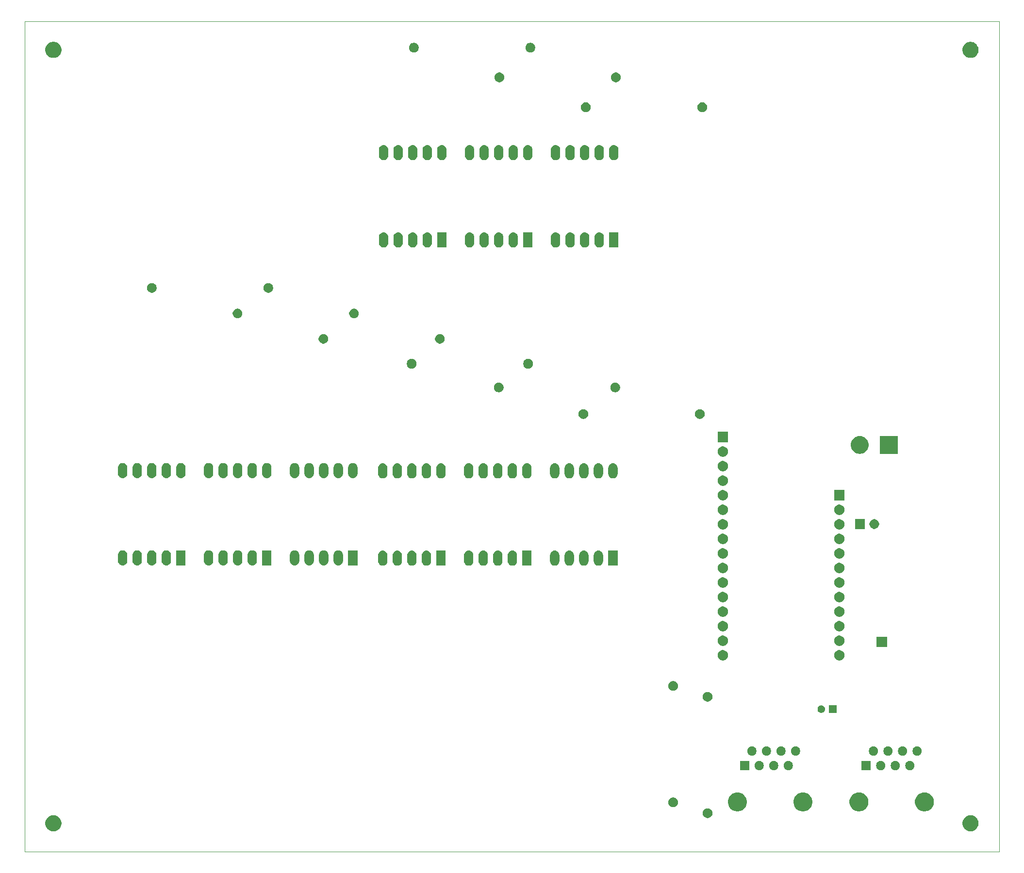
<source format=gbr>
G04 #@! TF.GenerationSoftware,KiCad,Pcbnew,5.1.5-52549c5~84~ubuntu18.04.1*
G04 #@! TF.CreationDate,2020-02-12T19:36:06-05:00*
G04 #@! TF.ProjectId,solenoid_board,736f6c65-6e6f-4696-945f-626f6172642e,rev?*
G04 #@! TF.SameCoordinates,Original*
G04 #@! TF.FileFunction,Soldermask,Bot*
G04 #@! TF.FilePolarity,Negative*
%FSLAX46Y46*%
G04 Gerber Fmt 4.6, Leading zero omitted, Abs format (unit mm)*
G04 Created by KiCad (PCBNEW 5.1.5-52549c5~84~ubuntu18.04.1) date 2020-02-12 19:36:06*
%MOMM*%
%LPD*%
G04 APERTURE LIST*
G04 #@! TA.AperFunction,Profile*
%ADD10C,0.120000*%
G04 #@! TD*
%ADD11C,0.150000*%
G04 APERTURE END LIST*
D10*
X55000000Y-160000000D02*
X225000000Y-160000000D01*
X55000000Y-15000000D02*
X55000000Y-160000000D01*
X225000000Y-15000000D02*
X55000000Y-15000000D01*
X225000000Y-160000000D02*
X225000000Y-15000000D01*
D11*
G36*
X220318433Y-153634893D02*
G01*
X220408657Y-153652839D01*
X220514267Y-153696585D01*
X220663621Y-153758449D01*
X220739763Y-153809325D01*
X220893086Y-153911772D01*
X221088228Y-154106914D01*
X221190675Y-154260237D01*
X221241551Y-154336379D01*
X221347161Y-154591344D01*
X221401000Y-154862012D01*
X221401000Y-155137988D01*
X221347161Y-155408656D01*
X221241551Y-155663621D01*
X221241550Y-155663622D01*
X221088228Y-155893086D01*
X220893086Y-156088228D01*
X220739763Y-156190675D01*
X220663621Y-156241551D01*
X220514267Y-156303415D01*
X220408657Y-156347161D01*
X220318433Y-156365107D01*
X220137988Y-156401000D01*
X219862012Y-156401000D01*
X219681567Y-156365107D01*
X219591343Y-156347161D01*
X219485733Y-156303415D01*
X219336379Y-156241551D01*
X219260237Y-156190675D01*
X219106914Y-156088228D01*
X218911772Y-155893086D01*
X218758450Y-155663622D01*
X218758449Y-155663621D01*
X218652839Y-155408656D01*
X218599000Y-155137988D01*
X218599000Y-154862012D01*
X218652839Y-154591344D01*
X218758449Y-154336379D01*
X218809325Y-154260237D01*
X218911772Y-154106914D01*
X219106914Y-153911772D01*
X219260237Y-153809325D01*
X219336379Y-153758449D01*
X219485733Y-153696585D01*
X219591343Y-153652839D01*
X219681567Y-153634893D01*
X219862012Y-153599000D01*
X220137988Y-153599000D01*
X220318433Y-153634893D01*
G37*
G36*
X60318433Y-153634893D02*
G01*
X60408657Y-153652839D01*
X60514267Y-153696585D01*
X60663621Y-153758449D01*
X60739763Y-153809325D01*
X60893086Y-153911772D01*
X61088228Y-154106914D01*
X61190675Y-154260237D01*
X61241551Y-154336379D01*
X61347161Y-154591344D01*
X61401000Y-154862012D01*
X61401000Y-155137988D01*
X61347161Y-155408656D01*
X61241551Y-155663621D01*
X61241550Y-155663622D01*
X61088228Y-155893086D01*
X60893086Y-156088228D01*
X60739763Y-156190675D01*
X60663621Y-156241551D01*
X60514267Y-156303415D01*
X60408657Y-156347161D01*
X60318433Y-156365107D01*
X60137988Y-156401000D01*
X59862012Y-156401000D01*
X59681567Y-156365107D01*
X59591343Y-156347161D01*
X59485733Y-156303415D01*
X59336379Y-156241551D01*
X59260237Y-156190675D01*
X59106914Y-156088228D01*
X58911772Y-155893086D01*
X58758450Y-155663622D01*
X58758449Y-155663621D01*
X58652839Y-155408656D01*
X58599000Y-155137988D01*
X58599000Y-154862012D01*
X58652839Y-154591344D01*
X58758449Y-154336379D01*
X58809325Y-154260237D01*
X58911772Y-154106914D01*
X59106914Y-153911772D01*
X59260237Y-153809325D01*
X59336379Y-153758449D01*
X59485733Y-153696585D01*
X59591343Y-153652839D01*
X59681567Y-153634893D01*
X59862012Y-153599000D01*
X60137988Y-153599000D01*
X60318433Y-153634893D01*
G37*
G36*
X174365228Y-152419903D02*
G01*
X174520100Y-152484053D01*
X174659481Y-152577185D01*
X174778015Y-152695719D01*
X174871147Y-152835100D01*
X174935297Y-152989972D01*
X174968000Y-153154384D01*
X174968000Y-153322016D01*
X174935297Y-153486428D01*
X174871147Y-153641300D01*
X174778015Y-153780681D01*
X174659481Y-153899215D01*
X174520100Y-153992347D01*
X174365228Y-154056497D01*
X174200816Y-154089200D01*
X174033184Y-154089200D01*
X173868772Y-154056497D01*
X173713900Y-153992347D01*
X173574519Y-153899215D01*
X173455985Y-153780681D01*
X173362853Y-153641300D01*
X173298703Y-153486428D01*
X173266000Y-153322016D01*
X173266000Y-153154384D01*
X173298703Y-152989972D01*
X173362853Y-152835100D01*
X173455985Y-152695719D01*
X173574519Y-152577185D01*
X173713900Y-152484053D01*
X173868772Y-152419903D01*
X174033184Y-152387200D01*
X174200816Y-152387200D01*
X174365228Y-152419903D01*
G37*
G36*
X200908256Y-149673698D02*
G01*
X201014579Y-149694847D01*
X201315042Y-149819303D01*
X201585451Y-149999985D01*
X201815415Y-150229949D01*
X201815416Y-150229951D01*
X201996098Y-150500360D01*
X202120553Y-150800822D01*
X202182127Y-151110372D01*
X202184000Y-151119791D01*
X202184000Y-151445009D01*
X202120553Y-151763979D01*
X201996097Y-152064442D01*
X201815415Y-152334851D01*
X201585451Y-152564815D01*
X201315042Y-152745497D01*
X201014579Y-152869953D01*
X200908256Y-152891102D01*
X200695611Y-152933400D01*
X200370389Y-152933400D01*
X200157744Y-152891102D01*
X200051421Y-152869953D01*
X199750958Y-152745497D01*
X199480549Y-152564815D01*
X199250585Y-152334851D01*
X199069903Y-152064442D01*
X198945447Y-151763979D01*
X198882000Y-151445009D01*
X198882000Y-151119791D01*
X198883874Y-151110372D01*
X198945447Y-150800822D01*
X199069902Y-150500360D01*
X199250584Y-150229951D01*
X199250585Y-150229949D01*
X199480549Y-149999985D01*
X199750958Y-149819303D01*
X200051421Y-149694847D01*
X200157744Y-149673698D01*
X200370389Y-149631400D01*
X200695611Y-149631400D01*
X200908256Y-149673698D01*
G37*
G36*
X179699256Y-149673698D02*
G01*
X179805579Y-149694847D01*
X180106042Y-149819303D01*
X180376451Y-149999985D01*
X180606415Y-150229949D01*
X180606416Y-150229951D01*
X180787098Y-150500360D01*
X180911553Y-150800822D01*
X180973127Y-151110372D01*
X180975000Y-151119791D01*
X180975000Y-151445009D01*
X180911553Y-151763979D01*
X180787097Y-152064442D01*
X180606415Y-152334851D01*
X180376451Y-152564815D01*
X180106042Y-152745497D01*
X179805579Y-152869953D01*
X179699256Y-152891102D01*
X179486611Y-152933400D01*
X179161389Y-152933400D01*
X178948744Y-152891102D01*
X178842421Y-152869953D01*
X178541958Y-152745497D01*
X178271549Y-152564815D01*
X178041585Y-152334851D01*
X177860903Y-152064442D01*
X177736447Y-151763979D01*
X177673000Y-151445009D01*
X177673000Y-151119791D01*
X177674874Y-151110372D01*
X177736447Y-150800822D01*
X177860902Y-150500360D01*
X178041584Y-150229951D01*
X178041585Y-150229949D01*
X178271549Y-149999985D01*
X178541958Y-149819303D01*
X178842421Y-149694847D01*
X178948744Y-149673698D01*
X179161389Y-149631400D01*
X179486611Y-149631400D01*
X179699256Y-149673698D01*
G37*
G36*
X212338256Y-149673698D02*
G01*
X212444579Y-149694847D01*
X212745042Y-149819303D01*
X213015451Y-149999985D01*
X213245415Y-150229949D01*
X213245416Y-150229951D01*
X213426098Y-150500360D01*
X213550553Y-150800822D01*
X213612127Y-151110372D01*
X213614000Y-151119791D01*
X213614000Y-151445009D01*
X213550553Y-151763979D01*
X213426097Y-152064442D01*
X213245415Y-152334851D01*
X213015451Y-152564815D01*
X212745042Y-152745497D01*
X212444579Y-152869953D01*
X212338256Y-152891102D01*
X212125611Y-152933400D01*
X211800389Y-152933400D01*
X211587744Y-152891102D01*
X211481421Y-152869953D01*
X211180958Y-152745497D01*
X210910549Y-152564815D01*
X210680585Y-152334851D01*
X210499903Y-152064442D01*
X210375447Y-151763979D01*
X210312000Y-151445009D01*
X210312000Y-151119791D01*
X210313874Y-151110372D01*
X210375447Y-150800822D01*
X210499902Y-150500360D01*
X210680584Y-150229951D01*
X210680585Y-150229949D01*
X210910549Y-149999985D01*
X211180958Y-149819303D01*
X211481421Y-149694847D01*
X211587744Y-149673698D01*
X211800389Y-149631400D01*
X212125611Y-149631400D01*
X212338256Y-149673698D01*
G37*
G36*
X191129256Y-149673698D02*
G01*
X191235579Y-149694847D01*
X191536042Y-149819303D01*
X191806451Y-149999985D01*
X192036415Y-150229949D01*
X192036416Y-150229951D01*
X192217098Y-150500360D01*
X192341553Y-150800822D01*
X192403127Y-151110372D01*
X192405000Y-151119791D01*
X192405000Y-151445009D01*
X192341553Y-151763979D01*
X192217097Y-152064442D01*
X192036415Y-152334851D01*
X191806451Y-152564815D01*
X191536042Y-152745497D01*
X191235579Y-152869953D01*
X191129256Y-152891102D01*
X190916611Y-152933400D01*
X190591389Y-152933400D01*
X190378744Y-152891102D01*
X190272421Y-152869953D01*
X189971958Y-152745497D01*
X189701549Y-152564815D01*
X189471585Y-152334851D01*
X189290903Y-152064442D01*
X189166447Y-151763979D01*
X189103000Y-151445009D01*
X189103000Y-151119791D01*
X189104874Y-151110372D01*
X189166447Y-150800822D01*
X189290902Y-150500360D01*
X189471584Y-150229951D01*
X189471585Y-150229949D01*
X189701549Y-149999985D01*
X189971958Y-149819303D01*
X190272421Y-149694847D01*
X190378744Y-149673698D01*
X190591389Y-149631400D01*
X190916611Y-149631400D01*
X191129256Y-149673698D01*
G37*
G36*
X168370828Y-150540303D02*
G01*
X168525700Y-150604453D01*
X168665081Y-150697585D01*
X168783615Y-150816119D01*
X168876747Y-150955500D01*
X168940897Y-151110372D01*
X168973600Y-151274784D01*
X168973600Y-151442416D01*
X168940897Y-151606828D01*
X168876747Y-151761700D01*
X168783615Y-151901081D01*
X168665081Y-152019615D01*
X168525700Y-152112747D01*
X168370828Y-152176897D01*
X168206416Y-152209600D01*
X168038784Y-152209600D01*
X167874372Y-152176897D01*
X167719500Y-152112747D01*
X167580119Y-152019615D01*
X167461585Y-151901081D01*
X167368453Y-151761700D01*
X167304303Y-151606828D01*
X167271600Y-151442416D01*
X167271600Y-151274784D01*
X167304303Y-151110372D01*
X167368453Y-150955500D01*
X167461585Y-150816119D01*
X167580119Y-150697585D01*
X167719500Y-150604453D01*
X167874372Y-150540303D01*
X168038784Y-150507600D01*
X168206416Y-150507600D01*
X168370828Y-150540303D01*
G37*
G36*
X188447642Y-144162181D02*
G01*
X188593414Y-144222562D01*
X188593416Y-144222563D01*
X188724608Y-144310222D01*
X188836178Y-144421792D01*
X188923837Y-144552984D01*
X188923838Y-144552986D01*
X188984219Y-144698758D01*
X189015000Y-144853507D01*
X189015000Y-145011293D01*
X188984219Y-145166042D01*
X188923838Y-145311814D01*
X188923837Y-145311816D01*
X188836178Y-145443008D01*
X188724608Y-145554578D01*
X188593416Y-145642237D01*
X188593415Y-145642238D01*
X188593414Y-145642238D01*
X188447642Y-145702619D01*
X188292893Y-145733400D01*
X188135107Y-145733400D01*
X187980358Y-145702619D01*
X187834586Y-145642238D01*
X187834585Y-145642238D01*
X187834584Y-145642237D01*
X187703392Y-145554578D01*
X187591822Y-145443008D01*
X187504163Y-145311816D01*
X187504162Y-145311814D01*
X187443781Y-145166042D01*
X187413000Y-145011293D01*
X187413000Y-144853507D01*
X187443781Y-144698758D01*
X187504162Y-144552986D01*
X187504163Y-144552984D01*
X187591822Y-144421792D01*
X187703392Y-144310222D01*
X187834584Y-144222563D01*
X187834586Y-144222562D01*
X187980358Y-144162181D01*
X188135107Y-144131400D01*
X188292893Y-144131400D01*
X188447642Y-144162181D01*
G37*
G36*
X183367642Y-144162181D02*
G01*
X183513414Y-144222562D01*
X183513416Y-144222563D01*
X183644608Y-144310222D01*
X183756178Y-144421792D01*
X183843837Y-144552984D01*
X183843838Y-144552986D01*
X183904219Y-144698758D01*
X183935000Y-144853507D01*
X183935000Y-145011293D01*
X183904219Y-145166042D01*
X183843838Y-145311814D01*
X183843837Y-145311816D01*
X183756178Y-145443008D01*
X183644608Y-145554578D01*
X183513416Y-145642237D01*
X183513415Y-145642238D01*
X183513414Y-145642238D01*
X183367642Y-145702619D01*
X183212893Y-145733400D01*
X183055107Y-145733400D01*
X182900358Y-145702619D01*
X182754586Y-145642238D01*
X182754585Y-145642238D01*
X182754584Y-145642237D01*
X182623392Y-145554578D01*
X182511822Y-145443008D01*
X182424163Y-145311816D01*
X182424162Y-145311814D01*
X182363781Y-145166042D01*
X182333000Y-145011293D01*
X182333000Y-144853507D01*
X182363781Y-144698758D01*
X182424162Y-144552986D01*
X182424163Y-144552984D01*
X182511822Y-144421792D01*
X182623392Y-144310222D01*
X182754584Y-144222563D01*
X182754586Y-144222562D01*
X182900358Y-144162181D01*
X183055107Y-144131400D01*
X183212893Y-144131400D01*
X183367642Y-144162181D01*
G37*
G36*
X181395000Y-145733400D02*
G01*
X179793000Y-145733400D01*
X179793000Y-144131400D01*
X181395000Y-144131400D01*
X181395000Y-145733400D01*
G37*
G36*
X207116642Y-144162181D02*
G01*
X207262414Y-144222562D01*
X207262416Y-144222563D01*
X207393608Y-144310222D01*
X207505178Y-144421792D01*
X207592837Y-144552984D01*
X207592838Y-144552986D01*
X207653219Y-144698758D01*
X207684000Y-144853507D01*
X207684000Y-145011293D01*
X207653219Y-145166042D01*
X207592838Y-145311814D01*
X207592837Y-145311816D01*
X207505178Y-145443008D01*
X207393608Y-145554578D01*
X207262416Y-145642237D01*
X207262415Y-145642238D01*
X207262414Y-145642238D01*
X207116642Y-145702619D01*
X206961893Y-145733400D01*
X206804107Y-145733400D01*
X206649358Y-145702619D01*
X206503586Y-145642238D01*
X206503585Y-145642238D01*
X206503584Y-145642237D01*
X206372392Y-145554578D01*
X206260822Y-145443008D01*
X206173163Y-145311816D01*
X206173162Y-145311814D01*
X206112781Y-145166042D01*
X206082000Y-145011293D01*
X206082000Y-144853507D01*
X206112781Y-144698758D01*
X206173162Y-144552986D01*
X206173163Y-144552984D01*
X206260822Y-144421792D01*
X206372392Y-144310222D01*
X206503584Y-144222563D01*
X206503586Y-144222562D01*
X206649358Y-144162181D01*
X206804107Y-144131400D01*
X206961893Y-144131400D01*
X207116642Y-144162181D01*
G37*
G36*
X204576642Y-144162181D02*
G01*
X204722414Y-144222562D01*
X204722416Y-144222563D01*
X204853608Y-144310222D01*
X204965178Y-144421792D01*
X205052837Y-144552984D01*
X205052838Y-144552986D01*
X205113219Y-144698758D01*
X205144000Y-144853507D01*
X205144000Y-145011293D01*
X205113219Y-145166042D01*
X205052838Y-145311814D01*
X205052837Y-145311816D01*
X204965178Y-145443008D01*
X204853608Y-145554578D01*
X204722416Y-145642237D01*
X204722415Y-145642238D01*
X204722414Y-145642238D01*
X204576642Y-145702619D01*
X204421893Y-145733400D01*
X204264107Y-145733400D01*
X204109358Y-145702619D01*
X203963586Y-145642238D01*
X203963585Y-145642238D01*
X203963584Y-145642237D01*
X203832392Y-145554578D01*
X203720822Y-145443008D01*
X203633163Y-145311816D01*
X203633162Y-145311814D01*
X203572781Y-145166042D01*
X203542000Y-145011293D01*
X203542000Y-144853507D01*
X203572781Y-144698758D01*
X203633162Y-144552986D01*
X203633163Y-144552984D01*
X203720822Y-144421792D01*
X203832392Y-144310222D01*
X203963584Y-144222563D01*
X203963586Y-144222562D01*
X204109358Y-144162181D01*
X204264107Y-144131400D01*
X204421893Y-144131400D01*
X204576642Y-144162181D01*
G37*
G36*
X202604000Y-145733400D02*
G01*
X201002000Y-145733400D01*
X201002000Y-144131400D01*
X202604000Y-144131400D01*
X202604000Y-145733400D01*
G37*
G36*
X209656642Y-144162181D02*
G01*
X209802414Y-144222562D01*
X209802416Y-144222563D01*
X209933608Y-144310222D01*
X210045178Y-144421792D01*
X210132837Y-144552984D01*
X210132838Y-144552986D01*
X210193219Y-144698758D01*
X210224000Y-144853507D01*
X210224000Y-145011293D01*
X210193219Y-145166042D01*
X210132838Y-145311814D01*
X210132837Y-145311816D01*
X210045178Y-145443008D01*
X209933608Y-145554578D01*
X209802416Y-145642237D01*
X209802415Y-145642238D01*
X209802414Y-145642238D01*
X209656642Y-145702619D01*
X209501893Y-145733400D01*
X209344107Y-145733400D01*
X209189358Y-145702619D01*
X209043586Y-145642238D01*
X209043585Y-145642238D01*
X209043584Y-145642237D01*
X208912392Y-145554578D01*
X208800822Y-145443008D01*
X208713163Y-145311816D01*
X208713162Y-145311814D01*
X208652781Y-145166042D01*
X208622000Y-145011293D01*
X208622000Y-144853507D01*
X208652781Y-144698758D01*
X208713162Y-144552986D01*
X208713163Y-144552984D01*
X208800822Y-144421792D01*
X208912392Y-144310222D01*
X209043584Y-144222563D01*
X209043586Y-144222562D01*
X209189358Y-144162181D01*
X209344107Y-144131400D01*
X209501893Y-144131400D01*
X209656642Y-144162181D01*
G37*
G36*
X185907642Y-144162181D02*
G01*
X186053414Y-144222562D01*
X186053416Y-144222563D01*
X186184608Y-144310222D01*
X186296178Y-144421792D01*
X186383837Y-144552984D01*
X186383838Y-144552986D01*
X186444219Y-144698758D01*
X186475000Y-144853507D01*
X186475000Y-145011293D01*
X186444219Y-145166042D01*
X186383838Y-145311814D01*
X186383837Y-145311816D01*
X186296178Y-145443008D01*
X186184608Y-145554578D01*
X186053416Y-145642237D01*
X186053415Y-145642238D01*
X186053414Y-145642238D01*
X185907642Y-145702619D01*
X185752893Y-145733400D01*
X185595107Y-145733400D01*
X185440358Y-145702619D01*
X185294586Y-145642238D01*
X185294585Y-145642238D01*
X185294584Y-145642237D01*
X185163392Y-145554578D01*
X185051822Y-145443008D01*
X184964163Y-145311816D01*
X184964162Y-145311814D01*
X184903781Y-145166042D01*
X184873000Y-145011293D01*
X184873000Y-144853507D01*
X184903781Y-144698758D01*
X184964162Y-144552986D01*
X184964163Y-144552984D01*
X185051822Y-144421792D01*
X185163392Y-144310222D01*
X185294584Y-144222563D01*
X185294586Y-144222562D01*
X185440358Y-144162181D01*
X185595107Y-144131400D01*
X185752893Y-144131400D01*
X185907642Y-144162181D01*
G37*
G36*
X189717642Y-141622181D02*
G01*
X189863414Y-141682562D01*
X189863416Y-141682563D01*
X189994608Y-141770222D01*
X190106178Y-141881792D01*
X190193837Y-142012984D01*
X190193838Y-142012986D01*
X190254219Y-142158758D01*
X190285000Y-142313507D01*
X190285000Y-142471293D01*
X190254219Y-142626042D01*
X190193838Y-142771814D01*
X190193837Y-142771816D01*
X190106178Y-142903008D01*
X189994608Y-143014578D01*
X189863416Y-143102237D01*
X189863415Y-143102238D01*
X189863414Y-143102238D01*
X189717642Y-143162619D01*
X189562893Y-143193400D01*
X189405107Y-143193400D01*
X189250358Y-143162619D01*
X189104586Y-143102238D01*
X189104585Y-143102238D01*
X189104584Y-143102237D01*
X188973392Y-143014578D01*
X188861822Y-142903008D01*
X188774163Y-142771816D01*
X188774162Y-142771814D01*
X188713781Y-142626042D01*
X188683000Y-142471293D01*
X188683000Y-142313507D01*
X188713781Y-142158758D01*
X188774162Y-142012986D01*
X188774163Y-142012984D01*
X188861822Y-141881792D01*
X188973392Y-141770222D01*
X189104584Y-141682563D01*
X189104586Y-141682562D01*
X189250358Y-141622181D01*
X189405107Y-141591400D01*
X189562893Y-141591400D01*
X189717642Y-141622181D01*
G37*
G36*
X210926642Y-141622181D02*
G01*
X211072414Y-141682562D01*
X211072416Y-141682563D01*
X211203608Y-141770222D01*
X211315178Y-141881792D01*
X211402837Y-142012984D01*
X211402838Y-142012986D01*
X211463219Y-142158758D01*
X211494000Y-142313507D01*
X211494000Y-142471293D01*
X211463219Y-142626042D01*
X211402838Y-142771814D01*
X211402837Y-142771816D01*
X211315178Y-142903008D01*
X211203608Y-143014578D01*
X211072416Y-143102237D01*
X211072415Y-143102238D01*
X211072414Y-143102238D01*
X210926642Y-143162619D01*
X210771893Y-143193400D01*
X210614107Y-143193400D01*
X210459358Y-143162619D01*
X210313586Y-143102238D01*
X210313585Y-143102238D01*
X210313584Y-143102237D01*
X210182392Y-143014578D01*
X210070822Y-142903008D01*
X209983163Y-142771816D01*
X209983162Y-142771814D01*
X209922781Y-142626042D01*
X209892000Y-142471293D01*
X209892000Y-142313507D01*
X209922781Y-142158758D01*
X209983162Y-142012986D01*
X209983163Y-142012984D01*
X210070822Y-141881792D01*
X210182392Y-141770222D01*
X210313584Y-141682563D01*
X210313586Y-141682562D01*
X210459358Y-141622181D01*
X210614107Y-141591400D01*
X210771893Y-141591400D01*
X210926642Y-141622181D01*
G37*
G36*
X208386642Y-141622181D02*
G01*
X208532414Y-141682562D01*
X208532416Y-141682563D01*
X208663608Y-141770222D01*
X208775178Y-141881792D01*
X208862837Y-142012984D01*
X208862838Y-142012986D01*
X208923219Y-142158758D01*
X208954000Y-142313507D01*
X208954000Y-142471293D01*
X208923219Y-142626042D01*
X208862838Y-142771814D01*
X208862837Y-142771816D01*
X208775178Y-142903008D01*
X208663608Y-143014578D01*
X208532416Y-143102237D01*
X208532415Y-143102238D01*
X208532414Y-143102238D01*
X208386642Y-143162619D01*
X208231893Y-143193400D01*
X208074107Y-143193400D01*
X207919358Y-143162619D01*
X207773586Y-143102238D01*
X207773585Y-143102238D01*
X207773584Y-143102237D01*
X207642392Y-143014578D01*
X207530822Y-142903008D01*
X207443163Y-142771816D01*
X207443162Y-142771814D01*
X207382781Y-142626042D01*
X207352000Y-142471293D01*
X207352000Y-142313507D01*
X207382781Y-142158758D01*
X207443162Y-142012986D01*
X207443163Y-142012984D01*
X207530822Y-141881792D01*
X207642392Y-141770222D01*
X207773584Y-141682563D01*
X207773586Y-141682562D01*
X207919358Y-141622181D01*
X208074107Y-141591400D01*
X208231893Y-141591400D01*
X208386642Y-141622181D01*
G37*
G36*
X205846642Y-141622181D02*
G01*
X205992414Y-141682562D01*
X205992416Y-141682563D01*
X206123608Y-141770222D01*
X206235178Y-141881792D01*
X206322837Y-142012984D01*
X206322838Y-142012986D01*
X206383219Y-142158758D01*
X206414000Y-142313507D01*
X206414000Y-142471293D01*
X206383219Y-142626042D01*
X206322838Y-142771814D01*
X206322837Y-142771816D01*
X206235178Y-142903008D01*
X206123608Y-143014578D01*
X205992416Y-143102237D01*
X205992415Y-143102238D01*
X205992414Y-143102238D01*
X205846642Y-143162619D01*
X205691893Y-143193400D01*
X205534107Y-143193400D01*
X205379358Y-143162619D01*
X205233586Y-143102238D01*
X205233585Y-143102238D01*
X205233584Y-143102237D01*
X205102392Y-143014578D01*
X204990822Y-142903008D01*
X204903163Y-142771816D01*
X204903162Y-142771814D01*
X204842781Y-142626042D01*
X204812000Y-142471293D01*
X204812000Y-142313507D01*
X204842781Y-142158758D01*
X204903162Y-142012986D01*
X204903163Y-142012984D01*
X204990822Y-141881792D01*
X205102392Y-141770222D01*
X205233584Y-141682563D01*
X205233586Y-141682562D01*
X205379358Y-141622181D01*
X205534107Y-141591400D01*
X205691893Y-141591400D01*
X205846642Y-141622181D01*
G37*
G36*
X203306642Y-141622181D02*
G01*
X203452414Y-141682562D01*
X203452416Y-141682563D01*
X203583608Y-141770222D01*
X203695178Y-141881792D01*
X203782837Y-142012984D01*
X203782838Y-142012986D01*
X203843219Y-142158758D01*
X203874000Y-142313507D01*
X203874000Y-142471293D01*
X203843219Y-142626042D01*
X203782838Y-142771814D01*
X203782837Y-142771816D01*
X203695178Y-142903008D01*
X203583608Y-143014578D01*
X203452416Y-143102237D01*
X203452415Y-143102238D01*
X203452414Y-143102238D01*
X203306642Y-143162619D01*
X203151893Y-143193400D01*
X202994107Y-143193400D01*
X202839358Y-143162619D01*
X202693586Y-143102238D01*
X202693585Y-143102238D01*
X202693584Y-143102237D01*
X202562392Y-143014578D01*
X202450822Y-142903008D01*
X202363163Y-142771816D01*
X202363162Y-142771814D01*
X202302781Y-142626042D01*
X202272000Y-142471293D01*
X202272000Y-142313507D01*
X202302781Y-142158758D01*
X202363162Y-142012986D01*
X202363163Y-142012984D01*
X202450822Y-141881792D01*
X202562392Y-141770222D01*
X202693584Y-141682563D01*
X202693586Y-141682562D01*
X202839358Y-141622181D01*
X202994107Y-141591400D01*
X203151893Y-141591400D01*
X203306642Y-141622181D01*
G37*
G36*
X187177642Y-141622181D02*
G01*
X187323414Y-141682562D01*
X187323416Y-141682563D01*
X187454608Y-141770222D01*
X187566178Y-141881792D01*
X187653837Y-142012984D01*
X187653838Y-142012986D01*
X187714219Y-142158758D01*
X187745000Y-142313507D01*
X187745000Y-142471293D01*
X187714219Y-142626042D01*
X187653838Y-142771814D01*
X187653837Y-142771816D01*
X187566178Y-142903008D01*
X187454608Y-143014578D01*
X187323416Y-143102237D01*
X187323415Y-143102238D01*
X187323414Y-143102238D01*
X187177642Y-143162619D01*
X187022893Y-143193400D01*
X186865107Y-143193400D01*
X186710358Y-143162619D01*
X186564586Y-143102238D01*
X186564585Y-143102238D01*
X186564584Y-143102237D01*
X186433392Y-143014578D01*
X186321822Y-142903008D01*
X186234163Y-142771816D01*
X186234162Y-142771814D01*
X186173781Y-142626042D01*
X186143000Y-142471293D01*
X186143000Y-142313507D01*
X186173781Y-142158758D01*
X186234162Y-142012986D01*
X186234163Y-142012984D01*
X186321822Y-141881792D01*
X186433392Y-141770222D01*
X186564584Y-141682563D01*
X186564586Y-141682562D01*
X186710358Y-141622181D01*
X186865107Y-141591400D01*
X187022893Y-141591400D01*
X187177642Y-141622181D01*
G37*
G36*
X184637642Y-141622181D02*
G01*
X184783414Y-141682562D01*
X184783416Y-141682563D01*
X184914608Y-141770222D01*
X185026178Y-141881792D01*
X185113837Y-142012984D01*
X185113838Y-142012986D01*
X185174219Y-142158758D01*
X185205000Y-142313507D01*
X185205000Y-142471293D01*
X185174219Y-142626042D01*
X185113838Y-142771814D01*
X185113837Y-142771816D01*
X185026178Y-142903008D01*
X184914608Y-143014578D01*
X184783416Y-143102237D01*
X184783415Y-143102238D01*
X184783414Y-143102238D01*
X184637642Y-143162619D01*
X184482893Y-143193400D01*
X184325107Y-143193400D01*
X184170358Y-143162619D01*
X184024586Y-143102238D01*
X184024585Y-143102238D01*
X184024584Y-143102237D01*
X183893392Y-143014578D01*
X183781822Y-142903008D01*
X183694163Y-142771816D01*
X183694162Y-142771814D01*
X183633781Y-142626042D01*
X183603000Y-142471293D01*
X183603000Y-142313507D01*
X183633781Y-142158758D01*
X183694162Y-142012986D01*
X183694163Y-142012984D01*
X183781822Y-141881792D01*
X183893392Y-141770222D01*
X184024584Y-141682563D01*
X184024586Y-141682562D01*
X184170358Y-141622181D01*
X184325107Y-141591400D01*
X184482893Y-141591400D01*
X184637642Y-141622181D01*
G37*
G36*
X182097642Y-141622181D02*
G01*
X182243414Y-141682562D01*
X182243416Y-141682563D01*
X182374608Y-141770222D01*
X182486178Y-141881792D01*
X182573837Y-142012984D01*
X182573838Y-142012986D01*
X182634219Y-142158758D01*
X182665000Y-142313507D01*
X182665000Y-142471293D01*
X182634219Y-142626042D01*
X182573838Y-142771814D01*
X182573837Y-142771816D01*
X182486178Y-142903008D01*
X182374608Y-143014578D01*
X182243416Y-143102237D01*
X182243415Y-143102238D01*
X182243414Y-143102238D01*
X182097642Y-143162619D01*
X181942893Y-143193400D01*
X181785107Y-143193400D01*
X181630358Y-143162619D01*
X181484586Y-143102238D01*
X181484585Y-143102238D01*
X181484584Y-143102237D01*
X181353392Y-143014578D01*
X181241822Y-142903008D01*
X181154163Y-142771816D01*
X181154162Y-142771814D01*
X181093781Y-142626042D01*
X181063000Y-142471293D01*
X181063000Y-142313507D01*
X181093781Y-142158758D01*
X181154162Y-142012986D01*
X181154163Y-142012984D01*
X181241822Y-141881792D01*
X181353392Y-141770222D01*
X181484584Y-141682563D01*
X181484586Y-141682562D01*
X181630358Y-141622181D01*
X181785107Y-141591400D01*
X181942893Y-141591400D01*
X182097642Y-141622181D01*
G37*
G36*
X194150890Y-134451217D02*
G01*
X194269364Y-134500291D01*
X194375988Y-134571535D01*
X194466665Y-134662212D01*
X194537909Y-134768836D01*
X194586983Y-134887310D01*
X194612000Y-135013082D01*
X194612000Y-135141318D01*
X194586983Y-135267090D01*
X194537909Y-135385564D01*
X194466665Y-135492188D01*
X194375988Y-135582865D01*
X194269364Y-135654109D01*
X194269363Y-135654110D01*
X194269362Y-135654110D01*
X194150890Y-135703183D01*
X194025119Y-135728200D01*
X193896881Y-135728200D01*
X193771110Y-135703183D01*
X193652638Y-135654110D01*
X193652637Y-135654110D01*
X193652636Y-135654109D01*
X193546012Y-135582865D01*
X193455335Y-135492188D01*
X193384091Y-135385564D01*
X193335017Y-135267090D01*
X193310000Y-135141318D01*
X193310000Y-135013082D01*
X193335017Y-134887310D01*
X193384091Y-134768836D01*
X193455335Y-134662212D01*
X193546012Y-134571535D01*
X193652636Y-134500291D01*
X193771110Y-134451217D01*
X193896881Y-134426200D01*
X194025119Y-134426200D01*
X194150890Y-134451217D01*
G37*
G36*
X196612000Y-135728200D02*
G01*
X195310000Y-135728200D01*
X195310000Y-134426200D01*
X196612000Y-134426200D01*
X196612000Y-135728200D01*
G37*
G36*
X174365228Y-132099903D02*
G01*
X174520100Y-132164053D01*
X174659481Y-132257185D01*
X174778015Y-132375719D01*
X174871147Y-132515100D01*
X174935297Y-132669972D01*
X174968000Y-132834384D01*
X174968000Y-133002016D01*
X174935297Y-133166428D01*
X174871147Y-133321300D01*
X174778015Y-133460681D01*
X174659481Y-133579215D01*
X174520100Y-133672347D01*
X174365228Y-133736497D01*
X174200816Y-133769200D01*
X174033184Y-133769200D01*
X173868772Y-133736497D01*
X173713900Y-133672347D01*
X173574519Y-133579215D01*
X173455985Y-133460681D01*
X173362853Y-133321300D01*
X173298703Y-133166428D01*
X173266000Y-133002016D01*
X173266000Y-132834384D01*
X173298703Y-132669972D01*
X173362853Y-132515100D01*
X173455985Y-132375719D01*
X173574519Y-132257185D01*
X173713900Y-132164053D01*
X173868772Y-132099903D01*
X174033184Y-132067200D01*
X174200816Y-132067200D01*
X174365228Y-132099903D01*
G37*
G36*
X168370828Y-130220303D02*
G01*
X168525700Y-130284453D01*
X168665081Y-130377585D01*
X168783615Y-130496119D01*
X168876747Y-130635500D01*
X168940897Y-130790372D01*
X168973600Y-130954784D01*
X168973600Y-131122416D01*
X168940897Y-131286828D01*
X168876747Y-131441700D01*
X168783615Y-131581081D01*
X168665081Y-131699615D01*
X168525700Y-131792747D01*
X168370828Y-131856897D01*
X168206416Y-131889600D01*
X168038784Y-131889600D01*
X167874372Y-131856897D01*
X167719500Y-131792747D01*
X167580119Y-131699615D01*
X167461585Y-131581081D01*
X167368453Y-131441700D01*
X167304303Y-131286828D01*
X167271600Y-131122416D01*
X167271600Y-130954784D01*
X167304303Y-130790372D01*
X167368453Y-130635500D01*
X167461585Y-130496119D01*
X167580119Y-130377585D01*
X167719500Y-130284453D01*
X167874372Y-130220303D01*
X168038784Y-130187600D01*
X168206416Y-130187600D01*
X168370828Y-130220303D01*
G37*
G36*
X176897512Y-124783127D02*
G01*
X177046812Y-124812824D01*
X177210784Y-124880744D01*
X177358354Y-124979347D01*
X177483853Y-125104846D01*
X177582456Y-125252416D01*
X177650376Y-125416388D01*
X177685000Y-125590459D01*
X177685000Y-125767941D01*
X177650376Y-125942012D01*
X177582456Y-126105984D01*
X177483853Y-126253554D01*
X177358354Y-126379053D01*
X177210784Y-126477656D01*
X177046812Y-126545576D01*
X176897512Y-126575273D01*
X176872742Y-126580200D01*
X176695258Y-126580200D01*
X176670488Y-126575273D01*
X176521188Y-126545576D01*
X176357216Y-126477656D01*
X176209646Y-126379053D01*
X176084147Y-126253554D01*
X175985544Y-126105984D01*
X175917624Y-125942012D01*
X175883000Y-125767941D01*
X175883000Y-125590459D01*
X175917624Y-125416388D01*
X175985544Y-125252416D01*
X176084147Y-125104846D01*
X176209646Y-124979347D01*
X176357216Y-124880744D01*
X176521188Y-124812824D01*
X176670488Y-124783127D01*
X176695258Y-124778200D01*
X176872742Y-124778200D01*
X176897512Y-124783127D01*
G37*
G36*
X197217512Y-124783127D02*
G01*
X197366812Y-124812824D01*
X197530784Y-124880744D01*
X197678354Y-124979347D01*
X197803853Y-125104846D01*
X197902456Y-125252416D01*
X197970376Y-125416388D01*
X198005000Y-125590459D01*
X198005000Y-125767941D01*
X197970376Y-125942012D01*
X197902456Y-126105984D01*
X197803853Y-126253554D01*
X197678354Y-126379053D01*
X197530784Y-126477656D01*
X197366812Y-126545576D01*
X197217512Y-126575273D01*
X197192742Y-126580200D01*
X197015258Y-126580200D01*
X196990488Y-126575273D01*
X196841188Y-126545576D01*
X196677216Y-126477656D01*
X196529646Y-126379053D01*
X196404147Y-126253554D01*
X196305544Y-126105984D01*
X196237624Y-125942012D01*
X196203000Y-125767941D01*
X196203000Y-125590459D01*
X196237624Y-125416388D01*
X196305544Y-125252416D01*
X196404147Y-125104846D01*
X196529646Y-124979347D01*
X196677216Y-124880744D01*
X196841188Y-124812824D01*
X196990488Y-124783127D01*
X197015258Y-124778200D01*
X197192742Y-124778200D01*
X197217512Y-124783127D01*
G37*
G36*
X205421800Y-124218000D02*
G01*
X203619800Y-124218000D01*
X203619800Y-122416000D01*
X205421800Y-122416000D01*
X205421800Y-124218000D01*
G37*
G36*
X176897512Y-122243127D02*
G01*
X177046812Y-122272824D01*
X177210784Y-122340744D01*
X177358354Y-122439347D01*
X177483853Y-122564846D01*
X177582456Y-122712416D01*
X177650376Y-122876388D01*
X177685000Y-123050459D01*
X177685000Y-123227941D01*
X177650376Y-123402012D01*
X177582456Y-123565984D01*
X177483853Y-123713554D01*
X177358354Y-123839053D01*
X177210784Y-123937656D01*
X177046812Y-124005576D01*
X176897512Y-124035273D01*
X176872742Y-124040200D01*
X176695258Y-124040200D01*
X176670488Y-124035273D01*
X176521188Y-124005576D01*
X176357216Y-123937656D01*
X176209646Y-123839053D01*
X176084147Y-123713554D01*
X175985544Y-123565984D01*
X175917624Y-123402012D01*
X175883000Y-123227941D01*
X175883000Y-123050459D01*
X175917624Y-122876388D01*
X175985544Y-122712416D01*
X176084147Y-122564846D01*
X176209646Y-122439347D01*
X176357216Y-122340744D01*
X176521188Y-122272824D01*
X176670488Y-122243127D01*
X176695258Y-122238200D01*
X176872742Y-122238200D01*
X176897512Y-122243127D01*
G37*
G36*
X197217512Y-122243127D02*
G01*
X197366812Y-122272824D01*
X197530784Y-122340744D01*
X197678354Y-122439347D01*
X197803853Y-122564846D01*
X197902456Y-122712416D01*
X197970376Y-122876388D01*
X198005000Y-123050459D01*
X198005000Y-123227941D01*
X197970376Y-123402012D01*
X197902456Y-123565984D01*
X197803853Y-123713554D01*
X197678354Y-123839053D01*
X197530784Y-123937656D01*
X197366812Y-124005576D01*
X197217512Y-124035273D01*
X197192742Y-124040200D01*
X197015258Y-124040200D01*
X196990488Y-124035273D01*
X196841188Y-124005576D01*
X196677216Y-123937656D01*
X196529646Y-123839053D01*
X196404147Y-123713554D01*
X196305544Y-123565984D01*
X196237624Y-123402012D01*
X196203000Y-123227941D01*
X196203000Y-123050459D01*
X196237624Y-122876388D01*
X196305544Y-122712416D01*
X196404147Y-122564846D01*
X196529646Y-122439347D01*
X196677216Y-122340744D01*
X196841188Y-122272824D01*
X196990488Y-122243127D01*
X197015258Y-122238200D01*
X197192742Y-122238200D01*
X197217512Y-122243127D01*
G37*
G36*
X176897512Y-119703127D02*
G01*
X177046812Y-119732824D01*
X177210784Y-119800744D01*
X177358354Y-119899347D01*
X177483853Y-120024846D01*
X177582456Y-120172416D01*
X177650376Y-120336388D01*
X177685000Y-120510459D01*
X177685000Y-120687941D01*
X177650376Y-120862012D01*
X177582456Y-121025984D01*
X177483853Y-121173554D01*
X177358354Y-121299053D01*
X177210784Y-121397656D01*
X177046812Y-121465576D01*
X176897512Y-121495273D01*
X176872742Y-121500200D01*
X176695258Y-121500200D01*
X176670488Y-121495273D01*
X176521188Y-121465576D01*
X176357216Y-121397656D01*
X176209646Y-121299053D01*
X176084147Y-121173554D01*
X175985544Y-121025984D01*
X175917624Y-120862012D01*
X175883000Y-120687941D01*
X175883000Y-120510459D01*
X175917624Y-120336388D01*
X175985544Y-120172416D01*
X176084147Y-120024846D01*
X176209646Y-119899347D01*
X176357216Y-119800744D01*
X176521188Y-119732824D01*
X176670488Y-119703127D01*
X176695258Y-119698200D01*
X176872742Y-119698200D01*
X176897512Y-119703127D01*
G37*
G36*
X197217512Y-119703127D02*
G01*
X197366812Y-119732824D01*
X197530784Y-119800744D01*
X197678354Y-119899347D01*
X197803853Y-120024846D01*
X197902456Y-120172416D01*
X197970376Y-120336388D01*
X198005000Y-120510459D01*
X198005000Y-120687941D01*
X197970376Y-120862012D01*
X197902456Y-121025984D01*
X197803853Y-121173554D01*
X197678354Y-121299053D01*
X197530784Y-121397656D01*
X197366812Y-121465576D01*
X197217512Y-121495273D01*
X197192742Y-121500200D01*
X197015258Y-121500200D01*
X196990488Y-121495273D01*
X196841188Y-121465576D01*
X196677216Y-121397656D01*
X196529646Y-121299053D01*
X196404147Y-121173554D01*
X196305544Y-121025984D01*
X196237624Y-120862012D01*
X196203000Y-120687941D01*
X196203000Y-120510459D01*
X196237624Y-120336388D01*
X196305544Y-120172416D01*
X196404147Y-120024846D01*
X196529646Y-119899347D01*
X196677216Y-119800744D01*
X196841188Y-119732824D01*
X196990488Y-119703127D01*
X197015258Y-119698200D01*
X197192742Y-119698200D01*
X197217512Y-119703127D01*
G37*
G36*
X176897512Y-117163127D02*
G01*
X177046812Y-117192824D01*
X177210784Y-117260744D01*
X177358354Y-117359347D01*
X177483853Y-117484846D01*
X177582456Y-117632416D01*
X177650376Y-117796388D01*
X177685000Y-117970459D01*
X177685000Y-118147941D01*
X177650376Y-118322012D01*
X177582456Y-118485984D01*
X177483853Y-118633554D01*
X177358354Y-118759053D01*
X177210784Y-118857656D01*
X177046812Y-118925576D01*
X176897512Y-118955273D01*
X176872742Y-118960200D01*
X176695258Y-118960200D01*
X176670488Y-118955273D01*
X176521188Y-118925576D01*
X176357216Y-118857656D01*
X176209646Y-118759053D01*
X176084147Y-118633554D01*
X175985544Y-118485984D01*
X175917624Y-118322012D01*
X175883000Y-118147941D01*
X175883000Y-117970459D01*
X175917624Y-117796388D01*
X175985544Y-117632416D01*
X176084147Y-117484846D01*
X176209646Y-117359347D01*
X176357216Y-117260744D01*
X176521188Y-117192824D01*
X176670488Y-117163127D01*
X176695258Y-117158200D01*
X176872742Y-117158200D01*
X176897512Y-117163127D01*
G37*
G36*
X197217512Y-117163127D02*
G01*
X197366812Y-117192824D01*
X197530784Y-117260744D01*
X197678354Y-117359347D01*
X197803853Y-117484846D01*
X197902456Y-117632416D01*
X197970376Y-117796388D01*
X198005000Y-117970459D01*
X198005000Y-118147941D01*
X197970376Y-118322012D01*
X197902456Y-118485984D01*
X197803853Y-118633554D01*
X197678354Y-118759053D01*
X197530784Y-118857656D01*
X197366812Y-118925576D01*
X197217512Y-118955273D01*
X197192742Y-118960200D01*
X197015258Y-118960200D01*
X196990488Y-118955273D01*
X196841188Y-118925576D01*
X196677216Y-118857656D01*
X196529646Y-118759053D01*
X196404147Y-118633554D01*
X196305544Y-118485984D01*
X196237624Y-118322012D01*
X196203000Y-118147941D01*
X196203000Y-117970459D01*
X196237624Y-117796388D01*
X196305544Y-117632416D01*
X196404147Y-117484846D01*
X196529646Y-117359347D01*
X196677216Y-117260744D01*
X196841188Y-117192824D01*
X196990488Y-117163127D01*
X197015258Y-117158200D01*
X197192742Y-117158200D01*
X197217512Y-117163127D01*
G37*
G36*
X197217512Y-114623127D02*
G01*
X197366812Y-114652824D01*
X197530784Y-114720744D01*
X197678354Y-114819347D01*
X197803853Y-114944846D01*
X197902456Y-115092416D01*
X197970376Y-115256388D01*
X198005000Y-115430459D01*
X198005000Y-115607941D01*
X197970376Y-115782012D01*
X197902456Y-115945984D01*
X197803853Y-116093554D01*
X197678354Y-116219053D01*
X197530784Y-116317656D01*
X197366812Y-116385576D01*
X197217512Y-116415273D01*
X197192742Y-116420200D01*
X197015258Y-116420200D01*
X196990488Y-116415273D01*
X196841188Y-116385576D01*
X196677216Y-116317656D01*
X196529646Y-116219053D01*
X196404147Y-116093554D01*
X196305544Y-115945984D01*
X196237624Y-115782012D01*
X196203000Y-115607941D01*
X196203000Y-115430459D01*
X196237624Y-115256388D01*
X196305544Y-115092416D01*
X196404147Y-114944846D01*
X196529646Y-114819347D01*
X196677216Y-114720744D01*
X196841188Y-114652824D01*
X196990488Y-114623127D01*
X197015258Y-114618200D01*
X197192742Y-114618200D01*
X197217512Y-114623127D01*
G37*
G36*
X176897512Y-114623127D02*
G01*
X177046812Y-114652824D01*
X177210784Y-114720744D01*
X177358354Y-114819347D01*
X177483853Y-114944846D01*
X177582456Y-115092416D01*
X177650376Y-115256388D01*
X177685000Y-115430459D01*
X177685000Y-115607941D01*
X177650376Y-115782012D01*
X177582456Y-115945984D01*
X177483853Y-116093554D01*
X177358354Y-116219053D01*
X177210784Y-116317656D01*
X177046812Y-116385576D01*
X176897512Y-116415273D01*
X176872742Y-116420200D01*
X176695258Y-116420200D01*
X176670488Y-116415273D01*
X176521188Y-116385576D01*
X176357216Y-116317656D01*
X176209646Y-116219053D01*
X176084147Y-116093554D01*
X175985544Y-115945984D01*
X175917624Y-115782012D01*
X175883000Y-115607941D01*
X175883000Y-115430459D01*
X175917624Y-115256388D01*
X175985544Y-115092416D01*
X176084147Y-114944846D01*
X176209646Y-114819347D01*
X176357216Y-114720744D01*
X176521188Y-114652824D01*
X176670488Y-114623127D01*
X176695258Y-114618200D01*
X176872742Y-114618200D01*
X176897512Y-114623127D01*
G37*
G36*
X197217512Y-112083127D02*
G01*
X197366812Y-112112824D01*
X197530784Y-112180744D01*
X197678354Y-112279347D01*
X197803853Y-112404846D01*
X197902456Y-112552416D01*
X197970376Y-112716388D01*
X198005000Y-112890459D01*
X198005000Y-113067941D01*
X197970376Y-113242012D01*
X197902456Y-113405984D01*
X197803853Y-113553554D01*
X197678354Y-113679053D01*
X197530784Y-113777656D01*
X197366812Y-113845576D01*
X197217512Y-113875273D01*
X197192742Y-113880200D01*
X197015258Y-113880200D01*
X196990488Y-113875273D01*
X196841188Y-113845576D01*
X196677216Y-113777656D01*
X196529646Y-113679053D01*
X196404147Y-113553554D01*
X196305544Y-113405984D01*
X196237624Y-113242012D01*
X196203000Y-113067941D01*
X196203000Y-112890459D01*
X196237624Y-112716388D01*
X196305544Y-112552416D01*
X196404147Y-112404846D01*
X196529646Y-112279347D01*
X196677216Y-112180744D01*
X196841188Y-112112824D01*
X196990488Y-112083127D01*
X197015258Y-112078200D01*
X197192742Y-112078200D01*
X197217512Y-112083127D01*
G37*
G36*
X176897512Y-112083127D02*
G01*
X177046812Y-112112824D01*
X177210784Y-112180744D01*
X177358354Y-112279347D01*
X177483853Y-112404846D01*
X177582456Y-112552416D01*
X177650376Y-112716388D01*
X177685000Y-112890459D01*
X177685000Y-113067941D01*
X177650376Y-113242012D01*
X177582456Y-113405984D01*
X177483853Y-113553554D01*
X177358354Y-113679053D01*
X177210784Y-113777656D01*
X177046812Y-113845576D01*
X176897512Y-113875273D01*
X176872742Y-113880200D01*
X176695258Y-113880200D01*
X176670488Y-113875273D01*
X176521188Y-113845576D01*
X176357216Y-113777656D01*
X176209646Y-113679053D01*
X176084147Y-113553554D01*
X175985544Y-113405984D01*
X175917624Y-113242012D01*
X175883000Y-113067941D01*
X175883000Y-112890459D01*
X175917624Y-112716388D01*
X175985544Y-112552416D01*
X176084147Y-112404846D01*
X176209646Y-112279347D01*
X176357216Y-112180744D01*
X176521188Y-112112824D01*
X176670488Y-112083127D01*
X176695258Y-112078200D01*
X176872742Y-112078200D01*
X176897512Y-112083127D01*
G37*
G36*
X197217512Y-109543127D02*
G01*
X197366812Y-109572824D01*
X197530784Y-109640744D01*
X197678354Y-109739347D01*
X197803853Y-109864846D01*
X197902456Y-110012416D01*
X197970376Y-110176388D01*
X198005000Y-110350459D01*
X198005000Y-110527941D01*
X197970376Y-110702012D01*
X197902456Y-110865984D01*
X197803853Y-111013554D01*
X197678354Y-111139053D01*
X197530784Y-111237656D01*
X197366812Y-111305576D01*
X197217512Y-111335273D01*
X197192742Y-111340200D01*
X197015258Y-111340200D01*
X196990488Y-111335273D01*
X196841188Y-111305576D01*
X196677216Y-111237656D01*
X196529646Y-111139053D01*
X196404147Y-111013554D01*
X196305544Y-110865984D01*
X196237624Y-110702012D01*
X196203000Y-110527941D01*
X196203000Y-110350459D01*
X196237624Y-110176388D01*
X196305544Y-110012416D01*
X196404147Y-109864846D01*
X196529646Y-109739347D01*
X196677216Y-109640744D01*
X196841188Y-109572824D01*
X196990488Y-109543127D01*
X197015258Y-109538200D01*
X197192742Y-109538200D01*
X197217512Y-109543127D01*
G37*
G36*
X176897512Y-109543127D02*
G01*
X177046812Y-109572824D01*
X177210784Y-109640744D01*
X177358354Y-109739347D01*
X177483853Y-109864846D01*
X177582456Y-110012416D01*
X177650376Y-110176388D01*
X177685000Y-110350459D01*
X177685000Y-110527941D01*
X177650376Y-110702012D01*
X177582456Y-110865984D01*
X177483853Y-111013554D01*
X177358354Y-111139053D01*
X177210784Y-111237656D01*
X177046812Y-111305576D01*
X176897512Y-111335273D01*
X176872742Y-111340200D01*
X176695258Y-111340200D01*
X176670488Y-111335273D01*
X176521188Y-111305576D01*
X176357216Y-111237656D01*
X176209646Y-111139053D01*
X176084147Y-111013554D01*
X175985544Y-110865984D01*
X175917624Y-110702012D01*
X175883000Y-110527941D01*
X175883000Y-110350459D01*
X175917624Y-110176388D01*
X175985544Y-110012416D01*
X176084147Y-109864846D01*
X176209646Y-109739347D01*
X176357216Y-109640744D01*
X176521188Y-109572824D01*
X176670488Y-109543127D01*
X176695258Y-109538200D01*
X176872742Y-109538200D01*
X176897512Y-109543127D01*
G37*
G36*
X155237976Y-107420364D02*
G01*
X155391227Y-107466852D01*
X155391230Y-107466853D01*
X155532463Y-107542344D01*
X155656259Y-107643941D01*
X155757856Y-107767737D01*
X155833347Y-107908970D01*
X155833348Y-107908973D01*
X155879836Y-108062224D01*
X155891600Y-108181667D01*
X155891600Y-109261533D01*
X155879836Y-109380976D01*
X155847968Y-109486030D01*
X155833347Y-109534230D01*
X155757856Y-109675463D01*
X155656259Y-109799259D01*
X155532463Y-109900856D01*
X155391229Y-109976347D01*
X155391226Y-109976348D01*
X155237975Y-110022836D01*
X155078600Y-110038533D01*
X154919224Y-110022836D01*
X154765973Y-109976348D01*
X154765970Y-109976347D01*
X154624737Y-109900856D01*
X154500941Y-109799259D01*
X154399344Y-109675463D01*
X154323853Y-109534229D01*
X154309231Y-109486026D01*
X154277364Y-109380975D01*
X154265600Y-109261532D01*
X154265601Y-108181667D01*
X154277365Y-108062224D01*
X154323853Y-107908973D01*
X154323854Y-107908970D01*
X154399345Y-107767737D01*
X154500942Y-107643941D01*
X154624738Y-107542344D01*
X154765971Y-107466853D01*
X154765974Y-107466852D01*
X154919225Y-107420364D01*
X155078600Y-107404667D01*
X155237976Y-107420364D01*
G37*
G36*
X120157976Y-107420364D02*
G01*
X120311227Y-107466852D01*
X120311230Y-107466853D01*
X120452463Y-107542344D01*
X120576259Y-107643941D01*
X120677856Y-107767737D01*
X120753347Y-107908970D01*
X120753348Y-107908973D01*
X120799836Y-108062224D01*
X120811600Y-108181667D01*
X120811600Y-109261533D01*
X120799836Y-109380976D01*
X120767968Y-109486030D01*
X120753347Y-109534230D01*
X120677856Y-109675463D01*
X120576259Y-109799259D01*
X120452463Y-109900856D01*
X120311229Y-109976347D01*
X120311226Y-109976348D01*
X120157975Y-110022836D01*
X119998600Y-110038533D01*
X119839224Y-110022836D01*
X119685973Y-109976348D01*
X119685970Y-109976347D01*
X119544737Y-109900856D01*
X119420941Y-109799259D01*
X119319344Y-109675463D01*
X119243853Y-109534229D01*
X119229231Y-109486026D01*
X119197364Y-109380975D01*
X119185600Y-109261532D01*
X119185601Y-108181667D01*
X119197365Y-108062224D01*
X119243853Y-107908973D01*
X119243854Y-107908970D01*
X119319345Y-107767737D01*
X119420942Y-107643941D01*
X119544738Y-107542344D01*
X119685971Y-107466853D01*
X119685974Y-107466852D01*
X119839225Y-107420364D01*
X119998600Y-107404667D01*
X120157976Y-107420364D01*
G37*
G36*
X152697976Y-107420364D02*
G01*
X152851227Y-107466852D01*
X152851230Y-107466853D01*
X152992463Y-107542344D01*
X153116259Y-107643941D01*
X153217856Y-107767737D01*
X153293347Y-107908970D01*
X153293348Y-107908973D01*
X153339836Y-108062224D01*
X153351600Y-108181667D01*
X153351600Y-109261533D01*
X153339836Y-109380976D01*
X153307968Y-109486030D01*
X153293347Y-109534230D01*
X153217856Y-109675463D01*
X153116259Y-109799259D01*
X152992463Y-109900856D01*
X152851229Y-109976347D01*
X152851226Y-109976348D01*
X152697975Y-110022836D01*
X152538600Y-110038533D01*
X152379224Y-110022836D01*
X152225973Y-109976348D01*
X152225970Y-109976347D01*
X152084737Y-109900856D01*
X151960941Y-109799259D01*
X151859344Y-109675463D01*
X151783853Y-109534229D01*
X151769231Y-109486026D01*
X151737364Y-109380975D01*
X151725600Y-109261532D01*
X151725601Y-108181667D01*
X151737365Y-108062224D01*
X151783853Y-107908973D01*
X151783854Y-107908970D01*
X151859345Y-107767737D01*
X151960942Y-107643941D01*
X152084738Y-107542344D01*
X152225971Y-107466853D01*
X152225974Y-107466852D01*
X152379225Y-107420364D01*
X152538600Y-107404667D01*
X152697976Y-107420364D01*
G37*
G36*
X150157976Y-107420364D02*
G01*
X150311227Y-107466852D01*
X150311230Y-107466853D01*
X150452463Y-107542344D01*
X150576259Y-107643941D01*
X150677856Y-107767737D01*
X150753347Y-107908970D01*
X150753348Y-107908973D01*
X150799836Y-108062224D01*
X150811600Y-108181667D01*
X150811600Y-109261533D01*
X150799836Y-109380976D01*
X150767968Y-109486030D01*
X150753347Y-109534230D01*
X150677856Y-109675463D01*
X150576259Y-109799259D01*
X150452463Y-109900856D01*
X150311229Y-109976347D01*
X150311226Y-109976348D01*
X150157975Y-110022836D01*
X149998600Y-110038533D01*
X149839224Y-110022836D01*
X149685973Y-109976348D01*
X149685970Y-109976347D01*
X149544737Y-109900856D01*
X149420941Y-109799259D01*
X149319344Y-109675463D01*
X149243853Y-109534229D01*
X149229231Y-109486026D01*
X149197364Y-109380975D01*
X149185600Y-109261532D01*
X149185601Y-108181667D01*
X149197365Y-108062224D01*
X149243853Y-107908973D01*
X149243854Y-107908970D01*
X149319345Y-107767737D01*
X149420942Y-107643941D01*
X149544738Y-107542344D01*
X149685971Y-107466853D01*
X149685974Y-107466852D01*
X149839225Y-107420364D01*
X149998600Y-107404667D01*
X150157976Y-107420364D01*
G37*
G36*
X147617976Y-107420364D02*
G01*
X147771227Y-107466852D01*
X147771230Y-107466853D01*
X147912463Y-107542344D01*
X148036259Y-107643941D01*
X148137856Y-107767737D01*
X148213347Y-107908970D01*
X148213348Y-107908973D01*
X148259836Y-108062224D01*
X148271600Y-108181667D01*
X148271600Y-109261533D01*
X148259836Y-109380976D01*
X148227968Y-109486030D01*
X148213347Y-109534230D01*
X148137856Y-109675463D01*
X148036259Y-109799259D01*
X147912463Y-109900856D01*
X147771229Y-109976347D01*
X147771226Y-109976348D01*
X147617975Y-110022836D01*
X147458600Y-110038533D01*
X147299224Y-110022836D01*
X147145973Y-109976348D01*
X147145970Y-109976347D01*
X147004737Y-109900856D01*
X146880941Y-109799259D01*
X146779344Y-109675463D01*
X146703853Y-109534229D01*
X146689231Y-109486026D01*
X146657364Y-109380975D01*
X146645600Y-109261532D01*
X146645601Y-108181667D01*
X146657365Y-108062224D01*
X146703853Y-107908973D01*
X146703854Y-107908970D01*
X146779345Y-107767737D01*
X146880942Y-107643941D01*
X147004738Y-107542344D01*
X147145971Y-107466853D01*
X147145974Y-107466852D01*
X147299225Y-107420364D01*
X147458600Y-107404667D01*
X147617976Y-107420364D01*
G37*
G36*
X140237976Y-107420364D02*
G01*
X140391227Y-107466852D01*
X140391230Y-107466853D01*
X140532463Y-107542344D01*
X140656259Y-107643941D01*
X140757856Y-107767737D01*
X140833347Y-107908970D01*
X140833348Y-107908973D01*
X140879836Y-108062224D01*
X140891600Y-108181667D01*
X140891600Y-109261533D01*
X140879836Y-109380976D01*
X140847968Y-109486030D01*
X140833347Y-109534230D01*
X140757856Y-109675463D01*
X140656259Y-109799259D01*
X140532463Y-109900856D01*
X140391229Y-109976347D01*
X140391226Y-109976348D01*
X140237975Y-110022836D01*
X140078600Y-110038533D01*
X139919224Y-110022836D01*
X139765973Y-109976348D01*
X139765970Y-109976347D01*
X139624737Y-109900856D01*
X139500941Y-109799259D01*
X139399344Y-109675463D01*
X139323853Y-109534229D01*
X139309231Y-109486026D01*
X139277364Y-109380975D01*
X139265600Y-109261532D01*
X139265601Y-108181667D01*
X139277365Y-108062224D01*
X139323853Y-107908973D01*
X139323854Y-107908970D01*
X139399345Y-107767737D01*
X139500942Y-107643941D01*
X139624738Y-107542344D01*
X139765971Y-107466853D01*
X139765974Y-107466852D01*
X139919225Y-107420364D01*
X140078600Y-107404667D01*
X140237976Y-107420364D01*
G37*
G36*
X135157976Y-107420364D02*
G01*
X135311227Y-107466852D01*
X135311230Y-107466853D01*
X135452463Y-107542344D01*
X135576259Y-107643941D01*
X135677856Y-107767737D01*
X135753347Y-107908970D01*
X135753348Y-107908973D01*
X135799836Y-108062224D01*
X135811600Y-108181667D01*
X135811600Y-109261533D01*
X135799836Y-109380976D01*
X135767968Y-109486030D01*
X135753347Y-109534230D01*
X135677856Y-109675463D01*
X135576259Y-109799259D01*
X135452463Y-109900856D01*
X135311229Y-109976347D01*
X135311226Y-109976348D01*
X135157975Y-110022836D01*
X134998600Y-110038533D01*
X134839224Y-110022836D01*
X134685973Y-109976348D01*
X134685970Y-109976347D01*
X134544737Y-109900856D01*
X134420941Y-109799259D01*
X134319344Y-109675463D01*
X134243853Y-109534229D01*
X134229231Y-109486026D01*
X134197364Y-109380975D01*
X134185600Y-109261532D01*
X134185601Y-108181667D01*
X134197365Y-108062224D01*
X134243853Y-107908973D01*
X134243854Y-107908970D01*
X134319345Y-107767737D01*
X134420942Y-107643941D01*
X134544738Y-107542344D01*
X134685971Y-107466853D01*
X134685974Y-107466852D01*
X134839225Y-107420364D01*
X134998600Y-107404667D01*
X135157976Y-107420364D01*
G37*
G36*
X132617976Y-107420364D02*
G01*
X132771227Y-107466852D01*
X132771230Y-107466853D01*
X132912463Y-107542344D01*
X133036259Y-107643941D01*
X133137856Y-107767737D01*
X133213347Y-107908970D01*
X133213348Y-107908973D01*
X133259836Y-108062224D01*
X133271600Y-108181667D01*
X133271600Y-109261533D01*
X133259836Y-109380976D01*
X133227968Y-109486030D01*
X133213347Y-109534230D01*
X133137856Y-109675463D01*
X133036259Y-109799259D01*
X132912463Y-109900856D01*
X132771229Y-109976347D01*
X132771226Y-109976348D01*
X132617975Y-110022836D01*
X132458600Y-110038533D01*
X132299224Y-110022836D01*
X132145973Y-109976348D01*
X132145970Y-109976347D01*
X132004737Y-109900856D01*
X131880941Y-109799259D01*
X131779344Y-109675463D01*
X131703853Y-109534229D01*
X131689231Y-109486026D01*
X131657364Y-109380975D01*
X131645600Y-109261532D01*
X131645601Y-108181667D01*
X131657365Y-108062224D01*
X131703853Y-107908973D01*
X131703854Y-107908970D01*
X131779345Y-107767737D01*
X131880942Y-107643941D01*
X132004738Y-107542344D01*
X132145971Y-107466853D01*
X132145974Y-107466852D01*
X132299225Y-107420364D01*
X132458600Y-107404667D01*
X132617976Y-107420364D01*
G37*
G36*
X125237976Y-107420364D02*
G01*
X125391227Y-107466852D01*
X125391230Y-107466853D01*
X125532463Y-107542344D01*
X125656259Y-107643941D01*
X125757856Y-107767737D01*
X125833347Y-107908970D01*
X125833348Y-107908973D01*
X125879836Y-108062224D01*
X125891600Y-108181667D01*
X125891600Y-109261533D01*
X125879836Y-109380976D01*
X125847968Y-109486030D01*
X125833347Y-109534230D01*
X125757856Y-109675463D01*
X125656259Y-109799259D01*
X125532463Y-109900856D01*
X125391229Y-109976347D01*
X125391226Y-109976348D01*
X125237975Y-110022836D01*
X125078600Y-110038533D01*
X124919224Y-110022836D01*
X124765973Y-109976348D01*
X124765970Y-109976347D01*
X124624737Y-109900856D01*
X124500941Y-109799259D01*
X124399344Y-109675463D01*
X124323853Y-109534229D01*
X124309231Y-109486026D01*
X124277364Y-109380975D01*
X124265600Y-109261532D01*
X124265601Y-108181667D01*
X124277365Y-108062224D01*
X124323853Y-107908973D01*
X124323854Y-107908970D01*
X124399345Y-107767737D01*
X124500942Y-107643941D01*
X124624738Y-107542344D01*
X124765971Y-107466853D01*
X124765974Y-107466852D01*
X124919225Y-107420364D01*
X125078600Y-107404667D01*
X125237976Y-107420364D01*
G37*
G36*
X122697976Y-107420364D02*
G01*
X122851227Y-107466852D01*
X122851230Y-107466853D01*
X122992463Y-107542344D01*
X123116259Y-107643941D01*
X123217856Y-107767737D01*
X123293347Y-107908970D01*
X123293348Y-107908973D01*
X123339836Y-108062224D01*
X123351600Y-108181667D01*
X123351600Y-109261533D01*
X123339836Y-109380976D01*
X123307968Y-109486030D01*
X123293347Y-109534230D01*
X123217856Y-109675463D01*
X123116259Y-109799259D01*
X122992463Y-109900856D01*
X122851229Y-109976347D01*
X122851226Y-109976348D01*
X122697975Y-110022836D01*
X122538600Y-110038533D01*
X122379224Y-110022836D01*
X122225973Y-109976348D01*
X122225970Y-109976347D01*
X122084737Y-109900856D01*
X121960941Y-109799259D01*
X121859344Y-109675463D01*
X121783853Y-109534229D01*
X121769231Y-109486026D01*
X121737364Y-109380975D01*
X121725600Y-109261532D01*
X121725601Y-108181667D01*
X121737365Y-108062224D01*
X121783853Y-107908973D01*
X121783854Y-107908970D01*
X121859345Y-107767737D01*
X121960942Y-107643941D01*
X122084738Y-107542344D01*
X122225971Y-107466853D01*
X122225974Y-107466852D01*
X122379225Y-107420364D01*
X122538600Y-107404667D01*
X122697976Y-107420364D01*
G37*
G36*
X117617976Y-107420364D02*
G01*
X117771227Y-107466852D01*
X117771230Y-107466853D01*
X117912463Y-107542344D01*
X118036259Y-107643941D01*
X118137856Y-107767737D01*
X118213347Y-107908970D01*
X118213348Y-107908973D01*
X118259836Y-108062224D01*
X118271600Y-108181667D01*
X118271600Y-109261533D01*
X118259836Y-109380976D01*
X118227968Y-109486030D01*
X118213347Y-109534230D01*
X118137856Y-109675463D01*
X118036259Y-109799259D01*
X117912463Y-109900856D01*
X117771229Y-109976347D01*
X117771226Y-109976348D01*
X117617975Y-110022836D01*
X117458600Y-110038533D01*
X117299224Y-110022836D01*
X117145973Y-109976348D01*
X117145970Y-109976347D01*
X117004737Y-109900856D01*
X116880941Y-109799259D01*
X116779344Y-109675463D01*
X116703853Y-109534229D01*
X116689231Y-109486026D01*
X116657364Y-109380975D01*
X116645600Y-109261532D01*
X116645601Y-108181667D01*
X116657365Y-108062224D01*
X116703853Y-107908973D01*
X116703854Y-107908970D01*
X116779345Y-107767737D01*
X116880942Y-107643941D01*
X117004738Y-107542344D01*
X117145971Y-107466853D01*
X117145974Y-107466852D01*
X117299225Y-107420364D01*
X117458600Y-107404667D01*
X117617976Y-107420364D01*
G37*
G36*
X137697976Y-107420364D02*
G01*
X137851227Y-107466852D01*
X137851230Y-107466853D01*
X137992463Y-107542344D01*
X138116259Y-107643941D01*
X138217856Y-107767737D01*
X138293347Y-107908970D01*
X138293348Y-107908973D01*
X138339836Y-108062224D01*
X138351600Y-108181667D01*
X138351600Y-109261533D01*
X138339836Y-109380976D01*
X138307968Y-109486030D01*
X138293347Y-109534230D01*
X138217856Y-109675463D01*
X138116259Y-109799259D01*
X137992463Y-109900856D01*
X137851229Y-109976347D01*
X137851226Y-109976348D01*
X137697975Y-110022836D01*
X137538600Y-110038533D01*
X137379224Y-110022836D01*
X137225973Y-109976348D01*
X137225970Y-109976347D01*
X137084737Y-109900856D01*
X136960941Y-109799259D01*
X136859344Y-109675463D01*
X136783853Y-109534229D01*
X136769231Y-109486026D01*
X136737364Y-109380975D01*
X136725600Y-109261532D01*
X136725601Y-108181667D01*
X136737365Y-108062224D01*
X136783853Y-107908973D01*
X136783854Y-107908970D01*
X136859345Y-107767737D01*
X136960942Y-107643941D01*
X137084738Y-107542344D01*
X137225971Y-107466853D01*
X137225974Y-107466852D01*
X137379225Y-107420364D01*
X137538600Y-107404667D01*
X137697976Y-107420364D01*
G37*
G36*
X128431600Y-110034600D02*
G01*
X126805600Y-110034600D01*
X126805600Y-107408600D01*
X128431600Y-107408600D01*
X128431600Y-110034600D01*
G37*
G36*
X143431600Y-110034600D02*
G01*
X141805600Y-110034600D01*
X141805600Y-107408600D01*
X143431600Y-107408600D01*
X143431600Y-110034600D01*
G37*
G36*
X158431600Y-110034600D02*
G01*
X156805600Y-110034600D01*
X156805600Y-107408600D01*
X158431600Y-107408600D01*
X158431600Y-110034600D01*
G37*
G36*
X102237976Y-107372164D02*
G01*
X102391227Y-107418652D01*
X102391230Y-107418653D01*
X102532463Y-107494144D01*
X102656259Y-107595741D01*
X102757856Y-107719537D01*
X102833347Y-107860770D01*
X102833348Y-107860773D01*
X102879836Y-108014024D01*
X102891600Y-108133467D01*
X102891600Y-109213333D01*
X102879836Y-109332776D01*
X102833348Y-109486026D01*
X102833347Y-109486030D01*
X102757856Y-109627263D01*
X102656259Y-109751059D01*
X102532463Y-109852656D01*
X102391229Y-109928147D01*
X102391226Y-109928148D01*
X102237975Y-109974636D01*
X102078600Y-109990333D01*
X101919224Y-109974636D01*
X101765973Y-109928148D01*
X101765970Y-109928147D01*
X101624737Y-109852656D01*
X101500941Y-109751059D01*
X101399344Y-109627263D01*
X101323853Y-109486029D01*
X101291986Y-109380976D01*
X101277364Y-109332775D01*
X101265600Y-109213332D01*
X101265601Y-108133467D01*
X101277365Y-108014024D01*
X101323853Y-107860773D01*
X101323854Y-107860770D01*
X101399345Y-107719537D01*
X101500942Y-107595741D01*
X101624738Y-107494144D01*
X101765971Y-107418653D01*
X101765974Y-107418652D01*
X101919225Y-107372164D01*
X102078600Y-107356467D01*
X102237976Y-107372164D01*
G37*
G36*
X92317976Y-107372164D02*
G01*
X92471227Y-107418652D01*
X92471230Y-107418653D01*
X92612463Y-107494144D01*
X92736259Y-107595741D01*
X92837856Y-107719537D01*
X92913347Y-107860770D01*
X92913348Y-107860773D01*
X92959836Y-108014024D01*
X92971600Y-108133467D01*
X92971600Y-109213333D01*
X92959836Y-109332776D01*
X92913348Y-109486026D01*
X92913347Y-109486030D01*
X92837856Y-109627263D01*
X92736259Y-109751059D01*
X92612463Y-109852656D01*
X92471229Y-109928147D01*
X92471226Y-109928148D01*
X92317975Y-109974636D01*
X92158600Y-109990333D01*
X91999224Y-109974636D01*
X91845973Y-109928148D01*
X91845970Y-109928147D01*
X91704737Y-109852656D01*
X91580941Y-109751059D01*
X91479344Y-109627263D01*
X91403853Y-109486029D01*
X91371986Y-109380976D01*
X91357364Y-109332775D01*
X91345600Y-109213332D01*
X91345601Y-108133467D01*
X91357365Y-108014024D01*
X91403853Y-107860773D01*
X91403854Y-107860770D01*
X91479345Y-107719537D01*
X91580942Y-107595741D01*
X91704738Y-107494144D01*
X91845971Y-107418653D01*
X91845974Y-107418652D01*
X91999225Y-107372164D01*
X92158600Y-107356467D01*
X92317976Y-107372164D01*
G37*
G36*
X94857976Y-107372164D02*
G01*
X95011227Y-107418652D01*
X95011230Y-107418653D01*
X95152463Y-107494144D01*
X95276259Y-107595741D01*
X95377856Y-107719537D01*
X95453347Y-107860770D01*
X95453348Y-107860773D01*
X95499836Y-108014024D01*
X95511600Y-108133467D01*
X95511600Y-109213333D01*
X95499836Y-109332776D01*
X95453348Y-109486026D01*
X95453347Y-109486030D01*
X95377856Y-109627263D01*
X95276259Y-109751059D01*
X95152463Y-109852656D01*
X95011229Y-109928147D01*
X95011226Y-109928148D01*
X94857975Y-109974636D01*
X94698600Y-109990333D01*
X94539224Y-109974636D01*
X94385973Y-109928148D01*
X94385970Y-109928147D01*
X94244737Y-109852656D01*
X94120941Y-109751059D01*
X94019344Y-109627263D01*
X93943853Y-109486029D01*
X93911986Y-109380976D01*
X93897364Y-109332775D01*
X93885600Y-109213332D01*
X93885601Y-108133467D01*
X93897365Y-108014024D01*
X93943853Y-107860773D01*
X93943854Y-107860770D01*
X94019345Y-107719537D01*
X94120942Y-107595741D01*
X94244738Y-107494144D01*
X94385971Y-107418653D01*
X94385974Y-107418652D01*
X94539225Y-107372164D01*
X94698600Y-107356467D01*
X94857976Y-107372164D01*
G37*
G36*
X104777976Y-107372164D02*
G01*
X104931227Y-107418652D01*
X104931230Y-107418653D01*
X105072463Y-107494144D01*
X105196259Y-107595741D01*
X105297856Y-107719537D01*
X105373347Y-107860770D01*
X105373348Y-107860773D01*
X105419836Y-108014024D01*
X105431600Y-108133467D01*
X105431600Y-109213333D01*
X105419836Y-109332776D01*
X105373348Y-109486026D01*
X105373347Y-109486030D01*
X105297856Y-109627263D01*
X105196259Y-109751059D01*
X105072463Y-109852656D01*
X104931229Y-109928147D01*
X104931226Y-109928148D01*
X104777975Y-109974636D01*
X104618600Y-109990333D01*
X104459224Y-109974636D01*
X104305973Y-109928148D01*
X104305970Y-109928147D01*
X104164737Y-109852656D01*
X104040941Y-109751059D01*
X103939344Y-109627263D01*
X103863853Y-109486029D01*
X103831986Y-109380976D01*
X103817364Y-109332775D01*
X103805600Y-109213332D01*
X103805601Y-108133467D01*
X103817365Y-108014024D01*
X103863853Y-107860773D01*
X103863854Y-107860770D01*
X103939345Y-107719537D01*
X104040942Y-107595741D01*
X104164738Y-107494144D01*
X104305971Y-107418653D01*
X104305974Y-107418652D01*
X104459225Y-107372164D01*
X104618600Y-107356467D01*
X104777976Y-107372164D01*
G37*
G36*
X107317976Y-107372164D02*
G01*
X107471227Y-107418652D01*
X107471230Y-107418653D01*
X107612463Y-107494144D01*
X107736259Y-107595741D01*
X107837856Y-107719537D01*
X107913347Y-107860770D01*
X107913348Y-107860773D01*
X107959836Y-108014024D01*
X107971600Y-108133467D01*
X107971600Y-109213333D01*
X107959836Y-109332776D01*
X107913348Y-109486026D01*
X107913347Y-109486030D01*
X107837856Y-109627263D01*
X107736259Y-109751059D01*
X107612463Y-109852656D01*
X107471229Y-109928147D01*
X107471226Y-109928148D01*
X107317975Y-109974636D01*
X107158600Y-109990333D01*
X106999224Y-109974636D01*
X106845973Y-109928148D01*
X106845970Y-109928147D01*
X106704737Y-109852656D01*
X106580941Y-109751059D01*
X106479344Y-109627263D01*
X106403853Y-109486029D01*
X106371986Y-109380976D01*
X106357364Y-109332775D01*
X106345600Y-109213332D01*
X106345601Y-108133467D01*
X106357365Y-108014024D01*
X106403853Y-107860773D01*
X106403854Y-107860770D01*
X106479345Y-107719537D01*
X106580942Y-107595741D01*
X106704738Y-107494144D01*
X106845971Y-107418653D01*
X106845974Y-107418652D01*
X106999225Y-107372164D01*
X107158600Y-107356467D01*
X107317976Y-107372164D01*
G37*
G36*
X109857976Y-107372164D02*
G01*
X110011227Y-107418652D01*
X110011230Y-107418653D01*
X110152463Y-107494144D01*
X110276259Y-107595741D01*
X110377856Y-107719537D01*
X110453347Y-107860770D01*
X110453348Y-107860773D01*
X110499836Y-108014024D01*
X110511600Y-108133467D01*
X110511600Y-109213333D01*
X110499836Y-109332776D01*
X110453348Y-109486026D01*
X110453347Y-109486030D01*
X110377856Y-109627263D01*
X110276259Y-109751059D01*
X110152463Y-109852656D01*
X110011229Y-109928147D01*
X110011226Y-109928148D01*
X109857975Y-109974636D01*
X109698600Y-109990333D01*
X109539224Y-109974636D01*
X109385973Y-109928148D01*
X109385970Y-109928147D01*
X109244737Y-109852656D01*
X109120941Y-109751059D01*
X109019344Y-109627263D01*
X108943853Y-109486029D01*
X108911986Y-109380976D01*
X108897364Y-109332775D01*
X108885600Y-109213332D01*
X108885601Y-108133467D01*
X108897365Y-108014024D01*
X108943853Y-107860773D01*
X108943854Y-107860770D01*
X109019345Y-107719537D01*
X109120942Y-107595741D01*
X109244738Y-107494144D01*
X109385971Y-107418653D01*
X109385974Y-107418652D01*
X109539225Y-107372164D01*
X109698600Y-107356467D01*
X109857976Y-107372164D01*
G37*
G36*
X87237976Y-107372164D02*
G01*
X87391227Y-107418652D01*
X87391230Y-107418653D01*
X87532463Y-107494144D01*
X87656259Y-107595741D01*
X87757856Y-107719537D01*
X87833347Y-107860770D01*
X87833348Y-107860773D01*
X87879836Y-108014024D01*
X87891600Y-108133467D01*
X87891600Y-109213333D01*
X87879836Y-109332776D01*
X87833348Y-109486026D01*
X87833347Y-109486030D01*
X87757856Y-109627263D01*
X87656259Y-109751059D01*
X87532463Y-109852656D01*
X87391229Y-109928147D01*
X87391226Y-109928148D01*
X87237975Y-109974636D01*
X87078600Y-109990333D01*
X86919224Y-109974636D01*
X86765973Y-109928148D01*
X86765970Y-109928147D01*
X86624737Y-109852656D01*
X86500941Y-109751059D01*
X86399344Y-109627263D01*
X86323853Y-109486029D01*
X86291986Y-109380976D01*
X86277364Y-109332775D01*
X86265600Y-109213332D01*
X86265601Y-108133467D01*
X86277365Y-108014024D01*
X86323853Y-107860773D01*
X86323854Y-107860770D01*
X86399345Y-107719537D01*
X86500942Y-107595741D01*
X86624738Y-107494144D01*
X86765971Y-107418653D01*
X86765974Y-107418652D01*
X86919225Y-107372164D01*
X87078600Y-107356467D01*
X87237976Y-107372164D01*
G37*
G36*
X79857976Y-107372164D02*
G01*
X80011227Y-107418652D01*
X80011230Y-107418653D01*
X80152463Y-107494144D01*
X80276259Y-107595741D01*
X80377856Y-107719537D01*
X80453347Y-107860770D01*
X80453348Y-107860773D01*
X80499836Y-108014024D01*
X80511600Y-108133467D01*
X80511600Y-109213333D01*
X80499836Y-109332776D01*
X80453348Y-109486026D01*
X80453347Y-109486030D01*
X80377856Y-109627263D01*
X80276259Y-109751059D01*
X80152463Y-109852656D01*
X80011229Y-109928147D01*
X80011226Y-109928148D01*
X79857975Y-109974636D01*
X79698600Y-109990333D01*
X79539224Y-109974636D01*
X79385973Y-109928148D01*
X79385970Y-109928147D01*
X79244737Y-109852656D01*
X79120941Y-109751059D01*
X79019344Y-109627263D01*
X78943853Y-109486029D01*
X78911986Y-109380976D01*
X78897364Y-109332775D01*
X78885600Y-109213332D01*
X78885601Y-108133467D01*
X78897365Y-108014024D01*
X78943853Y-107860773D01*
X78943854Y-107860770D01*
X79019345Y-107719537D01*
X79120942Y-107595741D01*
X79244738Y-107494144D01*
X79385971Y-107418653D01*
X79385974Y-107418652D01*
X79539225Y-107372164D01*
X79698600Y-107356467D01*
X79857976Y-107372164D01*
G37*
G36*
X77317976Y-107372164D02*
G01*
X77471227Y-107418652D01*
X77471230Y-107418653D01*
X77612463Y-107494144D01*
X77736259Y-107595741D01*
X77837856Y-107719537D01*
X77913347Y-107860770D01*
X77913348Y-107860773D01*
X77959836Y-108014024D01*
X77971600Y-108133467D01*
X77971600Y-109213333D01*
X77959836Y-109332776D01*
X77913348Y-109486026D01*
X77913347Y-109486030D01*
X77837856Y-109627263D01*
X77736259Y-109751059D01*
X77612463Y-109852656D01*
X77471229Y-109928147D01*
X77471226Y-109928148D01*
X77317975Y-109974636D01*
X77158600Y-109990333D01*
X76999224Y-109974636D01*
X76845973Y-109928148D01*
X76845970Y-109928147D01*
X76704737Y-109852656D01*
X76580941Y-109751059D01*
X76479344Y-109627263D01*
X76403853Y-109486029D01*
X76371986Y-109380976D01*
X76357364Y-109332775D01*
X76345600Y-109213332D01*
X76345601Y-108133467D01*
X76357365Y-108014024D01*
X76403853Y-107860773D01*
X76403854Y-107860770D01*
X76479345Y-107719537D01*
X76580942Y-107595741D01*
X76704738Y-107494144D01*
X76845971Y-107418653D01*
X76845974Y-107418652D01*
X76999225Y-107372164D01*
X77158600Y-107356467D01*
X77317976Y-107372164D01*
G37*
G36*
X74777976Y-107372164D02*
G01*
X74931227Y-107418652D01*
X74931230Y-107418653D01*
X75072463Y-107494144D01*
X75196259Y-107595741D01*
X75297856Y-107719537D01*
X75373347Y-107860770D01*
X75373348Y-107860773D01*
X75419836Y-108014024D01*
X75431600Y-108133467D01*
X75431600Y-109213333D01*
X75419836Y-109332776D01*
X75373348Y-109486026D01*
X75373347Y-109486030D01*
X75297856Y-109627263D01*
X75196259Y-109751059D01*
X75072463Y-109852656D01*
X74931229Y-109928147D01*
X74931226Y-109928148D01*
X74777975Y-109974636D01*
X74618600Y-109990333D01*
X74459224Y-109974636D01*
X74305973Y-109928148D01*
X74305970Y-109928147D01*
X74164737Y-109852656D01*
X74040941Y-109751059D01*
X73939344Y-109627263D01*
X73863853Y-109486029D01*
X73831986Y-109380976D01*
X73817364Y-109332775D01*
X73805600Y-109213332D01*
X73805601Y-108133467D01*
X73817365Y-108014024D01*
X73863853Y-107860773D01*
X73863854Y-107860770D01*
X73939345Y-107719537D01*
X74040942Y-107595741D01*
X74164738Y-107494144D01*
X74305971Y-107418653D01*
X74305974Y-107418652D01*
X74459225Y-107372164D01*
X74618600Y-107356467D01*
X74777976Y-107372164D01*
G37*
G36*
X72237976Y-107372164D02*
G01*
X72391227Y-107418652D01*
X72391230Y-107418653D01*
X72532463Y-107494144D01*
X72656259Y-107595741D01*
X72757856Y-107719537D01*
X72833347Y-107860770D01*
X72833348Y-107860773D01*
X72879836Y-108014024D01*
X72891600Y-108133467D01*
X72891600Y-109213333D01*
X72879836Y-109332776D01*
X72833348Y-109486026D01*
X72833347Y-109486030D01*
X72757856Y-109627263D01*
X72656259Y-109751059D01*
X72532463Y-109852656D01*
X72391229Y-109928147D01*
X72391226Y-109928148D01*
X72237975Y-109974636D01*
X72078600Y-109990333D01*
X71919224Y-109974636D01*
X71765973Y-109928148D01*
X71765970Y-109928147D01*
X71624737Y-109852656D01*
X71500941Y-109751059D01*
X71399344Y-109627263D01*
X71323853Y-109486029D01*
X71291986Y-109380976D01*
X71277364Y-109332775D01*
X71265600Y-109213332D01*
X71265601Y-108133467D01*
X71277365Y-108014024D01*
X71323853Y-107860773D01*
X71323854Y-107860770D01*
X71399345Y-107719537D01*
X71500942Y-107595741D01*
X71624738Y-107494144D01*
X71765971Y-107418653D01*
X71765974Y-107418652D01*
X71919225Y-107372164D01*
X72078600Y-107356467D01*
X72237976Y-107372164D01*
G37*
G36*
X89777976Y-107372164D02*
G01*
X89931227Y-107418652D01*
X89931230Y-107418653D01*
X90072463Y-107494144D01*
X90196259Y-107595741D01*
X90297856Y-107719537D01*
X90373347Y-107860770D01*
X90373348Y-107860773D01*
X90419836Y-108014024D01*
X90431600Y-108133467D01*
X90431600Y-109213333D01*
X90419836Y-109332776D01*
X90373348Y-109486026D01*
X90373347Y-109486030D01*
X90297856Y-109627263D01*
X90196259Y-109751059D01*
X90072463Y-109852656D01*
X89931229Y-109928147D01*
X89931226Y-109928148D01*
X89777975Y-109974636D01*
X89618600Y-109990333D01*
X89459224Y-109974636D01*
X89305973Y-109928148D01*
X89305970Y-109928147D01*
X89164737Y-109852656D01*
X89040941Y-109751059D01*
X88939344Y-109627263D01*
X88863853Y-109486029D01*
X88831986Y-109380976D01*
X88817364Y-109332775D01*
X88805600Y-109213332D01*
X88805601Y-108133467D01*
X88817365Y-108014024D01*
X88863853Y-107860773D01*
X88863854Y-107860770D01*
X88939345Y-107719537D01*
X89040942Y-107595741D01*
X89164738Y-107494144D01*
X89305971Y-107418653D01*
X89305974Y-107418652D01*
X89459225Y-107372164D01*
X89618600Y-107356467D01*
X89777976Y-107372164D01*
G37*
G36*
X83051600Y-109986400D02*
G01*
X81425600Y-109986400D01*
X81425600Y-107360400D01*
X83051600Y-107360400D01*
X83051600Y-109986400D01*
G37*
G36*
X98051600Y-109986400D02*
G01*
X96425600Y-109986400D01*
X96425600Y-107360400D01*
X98051600Y-107360400D01*
X98051600Y-109986400D01*
G37*
G36*
X113051600Y-109986400D02*
G01*
X111425600Y-109986400D01*
X111425600Y-107360400D01*
X113051600Y-107360400D01*
X113051600Y-109986400D01*
G37*
G36*
X176897512Y-107003127D02*
G01*
X177046812Y-107032824D01*
X177210784Y-107100744D01*
X177358354Y-107199347D01*
X177483853Y-107324846D01*
X177582456Y-107472416D01*
X177650376Y-107636388D01*
X177685000Y-107810459D01*
X177685000Y-107987941D01*
X177650376Y-108162012D01*
X177582456Y-108325984D01*
X177483853Y-108473554D01*
X177358354Y-108599053D01*
X177210784Y-108697656D01*
X177046812Y-108765576D01*
X176897512Y-108795273D01*
X176872742Y-108800200D01*
X176695258Y-108800200D01*
X176670488Y-108795273D01*
X176521188Y-108765576D01*
X176357216Y-108697656D01*
X176209646Y-108599053D01*
X176084147Y-108473554D01*
X175985544Y-108325984D01*
X175917624Y-108162012D01*
X175883000Y-107987941D01*
X175883000Y-107810459D01*
X175917624Y-107636388D01*
X175985544Y-107472416D01*
X176084147Y-107324846D01*
X176209646Y-107199347D01*
X176357216Y-107100744D01*
X176521188Y-107032824D01*
X176670488Y-107003127D01*
X176695258Y-106998200D01*
X176872742Y-106998200D01*
X176897512Y-107003127D01*
G37*
G36*
X197217512Y-107003127D02*
G01*
X197366812Y-107032824D01*
X197530784Y-107100744D01*
X197678354Y-107199347D01*
X197803853Y-107324846D01*
X197902456Y-107472416D01*
X197970376Y-107636388D01*
X198005000Y-107810459D01*
X198005000Y-107987941D01*
X197970376Y-108162012D01*
X197902456Y-108325984D01*
X197803853Y-108473554D01*
X197678354Y-108599053D01*
X197530784Y-108697656D01*
X197366812Y-108765576D01*
X197217512Y-108795273D01*
X197192742Y-108800200D01*
X197015258Y-108800200D01*
X196990488Y-108795273D01*
X196841188Y-108765576D01*
X196677216Y-108697656D01*
X196529646Y-108599053D01*
X196404147Y-108473554D01*
X196305544Y-108325984D01*
X196237624Y-108162012D01*
X196203000Y-107987941D01*
X196203000Y-107810459D01*
X196237624Y-107636388D01*
X196305544Y-107472416D01*
X196404147Y-107324846D01*
X196529646Y-107199347D01*
X196677216Y-107100744D01*
X196841188Y-107032824D01*
X196990488Y-107003127D01*
X197015258Y-106998200D01*
X197192742Y-106998200D01*
X197217512Y-107003127D01*
G37*
G36*
X176897512Y-104463127D02*
G01*
X177046812Y-104492824D01*
X177210784Y-104560744D01*
X177358354Y-104659347D01*
X177483853Y-104784846D01*
X177582456Y-104932416D01*
X177650376Y-105096388D01*
X177685000Y-105270459D01*
X177685000Y-105447941D01*
X177650376Y-105622012D01*
X177582456Y-105785984D01*
X177483853Y-105933554D01*
X177358354Y-106059053D01*
X177210784Y-106157656D01*
X177046812Y-106225576D01*
X176897512Y-106255273D01*
X176872742Y-106260200D01*
X176695258Y-106260200D01*
X176670488Y-106255273D01*
X176521188Y-106225576D01*
X176357216Y-106157656D01*
X176209646Y-106059053D01*
X176084147Y-105933554D01*
X175985544Y-105785984D01*
X175917624Y-105622012D01*
X175883000Y-105447941D01*
X175883000Y-105270459D01*
X175917624Y-105096388D01*
X175985544Y-104932416D01*
X176084147Y-104784846D01*
X176209646Y-104659347D01*
X176357216Y-104560744D01*
X176521188Y-104492824D01*
X176670488Y-104463127D01*
X176695258Y-104458200D01*
X176872742Y-104458200D01*
X176897512Y-104463127D01*
G37*
G36*
X197217512Y-104463127D02*
G01*
X197366812Y-104492824D01*
X197530784Y-104560744D01*
X197678354Y-104659347D01*
X197803853Y-104784846D01*
X197902456Y-104932416D01*
X197970376Y-105096388D01*
X198005000Y-105270459D01*
X198005000Y-105447941D01*
X197970376Y-105622012D01*
X197902456Y-105785984D01*
X197803853Y-105933554D01*
X197678354Y-106059053D01*
X197530784Y-106157656D01*
X197366812Y-106225576D01*
X197217512Y-106255273D01*
X197192742Y-106260200D01*
X197015258Y-106260200D01*
X196990488Y-106255273D01*
X196841188Y-106225576D01*
X196677216Y-106157656D01*
X196529646Y-106059053D01*
X196404147Y-105933554D01*
X196305544Y-105785984D01*
X196237624Y-105622012D01*
X196203000Y-105447941D01*
X196203000Y-105270459D01*
X196237624Y-105096388D01*
X196305544Y-104932416D01*
X196404147Y-104784846D01*
X196529646Y-104659347D01*
X196677216Y-104560744D01*
X196841188Y-104492824D01*
X196990488Y-104463127D01*
X197015258Y-104458200D01*
X197192742Y-104458200D01*
X197217512Y-104463127D01*
G37*
G36*
X176897512Y-101923127D02*
G01*
X177046812Y-101952824D01*
X177210784Y-102020744D01*
X177358354Y-102119347D01*
X177483853Y-102244846D01*
X177582456Y-102392416D01*
X177650376Y-102556388D01*
X177685000Y-102730459D01*
X177685000Y-102907941D01*
X177650376Y-103082012D01*
X177582456Y-103245984D01*
X177483853Y-103393554D01*
X177358354Y-103519053D01*
X177210784Y-103617656D01*
X177046812Y-103685576D01*
X176897512Y-103715273D01*
X176872742Y-103720200D01*
X176695258Y-103720200D01*
X176670488Y-103715273D01*
X176521188Y-103685576D01*
X176357216Y-103617656D01*
X176209646Y-103519053D01*
X176084147Y-103393554D01*
X175985544Y-103245984D01*
X175917624Y-103082012D01*
X175883000Y-102907941D01*
X175883000Y-102730459D01*
X175917624Y-102556388D01*
X175985544Y-102392416D01*
X176084147Y-102244846D01*
X176209646Y-102119347D01*
X176357216Y-102020744D01*
X176521188Y-101952824D01*
X176670488Y-101923127D01*
X176695258Y-101918200D01*
X176872742Y-101918200D01*
X176897512Y-101923127D01*
G37*
G36*
X197217512Y-101923127D02*
G01*
X197366812Y-101952824D01*
X197530784Y-102020744D01*
X197678354Y-102119347D01*
X197803853Y-102244846D01*
X197902456Y-102392416D01*
X197970376Y-102556388D01*
X198005000Y-102730459D01*
X198005000Y-102907941D01*
X197970376Y-103082012D01*
X197902456Y-103245984D01*
X197803853Y-103393554D01*
X197678354Y-103519053D01*
X197530784Y-103617656D01*
X197366812Y-103685576D01*
X197217512Y-103715273D01*
X197192742Y-103720200D01*
X197015258Y-103720200D01*
X196990488Y-103715273D01*
X196841188Y-103685576D01*
X196677216Y-103617656D01*
X196529646Y-103519053D01*
X196404147Y-103393554D01*
X196305544Y-103245984D01*
X196237624Y-103082012D01*
X196203000Y-102907941D01*
X196203000Y-102730459D01*
X196237624Y-102556388D01*
X196305544Y-102392416D01*
X196404147Y-102244846D01*
X196529646Y-102119347D01*
X196677216Y-102020744D01*
X196841188Y-101952824D01*
X196990488Y-101923127D01*
X197015258Y-101918200D01*
X197192742Y-101918200D01*
X197217512Y-101923127D01*
G37*
G36*
X203459028Y-101950103D02*
G01*
X203613900Y-102014253D01*
X203753281Y-102107385D01*
X203871815Y-102225919D01*
X203964947Y-102365300D01*
X204029097Y-102520172D01*
X204061800Y-102684584D01*
X204061800Y-102852216D01*
X204029097Y-103016628D01*
X203964947Y-103171500D01*
X203871815Y-103310881D01*
X203753281Y-103429415D01*
X203613900Y-103522547D01*
X203459028Y-103586697D01*
X203294616Y-103619400D01*
X203126984Y-103619400D01*
X202962572Y-103586697D01*
X202807700Y-103522547D01*
X202668319Y-103429415D01*
X202549785Y-103310881D01*
X202456653Y-103171500D01*
X202392503Y-103016628D01*
X202359800Y-102852216D01*
X202359800Y-102684584D01*
X202392503Y-102520172D01*
X202456653Y-102365300D01*
X202549785Y-102225919D01*
X202668319Y-102107385D01*
X202807700Y-102014253D01*
X202962572Y-101950103D01*
X203126984Y-101917400D01*
X203294616Y-101917400D01*
X203459028Y-101950103D01*
G37*
G36*
X201561800Y-103619400D02*
G01*
X199859800Y-103619400D01*
X199859800Y-101917400D01*
X201561800Y-101917400D01*
X201561800Y-103619400D01*
G37*
G36*
X176897512Y-99383127D02*
G01*
X177046812Y-99412824D01*
X177210784Y-99480744D01*
X177358354Y-99579347D01*
X177483853Y-99704846D01*
X177582456Y-99852416D01*
X177650376Y-100016388D01*
X177685000Y-100190459D01*
X177685000Y-100367941D01*
X177650376Y-100542012D01*
X177582456Y-100705984D01*
X177483853Y-100853554D01*
X177358354Y-100979053D01*
X177210784Y-101077656D01*
X177046812Y-101145576D01*
X176897512Y-101175273D01*
X176872742Y-101180200D01*
X176695258Y-101180200D01*
X176670488Y-101175273D01*
X176521188Y-101145576D01*
X176357216Y-101077656D01*
X176209646Y-100979053D01*
X176084147Y-100853554D01*
X175985544Y-100705984D01*
X175917624Y-100542012D01*
X175883000Y-100367941D01*
X175883000Y-100190459D01*
X175917624Y-100016388D01*
X175985544Y-99852416D01*
X176084147Y-99704846D01*
X176209646Y-99579347D01*
X176357216Y-99480744D01*
X176521188Y-99412824D01*
X176670488Y-99383127D01*
X176695258Y-99378200D01*
X176872742Y-99378200D01*
X176897512Y-99383127D01*
G37*
G36*
X197217512Y-99383127D02*
G01*
X197366812Y-99412824D01*
X197530784Y-99480744D01*
X197678354Y-99579347D01*
X197803853Y-99704846D01*
X197902456Y-99852416D01*
X197970376Y-100016388D01*
X198005000Y-100190459D01*
X198005000Y-100367941D01*
X197970376Y-100542012D01*
X197902456Y-100705984D01*
X197803853Y-100853554D01*
X197678354Y-100979053D01*
X197530784Y-101077656D01*
X197366812Y-101145576D01*
X197217512Y-101175273D01*
X197192742Y-101180200D01*
X197015258Y-101180200D01*
X196990488Y-101175273D01*
X196841188Y-101145576D01*
X196677216Y-101077656D01*
X196529646Y-100979053D01*
X196404147Y-100853554D01*
X196305544Y-100705984D01*
X196237624Y-100542012D01*
X196203000Y-100367941D01*
X196203000Y-100190459D01*
X196237624Y-100016388D01*
X196305544Y-99852416D01*
X196404147Y-99704846D01*
X196529646Y-99579347D01*
X196677216Y-99480744D01*
X196841188Y-99412824D01*
X196990488Y-99383127D01*
X197015258Y-99378200D01*
X197192742Y-99378200D01*
X197217512Y-99383127D01*
G37*
G36*
X176897512Y-96843127D02*
G01*
X177046812Y-96872824D01*
X177210784Y-96940744D01*
X177358354Y-97039347D01*
X177483853Y-97164846D01*
X177582456Y-97312416D01*
X177650376Y-97476388D01*
X177685000Y-97650459D01*
X177685000Y-97827941D01*
X177650376Y-98002012D01*
X177582456Y-98165984D01*
X177483853Y-98313554D01*
X177358354Y-98439053D01*
X177210784Y-98537656D01*
X177046812Y-98605576D01*
X176897512Y-98635273D01*
X176872742Y-98640200D01*
X176695258Y-98640200D01*
X176670488Y-98635273D01*
X176521188Y-98605576D01*
X176357216Y-98537656D01*
X176209646Y-98439053D01*
X176084147Y-98313554D01*
X175985544Y-98165984D01*
X175917624Y-98002012D01*
X175883000Y-97827941D01*
X175883000Y-97650459D01*
X175917624Y-97476388D01*
X175985544Y-97312416D01*
X176084147Y-97164846D01*
X176209646Y-97039347D01*
X176357216Y-96940744D01*
X176521188Y-96872824D01*
X176670488Y-96843127D01*
X176695258Y-96838200D01*
X176872742Y-96838200D01*
X176897512Y-96843127D01*
G37*
G36*
X198005000Y-98640200D02*
G01*
X196203000Y-98640200D01*
X196203000Y-96838200D01*
X198005000Y-96838200D01*
X198005000Y-98640200D01*
G37*
G36*
X176897512Y-94303127D02*
G01*
X177046812Y-94332824D01*
X177210784Y-94400744D01*
X177358354Y-94499347D01*
X177483853Y-94624846D01*
X177582456Y-94772416D01*
X177650376Y-94936388D01*
X177685000Y-95110459D01*
X177685000Y-95287941D01*
X177650376Y-95462012D01*
X177582456Y-95625984D01*
X177483853Y-95773554D01*
X177358354Y-95899053D01*
X177210784Y-95997656D01*
X177046812Y-96065576D01*
X176897512Y-96095273D01*
X176872742Y-96100200D01*
X176695258Y-96100200D01*
X176670488Y-96095273D01*
X176521188Y-96065576D01*
X176357216Y-95997656D01*
X176209646Y-95899053D01*
X176084147Y-95773554D01*
X175985544Y-95625984D01*
X175917624Y-95462012D01*
X175883000Y-95287941D01*
X175883000Y-95110459D01*
X175917624Y-94936388D01*
X175985544Y-94772416D01*
X176084147Y-94624846D01*
X176209646Y-94499347D01*
X176357216Y-94400744D01*
X176521188Y-94332824D01*
X176670488Y-94303127D01*
X176695258Y-94298200D01*
X176872742Y-94298200D01*
X176897512Y-94303127D01*
G37*
G36*
X127777976Y-92180364D02*
G01*
X127931227Y-92226852D01*
X127931230Y-92226853D01*
X128072463Y-92302344D01*
X128196259Y-92403941D01*
X128297856Y-92527737D01*
X128373347Y-92668970D01*
X128373348Y-92668973D01*
X128419836Y-92822224D01*
X128431600Y-92941667D01*
X128431600Y-94021533D01*
X128419836Y-94140976D01*
X128387968Y-94246030D01*
X128373347Y-94294230D01*
X128297856Y-94435463D01*
X128196259Y-94559259D01*
X128072463Y-94660856D01*
X127931229Y-94736347D01*
X127931226Y-94736348D01*
X127777975Y-94782836D01*
X127618600Y-94798533D01*
X127459224Y-94782836D01*
X127305973Y-94736348D01*
X127305970Y-94736347D01*
X127164737Y-94660856D01*
X127040941Y-94559259D01*
X126939344Y-94435463D01*
X126863853Y-94294229D01*
X126849231Y-94246026D01*
X126817364Y-94140975D01*
X126805600Y-94021532D01*
X126805601Y-92941667D01*
X126817365Y-92822224D01*
X126863853Y-92668973D01*
X126863854Y-92668970D01*
X126939345Y-92527737D01*
X127040942Y-92403941D01*
X127164738Y-92302344D01*
X127305971Y-92226853D01*
X127305974Y-92226852D01*
X127459225Y-92180364D01*
X127618600Y-92164667D01*
X127777976Y-92180364D01*
G37*
G36*
X135157976Y-92180364D02*
G01*
X135311227Y-92226852D01*
X135311230Y-92226853D01*
X135452463Y-92302344D01*
X135576259Y-92403941D01*
X135677856Y-92527737D01*
X135753347Y-92668970D01*
X135753348Y-92668973D01*
X135799836Y-92822224D01*
X135811600Y-92941667D01*
X135811600Y-94021533D01*
X135799836Y-94140976D01*
X135767968Y-94246030D01*
X135753347Y-94294230D01*
X135677856Y-94435463D01*
X135576259Y-94559259D01*
X135452463Y-94660856D01*
X135311229Y-94736347D01*
X135311226Y-94736348D01*
X135157975Y-94782836D01*
X134998600Y-94798533D01*
X134839224Y-94782836D01*
X134685973Y-94736348D01*
X134685970Y-94736347D01*
X134544737Y-94660856D01*
X134420941Y-94559259D01*
X134319344Y-94435463D01*
X134243853Y-94294229D01*
X134229231Y-94246026D01*
X134197364Y-94140975D01*
X134185600Y-94021532D01*
X134185601Y-92941667D01*
X134197365Y-92822224D01*
X134243853Y-92668973D01*
X134243854Y-92668970D01*
X134319345Y-92527737D01*
X134420942Y-92403941D01*
X134544738Y-92302344D01*
X134685971Y-92226853D01*
X134685974Y-92226852D01*
X134839225Y-92180364D01*
X134998600Y-92164667D01*
X135157976Y-92180364D01*
G37*
G36*
X125237976Y-92180364D02*
G01*
X125391227Y-92226852D01*
X125391230Y-92226853D01*
X125532463Y-92302344D01*
X125656259Y-92403941D01*
X125757856Y-92527737D01*
X125833347Y-92668970D01*
X125833348Y-92668973D01*
X125879836Y-92822224D01*
X125891600Y-92941667D01*
X125891600Y-94021533D01*
X125879836Y-94140976D01*
X125847968Y-94246030D01*
X125833347Y-94294230D01*
X125757856Y-94435463D01*
X125656259Y-94559259D01*
X125532463Y-94660856D01*
X125391229Y-94736347D01*
X125391226Y-94736348D01*
X125237975Y-94782836D01*
X125078600Y-94798533D01*
X124919224Y-94782836D01*
X124765973Y-94736348D01*
X124765970Y-94736347D01*
X124624737Y-94660856D01*
X124500941Y-94559259D01*
X124399344Y-94435463D01*
X124323853Y-94294229D01*
X124309231Y-94246026D01*
X124277364Y-94140975D01*
X124265600Y-94021532D01*
X124265601Y-92941667D01*
X124277365Y-92822224D01*
X124323853Y-92668973D01*
X124323854Y-92668970D01*
X124399345Y-92527737D01*
X124500942Y-92403941D01*
X124624738Y-92302344D01*
X124765971Y-92226853D01*
X124765974Y-92226852D01*
X124919225Y-92180364D01*
X125078600Y-92164667D01*
X125237976Y-92180364D01*
G37*
G36*
X147617976Y-92180364D02*
G01*
X147771227Y-92226852D01*
X147771230Y-92226853D01*
X147912463Y-92302344D01*
X148036259Y-92403941D01*
X148137856Y-92527737D01*
X148213347Y-92668970D01*
X148213348Y-92668973D01*
X148259836Y-92822224D01*
X148271600Y-92941667D01*
X148271600Y-94021533D01*
X148259836Y-94140976D01*
X148227968Y-94246030D01*
X148213347Y-94294230D01*
X148137856Y-94435463D01*
X148036259Y-94559259D01*
X147912463Y-94660856D01*
X147771229Y-94736347D01*
X147771226Y-94736348D01*
X147617975Y-94782836D01*
X147458600Y-94798533D01*
X147299224Y-94782836D01*
X147145973Y-94736348D01*
X147145970Y-94736347D01*
X147004737Y-94660856D01*
X146880941Y-94559259D01*
X146779344Y-94435463D01*
X146703853Y-94294229D01*
X146689231Y-94246026D01*
X146657364Y-94140975D01*
X146645600Y-94021532D01*
X146645601Y-92941667D01*
X146657365Y-92822224D01*
X146703853Y-92668973D01*
X146703854Y-92668970D01*
X146779345Y-92527737D01*
X146880942Y-92403941D01*
X147004738Y-92302344D01*
X147145971Y-92226853D01*
X147145974Y-92226852D01*
X147299225Y-92180364D01*
X147458600Y-92164667D01*
X147617976Y-92180364D01*
G37*
G36*
X150157976Y-92180364D02*
G01*
X150311227Y-92226852D01*
X150311230Y-92226853D01*
X150452463Y-92302344D01*
X150576259Y-92403941D01*
X150677856Y-92527737D01*
X150753347Y-92668970D01*
X150753348Y-92668973D01*
X150799836Y-92822224D01*
X150811600Y-92941667D01*
X150811600Y-94021533D01*
X150799836Y-94140976D01*
X150767968Y-94246030D01*
X150753347Y-94294230D01*
X150677856Y-94435463D01*
X150576259Y-94559259D01*
X150452463Y-94660856D01*
X150311229Y-94736347D01*
X150311226Y-94736348D01*
X150157975Y-94782836D01*
X149998600Y-94798533D01*
X149839224Y-94782836D01*
X149685973Y-94736348D01*
X149685970Y-94736347D01*
X149544737Y-94660856D01*
X149420941Y-94559259D01*
X149319344Y-94435463D01*
X149243853Y-94294229D01*
X149229231Y-94246026D01*
X149197364Y-94140975D01*
X149185600Y-94021532D01*
X149185601Y-92941667D01*
X149197365Y-92822224D01*
X149243853Y-92668973D01*
X149243854Y-92668970D01*
X149319345Y-92527737D01*
X149420942Y-92403941D01*
X149544738Y-92302344D01*
X149685971Y-92226853D01*
X149685974Y-92226852D01*
X149839225Y-92180364D01*
X149998600Y-92164667D01*
X150157976Y-92180364D01*
G37*
G36*
X152697976Y-92180364D02*
G01*
X152851227Y-92226852D01*
X152851230Y-92226853D01*
X152992463Y-92302344D01*
X153116259Y-92403941D01*
X153217856Y-92527737D01*
X153293347Y-92668970D01*
X153293348Y-92668973D01*
X153339836Y-92822224D01*
X153351600Y-92941667D01*
X153351600Y-94021533D01*
X153339836Y-94140976D01*
X153307968Y-94246030D01*
X153293347Y-94294230D01*
X153217856Y-94435463D01*
X153116259Y-94559259D01*
X152992463Y-94660856D01*
X152851229Y-94736347D01*
X152851226Y-94736348D01*
X152697975Y-94782836D01*
X152538600Y-94798533D01*
X152379224Y-94782836D01*
X152225973Y-94736348D01*
X152225970Y-94736347D01*
X152084737Y-94660856D01*
X151960941Y-94559259D01*
X151859344Y-94435463D01*
X151783853Y-94294229D01*
X151769231Y-94246026D01*
X151737364Y-94140975D01*
X151725600Y-94021532D01*
X151725601Y-92941667D01*
X151737365Y-92822224D01*
X151783853Y-92668973D01*
X151783854Y-92668970D01*
X151859345Y-92527737D01*
X151960942Y-92403941D01*
X152084738Y-92302344D01*
X152225971Y-92226853D01*
X152225974Y-92226852D01*
X152379225Y-92180364D01*
X152538600Y-92164667D01*
X152697976Y-92180364D01*
G37*
G36*
X157777976Y-92180364D02*
G01*
X157931227Y-92226852D01*
X157931230Y-92226853D01*
X158072463Y-92302344D01*
X158196259Y-92403941D01*
X158297856Y-92527737D01*
X158373347Y-92668970D01*
X158373348Y-92668973D01*
X158419836Y-92822224D01*
X158431600Y-92941667D01*
X158431600Y-94021533D01*
X158419836Y-94140976D01*
X158387968Y-94246030D01*
X158373347Y-94294230D01*
X158297856Y-94435463D01*
X158196259Y-94559259D01*
X158072463Y-94660856D01*
X157931229Y-94736347D01*
X157931226Y-94736348D01*
X157777975Y-94782836D01*
X157618600Y-94798533D01*
X157459224Y-94782836D01*
X157305973Y-94736348D01*
X157305970Y-94736347D01*
X157164737Y-94660856D01*
X157040941Y-94559259D01*
X156939344Y-94435463D01*
X156863853Y-94294229D01*
X156849231Y-94246026D01*
X156817364Y-94140975D01*
X156805600Y-94021532D01*
X156805601Y-92941667D01*
X156817365Y-92822224D01*
X156863853Y-92668973D01*
X156863854Y-92668970D01*
X156939345Y-92527737D01*
X157040942Y-92403941D01*
X157164738Y-92302344D01*
X157305971Y-92226853D01*
X157305974Y-92226852D01*
X157459225Y-92180364D01*
X157618600Y-92164667D01*
X157777976Y-92180364D01*
G37*
G36*
X132617976Y-92180364D02*
G01*
X132771227Y-92226852D01*
X132771230Y-92226853D01*
X132912463Y-92302344D01*
X133036259Y-92403941D01*
X133137856Y-92527737D01*
X133213347Y-92668970D01*
X133213348Y-92668973D01*
X133259836Y-92822224D01*
X133271600Y-92941667D01*
X133271600Y-94021533D01*
X133259836Y-94140976D01*
X133227968Y-94246030D01*
X133213347Y-94294230D01*
X133137856Y-94435463D01*
X133036259Y-94559259D01*
X132912463Y-94660856D01*
X132771229Y-94736347D01*
X132771226Y-94736348D01*
X132617975Y-94782836D01*
X132458600Y-94798533D01*
X132299224Y-94782836D01*
X132145973Y-94736348D01*
X132145970Y-94736347D01*
X132004737Y-94660856D01*
X131880941Y-94559259D01*
X131779344Y-94435463D01*
X131703853Y-94294229D01*
X131689231Y-94246026D01*
X131657364Y-94140975D01*
X131645600Y-94021532D01*
X131645601Y-92941667D01*
X131657365Y-92822224D01*
X131703853Y-92668973D01*
X131703854Y-92668970D01*
X131779345Y-92527737D01*
X131880942Y-92403941D01*
X132004738Y-92302344D01*
X132145971Y-92226853D01*
X132145974Y-92226852D01*
X132299225Y-92180364D01*
X132458600Y-92164667D01*
X132617976Y-92180364D01*
G37*
G36*
X137697976Y-92180364D02*
G01*
X137851227Y-92226852D01*
X137851230Y-92226853D01*
X137992463Y-92302344D01*
X138116259Y-92403941D01*
X138217856Y-92527737D01*
X138293347Y-92668970D01*
X138293348Y-92668973D01*
X138339836Y-92822224D01*
X138351600Y-92941667D01*
X138351600Y-94021533D01*
X138339836Y-94140976D01*
X138307968Y-94246030D01*
X138293347Y-94294230D01*
X138217856Y-94435463D01*
X138116259Y-94559259D01*
X137992463Y-94660856D01*
X137851229Y-94736347D01*
X137851226Y-94736348D01*
X137697975Y-94782836D01*
X137538600Y-94798533D01*
X137379224Y-94782836D01*
X137225973Y-94736348D01*
X137225970Y-94736347D01*
X137084737Y-94660856D01*
X136960941Y-94559259D01*
X136859344Y-94435463D01*
X136783853Y-94294229D01*
X136769231Y-94246026D01*
X136737364Y-94140975D01*
X136725600Y-94021532D01*
X136725601Y-92941667D01*
X136737365Y-92822224D01*
X136783853Y-92668973D01*
X136783854Y-92668970D01*
X136859345Y-92527737D01*
X136960942Y-92403941D01*
X137084738Y-92302344D01*
X137225971Y-92226853D01*
X137225974Y-92226852D01*
X137379225Y-92180364D01*
X137538600Y-92164667D01*
X137697976Y-92180364D01*
G37*
G36*
X140237976Y-92180364D02*
G01*
X140391227Y-92226852D01*
X140391230Y-92226853D01*
X140532463Y-92302344D01*
X140656259Y-92403941D01*
X140757856Y-92527737D01*
X140833347Y-92668970D01*
X140833348Y-92668973D01*
X140879836Y-92822224D01*
X140891600Y-92941667D01*
X140891600Y-94021533D01*
X140879836Y-94140976D01*
X140847968Y-94246030D01*
X140833347Y-94294230D01*
X140757856Y-94435463D01*
X140656259Y-94559259D01*
X140532463Y-94660856D01*
X140391229Y-94736347D01*
X140391226Y-94736348D01*
X140237975Y-94782836D01*
X140078600Y-94798533D01*
X139919224Y-94782836D01*
X139765973Y-94736348D01*
X139765970Y-94736347D01*
X139624737Y-94660856D01*
X139500941Y-94559259D01*
X139399344Y-94435463D01*
X139323853Y-94294229D01*
X139309231Y-94246026D01*
X139277364Y-94140975D01*
X139265600Y-94021532D01*
X139265601Y-92941667D01*
X139277365Y-92822224D01*
X139323853Y-92668973D01*
X139323854Y-92668970D01*
X139399345Y-92527737D01*
X139500942Y-92403941D01*
X139624738Y-92302344D01*
X139765971Y-92226853D01*
X139765974Y-92226852D01*
X139919225Y-92180364D01*
X140078600Y-92164667D01*
X140237976Y-92180364D01*
G37*
G36*
X142777976Y-92180364D02*
G01*
X142931227Y-92226852D01*
X142931230Y-92226853D01*
X143072463Y-92302344D01*
X143196259Y-92403941D01*
X143297856Y-92527737D01*
X143373347Y-92668970D01*
X143373348Y-92668973D01*
X143419836Y-92822224D01*
X143431600Y-92941667D01*
X143431600Y-94021533D01*
X143419836Y-94140976D01*
X143387968Y-94246030D01*
X143373347Y-94294230D01*
X143297856Y-94435463D01*
X143196259Y-94559259D01*
X143072463Y-94660856D01*
X142931229Y-94736347D01*
X142931226Y-94736348D01*
X142777975Y-94782836D01*
X142618600Y-94798533D01*
X142459224Y-94782836D01*
X142305973Y-94736348D01*
X142305970Y-94736347D01*
X142164737Y-94660856D01*
X142040941Y-94559259D01*
X141939344Y-94435463D01*
X141863853Y-94294229D01*
X141849231Y-94246026D01*
X141817364Y-94140975D01*
X141805600Y-94021532D01*
X141805601Y-92941667D01*
X141817365Y-92822224D01*
X141863853Y-92668973D01*
X141863854Y-92668970D01*
X141939345Y-92527737D01*
X142040942Y-92403941D01*
X142164738Y-92302344D01*
X142305971Y-92226853D01*
X142305974Y-92226852D01*
X142459225Y-92180364D01*
X142618600Y-92164667D01*
X142777976Y-92180364D01*
G37*
G36*
X117617976Y-92180364D02*
G01*
X117771227Y-92226852D01*
X117771230Y-92226853D01*
X117912463Y-92302344D01*
X118036259Y-92403941D01*
X118137856Y-92527737D01*
X118213347Y-92668970D01*
X118213348Y-92668973D01*
X118259836Y-92822224D01*
X118271600Y-92941667D01*
X118271600Y-94021533D01*
X118259836Y-94140976D01*
X118227968Y-94246030D01*
X118213347Y-94294230D01*
X118137856Y-94435463D01*
X118036259Y-94559259D01*
X117912463Y-94660856D01*
X117771229Y-94736347D01*
X117771226Y-94736348D01*
X117617975Y-94782836D01*
X117458600Y-94798533D01*
X117299224Y-94782836D01*
X117145973Y-94736348D01*
X117145970Y-94736347D01*
X117004737Y-94660856D01*
X116880941Y-94559259D01*
X116779344Y-94435463D01*
X116703853Y-94294229D01*
X116689231Y-94246026D01*
X116657364Y-94140975D01*
X116645600Y-94021532D01*
X116645601Y-92941667D01*
X116657365Y-92822224D01*
X116703853Y-92668973D01*
X116703854Y-92668970D01*
X116779345Y-92527737D01*
X116880942Y-92403941D01*
X117004738Y-92302344D01*
X117145971Y-92226853D01*
X117145974Y-92226852D01*
X117299225Y-92180364D01*
X117458600Y-92164667D01*
X117617976Y-92180364D01*
G37*
G36*
X120157976Y-92180364D02*
G01*
X120311227Y-92226852D01*
X120311230Y-92226853D01*
X120452463Y-92302344D01*
X120576259Y-92403941D01*
X120677856Y-92527737D01*
X120753347Y-92668970D01*
X120753348Y-92668973D01*
X120799836Y-92822224D01*
X120811600Y-92941667D01*
X120811600Y-94021533D01*
X120799836Y-94140976D01*
X120767968Y-94246030D01*
X120753347Y-94294230D01*
X120677856Y-94435463D01*
X120576259Y-94559259D01*
X120452463Y-94660856D01*
X120311229Y-94736347D01*
X120311226Y-94736348D01*
X120157975Y-94782836D01*
X119998600Y-94798533D01*
X119839224Y-94782836D01*
X119685973Y-94736348D01*
X119685970Y-94736347D01*
X119544737Y-94660856D01*
X119420941Y-94559259D01*
X119319344Y-94435463D01*
X119243853Y-94294229D01*
X119229231Y-94246026D01*
X119197364Y-94140975D01*
X119185600Y-94021532D01*
X119185601Y-92941667D01*
X119197365Y-92822224D01*
X119243853Y-92668973D01*
X119243854Y-92668970D01*
X119319345Y-92527737D01*
X119420942Y-92403941D01*
X119544738Y-92302344D01*
X119685971Y-92226853D01*
X119685974Y-92226852D01*
X119839225Y-92180364D01*
X119998600Y-92164667D01*
X120157976Y-92180364D01*
G37*
G36*
X122697976Y-92180364D02*
G01*
X122851227Y-92226852D01*
X122851230Y-92226853D01*
X122992463Y-92302344D01*
X123116259Y-92403941D01*
X123217856Y-92527737D01*
X123293347Y-92668970D01*
X123293348Y-92668973D01*
X123339836Y-92822224D01*
X123351600Y-92941667D01*
X123351600Y-94021533D01*
X123339836Y-94140976D01*
X123307968Y-94246030D01*
X123293347Y-94294230D01*
X123217856Y-94435463D01*
X123116259Y-94559259D01*
X122992463Y-94660856D01*
X122851229Y-94736347D01*
X122851226Y-94736348D01*
X122697975Y-94782836D01*
X122538600Y-94798533D01*
X122379224Y-94782836D01*
X122225973Y-94736348D01*
X122225970Y-94736347D01*
X122084737Y-94660856D01*
X121960941Y-94559259D01*
X121859344Y-94435463D01*
X121783853Y-94294229D01*
X121769231Y-94246026D01*
X121737364Y-94140975D01*
X121725600Y-94021532D01*
X121725601Y-92941667D01*
X121737365Y-92822224D01*
X121783853Y-92668973D01*
X121783854Y-92668970D01*
X121859345Y-92527737D01*
X121960942Y-92403941D01*
X122084738Y-92302344D01*
X122225971Y-92226853D01*
X122225974Y-92226852D01*
X122379225Y-92180364D01*
X122538600Y-92164667D01*
X122697976Y-92180364D01*
G37*
G36*
X155237976Y-92180364D02*
G01*
X155391227Y-92226852D01*
X155391230Y-92226853D01*
X155532463Y-92302344D01*
X155656259Y-92403941D01*
X155757856Y-92527737D01*
X155833347Y-92668970D01*
X155833348Y-92668973D01*
X155879836Y-92822224D01*
X155891600Y-92941667D01*
X155891600Y-94021533D01*
X155879836Y-94140976D01*
X155847968Y-94246030D01*
X155833347Y-94294230D01*
X155757856Y-94435463D01*
X155656259Y-94559259D01*
X155532463Y-94660856D01*
X155391229Y-94736347D01*
X155391226Y-94736348D01*
X155237975Y-94782836D01*
X155078600Y-94798533D01*
X154919224Y-94782836D01*
X154765973Y-94736348D01*
X154765970Y-94736347D01*
X154624737Y-94660856D01*
X154500941Y-94559259D01*
X154399344Y-94435463D01*
X154323853Y-94294229D01*
X154309231Y-94246026D01*
X154277364Y-94140975D01*
X154265600Y-94021532D01*
X154265601Y-92941667D01*
X154277365Y-92822224D01*
X154323853Y-92668973D01*
X154323854Y-92668970D01*
X154399345Y-92527737D01*
X154500942Y-92403941D01*
X154624738Y-92302344D01*
X154765971Y-92226853D01*
X154765974Y-92226852D01*
X154919225Y-92180364D01*
X155078600Y-92164667D01*
X155237976Y-92180364D01*
G37*
G36*
X109857976Y-92132164D02*
G01*
X109965124Y-92164667D01*
X110011230Y-92178653D01*
X110152463Y-92254144D01*
X110276259Y-92355741D01*
X110377856Y-92479537D01*
X110453347Y-92620770D01*
X110453348Y-92620773D01*
X110499836Y-92774024D01*
X110511600Y-92893467D01*
X110511600Y-93973333D01*
X110499836Y-94092776D01*
X110453348Y-94246026D01*
X110453347Y-94246030D01*
X110377856Y-94387263D01*
X110276259Y-94511059D01*
X110152463Y-94612656D01*
X110011229Y-94688147D01*
X110011226Y-94688148D01*
X109857975Y-94734636D01*
X109698600Y-94750333D01*
X109539224Y-94734636D01*
X109385973Y-94688148D01*
X109385970Y-94688147D01*
X109244737Y-94612656D01*
X109120941Y-94511059D01*
X109019344Y-94387263D01*
X108943853Y-94246029D01*
X108911986Y-94140976D01*
X108897364Y-94092775D01*
X108885600Y-93973332D01*
X108885601Y-92893467D01*
X108897365Y-92774024D01*
X108943853Y-92620773D01*
X108943854Y-92620770D01*
X109019345Y-92479537D01*
X109120942Y-92355741D01*
X109244738Y-92254144D01*
X109385971Y-92178653D01*
X109432077Y-92164667D01*
X109539225Y-92132164D01*
X109698600Y-92116467D01*
X109857976Y-92132164D01*
G37*
G36*
X72237976Y-92132164D02*
G01*
X72345124Y-92164667D01*
X72391230Y-92178653D01*
X72532463Y-92254144D01*
X72656259Y-92355741D01*
X72757856Y-92479537D01*
X72833347Y-92620770D01*
X72833348Y-92620773D01*
X72879836Y-92774024D01*
X72891600Y-92893467D01*
X72891600Y-93973333D01*
X72879836Y-94092776D01*
X72833348Y-94246026D01*
X72833347Y-94246030D01*
X72757856Y-94387263D01*
X72656259Y-94511059D01*
X72532463Y-94612656D01*
X72391229Y-94688147D01*
X72391226Y-94688148D01*
X72237975Y-94734636D01*
X72078600Y-94750333D01*
X71919224Y-94734636D01*
X71765973Y-94688148D01*
X71765970Y-94688147D01*
X71624737Y-94612656D01*
X71500941Y-94511059D01*
X71399344Y-94387263D01*
X71323853Y-94246029D01*
X71291986Y-94140976D01*
X71277364Y-94092775D01*
X71265600Y-93973332D01*
X71265601Y-92893467D01*
X71277365Y-92774024D01*
X71323853Y-92620773D01*
X71323854Y-92620770D01*
X71399345Y-92479537D01*
X71500942Y-92355741D01*
X71624738Y-92254144D01*
X71765971Y-92178653D01*
X71812077Y-92164667D01*
X71919225Y-92132164D01*
X72078600Y-92116467D01*
X72237976Y-92132164D01*
G37*
G36*
X74777976Y-92132164D02*
G01*
X74885124Y-92164667D01*
X74931230Y-92178653D01*
X75072463Y-92254144D01*
X75196259Y-92355741D01*
X75297856Y-92479537D01*
X75373347Y-92620770D01*
X75373348Y-92620773D01*
X75419836Y-92774024D01*
X75431600Y-92893467D01*
X75431600Y-93973333D01*
X75419836Y-94092776D01*
X75373348Y-94246026D01*
X75373347Y-94246030D01*
X75297856Y-94387263D01*
X75196259Y-94511059D01*
X75072463Y-94612656D01*
X74931229Y-94688147D01*
X74931226Y-94688148D01*
X74777975Y-94734636D01*
X74618600Y-94750333D01*
X74459224Y-94734636D01*
X74305973Y-94688148D01*
X74305970Y-94688147D01*
X74164737Y-94612656D01*
X74040941Y-94511059D01*
X73939344Y-94387263D01*
X73863853Y-94246029D01*
X73831986Y-94140976D01*
X73817364Y-94092775D01*
X73805600Y-93973332D01*
X73805601Y-92893467D01*
X73817365Y-92774024D01*
X73863853Y-92620773D01*
X73863854Y-92620770D01*
X73939345Y-92479537D01*
X74040942Y-92355741D01*
X74164738Y-92254144D01*
X74305971Y-92178653D01*
X74352077Y-92164667D01*
X74459225Y-92132164D01*
X74618600Y-92116467D01*
X74777976Y-92132164D01*
G37*
G36*
X77317976Y-92132164D02*
G01*
X77425124Y-92164667D01*
X77471230Y-92178653D01*
X77612463Y-92254144D01*
X77736259Y-92355741D01*
X77837856Y-92479537D01*
X77913347Y-92620770D01*
X77913348Y-92620773D01*
X77959836Y-92774024D01*
X77971600Y-92893467D01*
X77971600Y-93973333D01*
X77959836Y-94092776D01*
X77913348Y-94246026D01*
X77913347Y-94246030D01*
X77837856Y-94387263D01*
X77736259Y-94511059D01*
X77612463Y-94612656D01*
X77471229Y-94688147D01*
X77471226Y-94688148D01*
X77317975Y-94734636D01*
X77158600Y-94750333D01*
X76999224Y-94734636D01*
X76845973Y-94688148D01*
X76845970Y-94688147D01*
X76704737Y-94612656D01*
X76580941Y-94511059D01*
X76479344Y-94387263D01*
X76403853Y-94246029D01*
X76371986Y-94140976D01*
X76357364Y-94092775D01*
X76345600Y-93973332D01*
X76345601Y-92893467D01*
X76357365Y-92774024D01*
X76403853Y-92620773D01*
X76403854Y-92620770D01*
X76479345Y-92479537D01*
X76580942Y-92355741D01*
X76704738Y-92254144D01*
X76845971Y-92178653D01*
X76892077Y-92164667D01*
X76999225Y-92132164D01*
X77158600Y-92116467D01*
X77317976Y-92132164D01*
G37*
G36*
X94857976Y-92132164D02*
G01*
X94965124Y-92164667D01*
X95011230Y-92178653D01*
X95152463Y-92254144D01*
X95276259Y-92355741D01*
X95377856Y-92479537D01*
X95453347Y-92620770D01*
X95453348Y-92620773D01*
X95499836Y-92774024D01*
X95511600Y-92893467D01*
X95511600Y-93973333D01*
X95499836Y-94092776D01*
X95453348Y-94246026D01*
X95453347Y-94246030D01*
X95377856Y-94387263D01*
X95276259Y-94511059D01*
X95152463Y-94612656D01*
X95011229Y-94688147D01*
X95011226Y-94688148D01*
X94857975Y-94734636D01*
X94698600Y-94750333D01*
X94539224Y-94734636D01*
X94385973Y-94688148D01*
X94385970Y-94688147D01*
X94244737Y-94612656D01*
X94120941Y-94511059D01*
X94019344Y-94387263D01*
X93943853Y-94246029D01*
X93911986Y-94140976D01*
X93897364Y-94092775D01*
X93885600Y-93973332D01*
X93885601Y-92893467D01*
X93897365Y-92774024D01*
X93943853Y-92620773D01*
X93943854Y-92620770D01*
X94019345Y-92479537D01*
X94120942Y-92355741D01*
X94244738Y-92254144D01*
X94385971Y-92178653D01*
X94432077Y-92164667D01*
X94539225Y-92132164D01*
X94698600Y-92116467D01*
X94857976Y-92132164D01*
G37*
G36*
X107317976Y-92132164D02*
G01*
X107425124Y-92164667D01*
X107471230Y-92178653D01*
X107612463Y-92254144D01*
X107736259Y-92355741D01*
X107837856Y-92479537D01*
X107913347Y-92620770D01*
X107913348Y-92620773D01*
X107959836Y-92774024D01*
X107971600Y-92893467D01*
X107971600Y-93973333D01*
X107959836Y-94092776D01*
X107913348Y-94246026D01*
X107913347Y-94246030D01*
X107837856Y-94387263D01*
X107736259Y-94511059D01*
X107612463Y-94612656D01*
X107471229Y-94688147D01*
X107471226Y-94688148D01*
X107317975Y-94734636D01*
X107158600Y-94750333D01*
X106999224Y-94734636D01*
X106845973Y-94688148D01*
X106845970Y-94688147D01*
X106704737Y-94612656D01*
X106580941Y-94511059D01*
X106479344Y-94387263D01*
X106403853Y-94246029D01*
X106371986Y-94140976D01*
X106357364Y-94092775D01*
X106345600Y-93973332D01*
X106345601Y-92893467D01*
X106357365Y-92774024D01*
X106403853Y-92620773D01*
X106403854Y-92620770D01*
X106479345Y-92479537D01*
X106580942Y-92355741D01*
X106704738Y-92254144D01*
X106845971Y-92178653D01*
X106892077Y-92164667D01*
X106999225Y-92132164D01*
X107158600Y-92116467D01*
X107317976Y-92132164D01*
G37*
G36*
X104777976Y-92132164D02*
G01*
X104885124Y-92164667D01*
X104931230Y-92178653D01*
X105072463Y-92254144D01*
X105196259Y-92355741D01*
X105297856Y-92479537D01*
X105373347Y-92620770D01*
X105373348Y-92620773D01*
X105419836Y-92774024D01*
X105431600Y-92893467D01*
X105431600Y-93973333D01*
X105419836Y-94092776D01*
X105373348Y-94246026D01*
X105373347Y-94246030D01*
X105297856Y-94387263D01*
X105196259Y-94511059D01*
X105072463Y-94612656D01*
X104931229Y-94688147D01*
X104931226Y-94688148D01*
X104777975Y-94734636D01*
X104618600Y-94750333D01*
X104459224Y-94734636D01*
X104305973Y-94688148D01*
X104305970Y-94688147D01*
X104164737Y-94612656D01*
X104040941Y-94511059D01*
X103939344Y-94387263D01*
X103863853Y-94246029D01*
X103831986Y-94140976D01*
X103817364Y-94092775D01*
X103805600Y-93973332D01*
X103805601Y-92893467D01*
X103817365Y-92774024D01*
X103863853Y-92620773D01*
X103863854Y-92620770D01*
X103939345Y-92479537D01*
X104040942Y-92355741D01*
X104164738Y-92254144D01*
X104305971Y-92178653D01*
X104352077Y-92164667D01*
X104459225Y-92132164D01*
X104618600Y-92116467D01*
X104777976Y-92132164D01*
G37*
G36*
X87237976Y-92132164D02*
G01*
X87345124Y-92164667D01*
X87391230Y-92178653D01*
X87532463Y-92254144D01*
X87656259Y-92355741D01*
X87757856Y-92479537D01*
X87833347Y-92620770D01*
X87833348Y-92620773D01*
X87879836Y-92774024D01*
X87891600Y-92893467D01*
X87891600Y-93973333D01*
X87879836Y-94092776D01*
X87833348Y-94246026D01*
X87833347Y-94246030D01*
X87757856Y-94387263D01*
X87656259Y-94511059D01*
X87532463Y-94612656D01*
X87391229Y-94688147D01*
X87391226Y-94688148D01*
X87237975Y-94734636D01*
X87078600Y-94750333D01*
X86919224Y-94734636D01*
X86765973Y-94688148D01*
X86765970Y-94688147D01*
X86624737Y-94612656D01*
X86500941Y-94511059D01*
X86399344Y-94387263D01*
X86323853Y-94246029D01*
X86291986Y-94140976D01*
X86277364Y-94092775D01*
X86265600Y-93973332D01*
X86265601Y-92893467D01*
X86277365Y-92774024D01*
X86323853Y-92620773D01*
X86323854Y-92620770D01*
X86399345Y-92479537D01*
X86500942Y-92355741D01*
X86624738Y-92254144D01*
X86765971Y-92178653D01*
X86812077Y-92164667D01*
X86919225Y-92132164D01*
X87078600Y-92116467D01*
X87237976Y-92132164D01*
G37*
G36*
X89777976Y-92132164D02*
G01*
X89885124Y-92164667D01*
X89931230Y-92178653D01*
X90072463Y-92254144D01*
X90196259Y-92355741D01*
X90297856Y-92479537D01*
X90373347Y-92620770D01*
X90373348Y-92620773D01*
X90419836Y-92774024D01*
X90431600Y-92893467D01*
X90431600Y-93973333D01*
X90419836Y-94092776D01*
X90373348Y-94246026D01*
X90373347Y-94246030D01*
X90297856Y-94387263D01*
X90196259Y-94511059D01*
X90072463Y-94612656D01*
X89931229Y-94688147D01*
X89931226Y-94688148D01*
X89777975Y-94734636D01*
X89618600Y-94750333D01*
X89459224Y-94734636D01*
X89305973Y-94688148D01*
X89305970Y-94688147D01*
X89164737Y-94612656D01*
X89040941Y-94511059D01*
X88939344Y-94387263D01*
X88863853Y-94246029D01*
X88831986Y-94140976D01*
X88817364Y-94092775D01*
X88805600Y-93973332D01*
X88805601Y-92893467D01*
X88817365Y-92774024D01*
X88863853Y-92620773D01*
X88863854Y-92620770D01*
X88939345Y-92479537D01*
X89040942Y-92355741D01*
X89164738Y-92254144D01*
X89305971Y-92178653D01*
X89352077Y-92164667D01*
X89459225Y-92132164D01*
X89618600Y-92116467D01*
X89777976Y-92132164D01*
G37*
G36*
X82397976Y-92132164D02*
G01*
X82505124Y-92164667D01*
X82551230Y-92178653D01*
X82692463Y-92254144D01*
X82816259Y-92355741D01*
X82917856Y-92479537D01*
X82993347Y-92620770D01*
X82993348Y-92620773D01*
X83039836Y-92774024D01*
X83051600Y-92893467D01*
X83051600Y-93973333D01*
X83039836Y-94092776D01*
X82993348Y-94246026D01*
X82993347Y-94246030D01*
X82917856Y-94387263D01*
X82816259Y-94511059D01*
X82692463Y-94612656D01*
X82551229Y-94688147D01*
X82551226Y-94688148D01*
X82397975Y-94734636D01*
X82238600Y-94750333D01*
X82079224Y-94734636D01*
X81925973Y-94688148D01*
X81925970Y-94688147D01*
X81784737Y-94612656D01*
X81660941Y-94511059D01*
X81559344Y-94387263D01*
X81483853Y-94246029D01*
X81451986Y-94140976D01*
X81437364Y-94092775D01*
X81425600Y-93973332D01*
X81425601Y-92893467D01*
X81437365Y-92774024D01*
X81483853Y-92620773D01*
X81483854Y-92620770D01*
X81559345Y-92479537D01*
X81660942Y-92355741D01*
X81784738Y-92254144D01*
X81925971Y-92178653D01*
X81972077Y-92164667D01*
X82079225Y-92132164D01*
X82238600Y-92116467D01*
X82397976Y-92132164D01*
G37*
G36*
X92317976Y-92132164D02*
G01*
X92425124Y-92164667D01*
X92471230Y-92178653D01*
X92612463Y-92254144D01*
X92736259Y-92355741D01*
X92837856Y-92479537D01*
X92913347Y-92620770D01*
X92913348Y-92620773D01*
X92959836Y-92774024D01*
X92971600Y-92893467D01*
X92971600Y-93973333D01*
X92959836Y-94092776D01*
X92913348Y-94246026D01*
X92913347Y-94246030D01*
X92837856Y-94387263D01*
X92736259Y-94511059D01*
X92612463Y-94612656D01*
X92471229Y-94688147D01*
X92471226Y-94688148D01*
X92317975Y-94734636D01*
X92158600Y-94750333D01*
X91999224Y-94734636D01*
X91845973Y-94688148D01*
X91845970Y-94688147D01*
X91704737Y-94612656D01*
X91580941Y-94511059D01*
X91479344Y-94387263D01*
X91403853Y-94246029D01*
X91371986Y-94140976D01*
X91357364Y-94092775D01*
X91345600Y-93973332D01*
X91345601Y-92893467D01*
X91357365Y-92774024D01*
X91403853Y-92620773D01*
X91403854Y-92620770D01*
X91479345Y-92479537D01*
X91580942Y-92355741D01*
X91704738Y-92254144D01*
X91845971Y-92178653D01*
X91892077Y-92164667D01*
X91999225Y-92132164D01*
X92158600Y-92116467D01*
X92317976Y-92132164D01*
G37*
G36*
X97397976Y-92132164D02*
G01*
X97505124Y-92164667D01*
X97551230Y-92178653D01*
X97692463Y-92254144D01*
X97816259Y-92355741D01*
X97917856Y-92479537D01*
X97993347Y-92620770D01*
X97993348Y-92620773D01*
X98039836Y-92774024D01*
X98051600Y-92893467D01*
X98051600Y-93973333D01*
X98039836Y-94092776D01*
X97993348Y-94246026D01*
X97993347Y-94246030D01*
X97917856Y-94387263D01*
X97816259Y-94511059D01*
X97692463Y-94612656D01*
X97551229Y-94688147D01*
X97551226Y-94688148D01*
X97397975Y-94734636D01*
X97238600Y-94750333D01*
X97079224Y-94734636D01*
X96925973Y-94688148D01*
X96925970Y-94688147D01*
X96784737Y-94612656D01*
X96660941Y-94511059D01*
X96559344Y-94387263D01*
X96483853Y-94246029D01*
X96451986Y-94140976D01*
X96437364Y-94092775D01*
X96425600Y-93973332D01*
X96425601Y-92893467D01*
X96437365Y-92774024D01*
X96483853Y-92620773D01*
X96483854Y-92620770D01*
X96559345Y-92479537D01*
X96660942Y-92355741D01*
X96784738Y-92254144D01*
X96925971Y-92178653D01*
X96972077Y-92164667D01*
X97079225Y-92132164D01*
X97238600Y-92116467D01*
X97397976Y-92132164D01*
G37*
G36*
X102237976Y-92132164D02*
G01*
X102345124Y-92164667D01*
X102391230Y-92178653D01*
X102532463Y-92254144D01*
X102656259Y-92355741D01*
X102757856Y-92479537D01*
X102833347Y-92620770D01*
X102833348Y-92620773D01*
X102879836Y-92774024D01*
X102891600Y-92893467D01*
X102891600Y-93973333D01*
X102879836Y-94092776D01*
X102833348Y-94246026D01*
X102833347Y-94246030D01*
X102757856Y-94387263D01*
X102656259Y-94511059D01*
X102532463Y-94612656D01*
X102391229Y-94688147D01*
X102391226Y-94688148D01*
X102237975Y-94734636D01*
X102078600Y-94750333D01*
X101919224Y-94734636D01*
X101765973Y-94688148D01*
X101765970Y-94688147D01*
X101624737Y-94612656D01*
X101500941Y-94511059D01*
X101399344Y-94387263D01*
X101323853Y-94246029D01*
X101291986Y-94140976D01*
X101277364Y-94092775D01*
X101265600Y-93973332D01*
X101265601Y-92893467D01*
X101277365Y-92774024D01*
X101323853Y-92620773D01*
X101323854Y-92620770D01*
X101399345Y-92479537D01*
X101500942Y-92355741D01*
X101624738Y-92254144D01*
X101765971Y-92178653D01*
X101812077Y-92164667D01*
X101919225Y-92132164D01*
X102078600Y-92116467D01*
X102237976Y-92132164D01*
G37*
G36*
X112397976Y-92132164D02*
G01*
X112505124Y-92164667D01*
X112551230Y-92178653D01*
X112692463Y-92254144D01*
X112816259Y-92355741D01*
X112917856Y-92479537D01*
X112993347Y-92620770D01*
X112993348Y-92620773D01*
X113039836Y-92774024D01*
X113051600Y-92893467D01*
X113051600Y-93973333D01*
X113039836Y-94092776D01*
X112993348Y-94246026D01*
X112993347Y-94246030D01*
X112917856Y-94387263D01*
X112816259Y-94511059D01*
X112692463Y-94612656D01*
X112551229Y-94688147D01*
X112551226Y-94688148D01*
X112397975Y-94734636D01*
X112238600Y-94750333D01*
X112079224Y-94734636D01*
X111925973Y-94688148D01*
X111925970Y-94688147D01*
X111784737Y-94612656D01*
X111660941Y-94511059D01*
X111559344Y-94387263D01*
X111483853Y-94246029D01*
X111451986Y-94140976D01*
X111437364Y-94092775D01*
X111425600Y-93973332D01*
X111425601Y-92893467D01*
X111437365Y-92774024D01*
X111483853Y-92620773D01*
X111483854Y-92620770D01*
X111559345Y-92479537D01*
X111660942Y-92355741D01*
X111784738Y-92254144D01*
X111925971Y-92178653D01*
X111972077Y-92164667D01*
X112079225Y-92132164D01*
X112238600Y-92116467D01*
X112397976Y-92132164D01*
G37*
G36*
X79857976Y-92132164D02*
G01*
X79965124Y-92164667D01*
X80011230Y-92178653D01*
X80152463Y-92254144D01*
X80276259Y-92355741D01*
X80377856Y-92479537D01*
X80453347Y-92620770D01*
X80453348Y-92620773D01*
X80499836Y-92774024D01*
X80511600Y-92893467D01*
X80511600Y-93973333D01*
X80499836Y-94092776D01*
X80453348Y-94246026D01*
X80453347Y-94246030D01*
X80377856Y-94387263D01*
X80276259Y-94511059D01*
X80152463Y-94612656D01*
X80011229Y-94688147D01*
X80011226Y-94688148D01*
X79857975Y-94734636D01*
X79698600Y-94750333D01*
X79539224Y-94734636D01*
X79385973Y-94688148D01*
X79385970Y-94688147D01*
X79244737Y-94612656D01*
X79120941Y-94511059D01*
X79019344Y-94387263D01*
X78943853Y-94246029D01*
X78911986Y-94140976D01*
X78897364Y-94092775D01*
X78885600Y-93973332D01*
X78885601Y-92893467D01*
X78897365Y-92774024D01*
X78943853Y-92620773D01*
X78943854Y-92620770D01*
X79019345Y-92479537D01*
X79120942Y-92355741D01*
X79244738Y-92254144D01*
X79385971Y-92178653D01*
X79432077Y-92164667D01*
X79539225Y-92132164D01*
X79698600Y-92116467D01*
X79857976Y-92132164D01*
G37*
G36*
X176897512Y-91763127D02*
G01*
X177046812Y-91792824D01*
X177210784Y-91860744D01*
X177358354Y-91959347D01*
X177483853Y-92084846D01*
X177582456Y-92232416D01*
X177650376Y-92396388D01*
X177685000Y-92570459D01*
X177685000Y-92747941D01*
X177650376Y-92922012D01*
X177582456Y-93085984D01*
X177483853Y-93233554D01*
X177358354Y-93359053D01*
X177210784Y-93457656D01*
X177046812Y-93525576D01*
X176897512Y-93555273D01*
X176872742Y-93560200D01*
X176695258Y-93560200D01*
X176670488Y-93555273D01*
X176521188Y-93525576D01*
X176357216Y-93457656D01*
X176209646Y-93359053D01*
X176084147Y-93233554D01*
X175985544Y-93085984D01*
X175917624Y-92922012D01*
X175883000Y-92747941D01*
X175883000Y-92570459D01*
X175917624Y-92396388D01*
X175985544Y-92232416D01*
X176084147Y-92084846D01*
X176209646Y-91959347D01*
X176357216Y-91860744D01*
X176521188Y-91792824D01*
X176670488Y-91763127D01*
X176695258Y-91758200D01*
X176872742Y-91758200D01*
X176897512Y-91763127D01*
G37*
G36*
X176897512Y-89223127D02*
G01*
X177046812Y-89252824D01*
X177210784Y-89320744D01*
X177358354Y-89419347D01*
X177483853Y-89544846D01*
X177582456Y-89692416D01*
X177650376Y-89856388D01*
X177685000Y-90030459D01*
X177685000Y-90207941D01*
X177650376Y-90382012D01*
X177582456Y-90545984D01*
X177483853Y-90693554D01*
X177358354Y-90819053D01*
X177210784Y-90917656D01*
X177046812Y-90985576D01*
X176897512Y-91015273D01*
X176872742Y-91020200D01*
X176695258Y-91020200D01*
X176670488Y-91015273D01*
X176521188Y-90985576D01*
X176357216Y-90917656D01*
X176209646Y-90819053D01*
X176084147Y-90693554D01*
X175985544Y-90545984D01*
X175917624Y-90382012D01*
X175883000Y-90207941D01*
X175883000Y-90030459D01*
X175917624Y-89856388D01*
X175985544Y-89692416D01*
X176084147Y-89544846D01*
X176209646Y-89419347D01*
X176357216Y-89320744D01*
X176521188Y-89252824D01*
X176670488Y-89223127D01*
X176695258Y-89218200D01*
X176872742Y-89218200D01*
X176897512Y-89223127D01*
G37*
G36*
X207291000Y-90501800D02*
G01*
X204189000Y-90501800D01*
X204189000Y-87399800D01*
X207291000Y-87399800D01*
X207291000Y-90501800D01*
G37*
G36*
X200962585Y-87429602D02*
G01*
X201112410Y-87459404D01*
X201394674Y-87576321D01*
X201648705Y-87746059D01*
X201864741Y-87962095D01*
X202034479Y-88216126D01*
X202151396Y-88498390D01*
X202211000Y-88798040D01*
X202211000Y-89103560D01*
X202151396Y-89403210D01*
X202034479Y-89685474D01*
X201864741Y-89939505D01*
X201648705Y-90155541D01*
X201394674Y-90325279D01*
X201112410Y-90442196D01*
X200962585Y-90471998D01*
X200812761Y-90501800D01*
X200507239Y-90501800D01*
X200357415Y-90471998D01*
X200207590Y-90442196D01*
X199925326Y-90325279D01*
X199671295Y-90155541D01*
X199455259Y-89939505D01*
X199285521Y-89685474D01*
X199168604Y-89403210D01*
X199109000Y-89103560D01*
X199109000Y-88798040D01*
X199168604Y-88498390D01*
X199285521Y-88216126D01*
X199455259Y-87962095D01*
X199671295Y-87746059D01*
X199925326Y-87576321D01*
X200207590Y-87459404D01*
X200357415Y-87429602D01*
X200507239Y-87399800D01*
X200812761Y-87399800D01*
X200962585Y-87429602D01*
G37*
G36*
X177685000Y-88480200D02*
G01*
X175883000Y-88480200D01*
X175883000Y-86678200D01*
X177685000Y-86678200D01*
X177685000Y-88480200D01*
G37*
G36*
X152699028Y-82747703D02*
G01*
X152853900Y-82811853D01*
X152993281Y-82904985D01*
X153111815Y-83023519D01*
X153204947Y-83162900D01*
X153269097Y-83317772D01*
X153301800Y-83482184D01*
X153301800Y-83649816D01*
X153269097Y-83814228D01*
X153204947Y-83969100D01*
X153111815Y-84108481D01*
X152993281Y-84227015D01*
X152853900Y-84320147D01*
X152699028Y-84384297D01*
X152534616Y-84417000D01*
X152366984Y-84417000D01*
X152202572Y-84384297D01*
X152047700Y-84320147D01*
X151908319Y-84227015D01*
X151789785Y-84108481D01*
X151696653Y-83969100D01*
X151632503Y-83814228D01*
X151599800Y-83649816D01*
X151599800Y-83482184D01*
X151632503Y-83317772D01*
X151696653Y-83162900D01*
X151789785Y-83023519D01*
X151908319Y-82904985D01*
X152047700Y-82811853D01*
X152202572Y-82747703D01*
X152366984Y-82715000D01*
X152534616Y-82715000D01*
X152699028Y-82747703D01*
G37*
G36*
X173019028Y-82747703D02*
G01*
X173173900Y-82811853D01*
X173313281Y-82904985D01*
X173431815Y-83023519D01*
X173524947Y-83162900D01*
X173589097Y-83317772D01*
X173621800Y-83482184D01*
X173621800Y-83649816D01*
X173589097Y-83814228D01*
X173524947Y-83969100D01*
X173431815Y-84108481D01*
X173313281Y-84227015D01*
X173173900Y-84320147D01*
X173019028Y-84384297D01*
X172854616Y-84417000D01*
X172686984Y-84417000D01*
X172522572Y-84384297D01*
X172367700Y-84320147D01*
X172228319Y-84227015D01*
X172109785Y-84108481D01*
X172016653Y-83969100D01*
X171952503Y-83814228D01*
X171919800Y-83649816D01*
X171919800Y-83482184D01*
X171952503Y-83317772D01*
X172016653Y-83162900D01*
X172109785Y-83023519D01*
X172228319Y-82904985D01*
X172367700Y-82811853D01*
X172522572Y-82747703D01*
X172686984Y-82715000D01*
X172854616Y-82715000D01*
X173019028Y-82747703D01*
G37*
G36*
X137941628Y-78099503D02*
G01*
X138096500Y-78163653D01*
X138235881Y-78256785D01*
X138354415Y-78375319D01*
X138447547Y-78514700D01*
X138511697Y-78669572D01*
X138544400Y-78833984D01*
X138544400Y-79001616D01*
X138511697Y-79166028D01*
X138447547Y-79320900D01*
X138354415Y-79460281D01*
X138235881Y-79578815D01*
X138096500Y-79671947D01*
X137941628Y-79736097D01*
X137777216Y-79768800D01*
X137609584Y-79768800D01*
X137445172Y-79736097D01*
X137290300Y-79671947D01*
X137150919Y-79578815D01*
X137032385Y-79460281D01*
X136939253Y-79320900D01*
X136875103Y-79166028D01*
X136842400Y-79001616D01*
X136842400Y-78833984D01*
X136875103Y-78669572D01*
X136939253Y-78514700D01*
X137032385Y-78375319D01*
X137150919Y-78256785D01*
X137290300Y-78163653D01*
X137445172Y-78099503D01*
X137609584Y-78066800D01*
X137777216Y-78066800D01*
X137941628Y-78099503D01*
G37*
G36*
X158261628Y-78099503D02*
G01*
X158416500Y-78163653D01*
X158555881Y-78256785D01*
X158674415Y-78375319D01*
X158767547Y-78514700D01*
X158831697Y-78669572D01*
X158864400Y-78833984D01*
X158864400Y-79001616D01*
X158831697Y-79166028D01*
X158767547Y-79320900D01*
X158674415Y-79460281D01*
X158555881Y-79578815D01*
X158416500Y-79671947D01*
X158261628Y-79736097D01*
X158097216Y-79768800D01*
X157929584Y-79768800D01*
X157765172Y-79736097D01*
X157610300Y-79671947D01*
X157470919Y-79578815D01*
X157352385Y-79460281D01*
X157259253Y-79320900D01*
X157195103Y-79166028D01*
X157162400Y-79001616D01*
X157162400Y-78833984D01*
X157195103Y-78669572D01*
X157259253Y-78514700D01*
X157352385Y-78375319D01*
X157470919Y-78256785D01*
X157610300Y-78163653D01*
X157765172Y-78099503D01*
X157929584Y-78066800D01*
X158097216Y-78066800D01*
X158261628Y-78099503D01*
G37*
G36*
X122752428Y-73959303D02*
G01*
X122907300Y-74023453D01*
X123046681Y-74116585D01*
X123165215Y-74235119D01*
X123258347Y-74374500D01*
X123322497Y-74529372D01*
X123355200Y-74693784D01*
X123355200Y-74861416D01*
X123322497Y-75025828D01*
X123258347Y-75180700D01*
X123165215Y-75320081D01*
X123046681Y-75438615D01*
X122907300Y-75531747D01*
X122752428Y-75595897D01*
X122588016Y-75628600D01*
X122420384Y-75628600D01*
X122255972Y-75595897D01*
X122101100Y-75531747D01*
X121961719Y-75438615D01*
X121843185Y-75320081D01*
X121750053Y-75180700D01*
X121685903Y-75025828D01*
X121653200Y-74861416D01*
X121653200Y-74693784D01*
X121685903Y-74529372D01*
X121750053Y-74374500D01*
X121843185Y-74235119D01*
X121961719Y-74116585D01*
X122101100Y-74023453D01*
X122255972Y-73959303D01*
X122420384Y-73926600D01*
X122588016Y-73926600D01*
X122752428Y-73959303D01*
G37*
G36*
X143072428Y-73959303D02*
G01*
X143227300Y-74023453D01*
X143366681Y-74116585D01*
X143485215Y-74235119D01*
X143578347Y-74374500D01*
X143642497Y-74529372D01*
X143675200Y-74693784D01*
X143675200Y-74861416D01*
X143642497Y-75025828D01*
X143578347Y-75180700D01*
X143485215Y-75320081D01*
X143366681Y-75438615D01*
X143227300Y-75531747D01*
X143072428Y-75595897D01*
X142908016Y-75628600D01*
X142740384Y-75628600D01*
X142575972Y-75595897D01*
X142421100Y-75531747D01*
X142281719Y-75438615D01*
X142163185Y-75320081D01*
X142070053Y-75180700D01*
X142005903Y-75025828D01*
X141973200Y-74861416D01*
X141973200Y-74693784D01*
X142005903Y-74529372D01*
X142070053Y-74374500D01*
X142163185Y-74235119D01*
X142281719Y-74116585D01*
X142421100Y-74023453D01*
X142575972Y-73959303D01*
X142740384Y-73926600D01*
X142908016Y-73926600D01*
X143072428Y-73959303D01*
G37*
G36*
X127680028Y-69615903D02*
G01*
X127834900Y-69680053D01*
X127974281Y-69773185D01*
X128092815Y-69891719D01*
X128185947Y-70031100D01*
X128250097Y-70185972D01*
X128282800Y-70350384D01*
X128282800Y-70518016D01*
X128250097Y-70682428D01*
X128185947Y-70837300D01*
X128092815Y-70976681D01*
X127974281Y-71095215D01*
X127834900Y-71188347D01*
X127680028Y-71252497D01*
X127515616Y-71285200D01*
X127347984Y-71285200D01*
X127183572Y-71252497D01*
X127028700Y-71188347D01*
X126889319Y-71095215D01*
X126770785Y-70976681D01*
X126677653Y-70837300D01*
X126613503Y-70682428D01*
X126580800Y-70518016D01*
X126580800Y-70350384D01*
X126613503Y-70185972D01*
X126677653Y-70031100D01*
X126770785Y-69891719D01*
X126889319Y-69773185D01*
X127028700Y-69680053D01*
X127183572Y-69615903D01*
X127347984Y-69583200D01*
X127515616Y-69583200D01*
X127680028Y-69615903D01*
G37*
G36*
X107360028Y-69615903D02*
G01*
X107514900Y-69680053D01*
X107654281Y-69773185D01*
X107772815Y-69891719D01*
X107865947Y-70031100D01*
X107930097Y-70185972D01*
X107962800Y-70350384D01*
X107962800Y-70518016D01*
X107930097Y-70682428D01*
X107865947Y-70837300D01*
X107772815Y-70976681D01*
X107654281Y-71095215D01*
X107514900Y-71188347D01*
X107360028Y-71252497D01*
X107195616Y-71285200D01*
X107027984Y-71285200D01*
X106863572Y-71252497D01*
X106708700Y-71188347D01*
X106569319Y-71095215D01*
X106450785Y-70976681D01*
X106357653Y-70837300D01*
X106293503Y-70682428D01*
X106260800Y-70518016D01*
X106260800Y-70350384D01*
X106293503Y-70185972D01*
X106357653Y-70031100D01*
X106450785Y-69891719D01*
X106569319Y-69773185D01*
X106708700Y-69680053D01*
X106863572Y-69615903D01*
X107027984Y-69583200D01*
X107195616Y-69583200D01*
X107360028Y-69615903D01*
G37*
G36*
X92374028Y-65196303D02*
G01*
X92528900Y-65260453D01*
X92668281Y-65353585D01*
X92786815Y-65472119D01*
X92879947Y-65611500D01*
X92944097Y-65766372D01*
X92976800Y-65930784D01*
X92976800Y-66098416D01*
X92944097Y-66262828D01*
X92879947Y-66417700D01*
X92786815Y-66557081D01*
X92668281Y-66675615D01*
X92528900Y-66768747D01*
X92374028Y-66832897D01*
X92209616Y-66865600D01*
X92041984Y-66865600D01*
X91877572Y-66832897D01*
X91722700Y-66768747D01*
X91583319Y-66675615D01*
X91464785Y-66557081D01*
X91371653Y-66417700D01*
X91307503Y-66262828D01*
X91274800Y-66098416D01*
X91274800Y-65930784D01*
X91307503Y-65766372D01*
X91371653Y-65611500D01*
X91464785Y-65472119D01*
X91583319Y-65353585D01*
X91722700Y-65260453D01*
X91877572Y-65196303D01*
X92041984Y-65163600D01*
X92209616Y-65163600D01*
X92374028Y-65196303D01*
G37*
G36*
X112694028Y-65196303D02*
G01*
X112848900Y-65260453D01*
X112988281Y-65353585D01*
X113106815Y-65472119D01*
X113199947Y-65611500D01*
X113264097Y-65766372D01*
X113296800Y-65930784D01*
X113296800Y-66098416D01*
X113264097Y-66262828D01*
X113199947Y-66417700D01*
X113106815Y-66557081D01*
X112988281Y-66675615D01*
X112848900Y-66768747D01*
X112694028Y-66832897D01*
X112529616Y-66865600D01*
X112361984Y-66865600D01*
X112197572Y-66832897D01*
X112042700Y-66768747D01*
X111903319Y-66675615D01*
X111784785Y-66557081D01*
X111691653Y-66417700D01*
X111627503Y-66262828D01*
X111594800Y-66098416D01*
X111594800Y-65930784D01*
X111627503Y-65766372D01*
X111691653Y-65611500D01*
X111784785Y-65472119D01*
X111903319Y-65353585D01*
X112042700Y-65260453D01*
X112197572Y-65196303D01*
X112361984Y-65163600D01*
X112529616Y-65163600D01*
X112694028Y-65196303D01*
G37*
G36*
X97733428Y-60725903D02*
G01*
X97888300Y-60790053D01*
X98027681Y-60883185D01*
X98146215Y-61001719D01*
X98239347Y-61141100D01*
X98303497Y-61295972D01*
X98336200Y-61460384D01*
X98336200Y-61628016D01*
X98303497Y-61792428D01*
X98239347Y-61947300D01*
X98146215Y-62086681D01*
X98027681Y-62205215D01*
X97888300Y-62298347D01*
X97733428Y-62362497D01*
X97569016Y-62395200D01*
X97401384Y-62395200D01*
X97236972Y-62362497D01*
X97082100Y-62298347D01*
X96942719Y-62205215D01*
X96824185Y-62086681D01*
X96731053Y-61947300D01*
X96666903Y-61792428D01*
X96634200Y-61628016D01*
X96634200Y-61460384D01*
X96666903Y-61295972D01*
X96731053Y-61141100D01*
X96824185Y-61001719D01*
X96942719Y-60883185D01*
X97082100Y-60790053D01*
X97236972Y-60725903D01*
X97401384Y-60693200D01*
X97569016Y-60693200D01*
X97733428Y-60725903D01*
G37*
G36*
X77413428Y-60725903D02*
G01*
X77568300Y-60790053D01*
X77707681Y-60883185D01*
X77826215Y-61001719D01*
X77919347Y-61141100D01*
X77983497Y-61295972D01*
X78016200Y-61460384D01*
X78016200Y-61628016D01*
X77983497Y-61792428D01*
X77919347Y-61947300D01*
X77826215Y-62086681D01*
X77707681Y-62205215D01*
X77568300Y-62298347D01*
X77413428Y-62362497D01*
X77249016Y-62395200D01*
X77081384Y-62395200D01*
X76916972Y-62362497D01*
X76762100Y-62298347D01*
X76622719Y-62205215D01*
X76504185Y-62086681D01*
X76411053Y-61947300D01*
X76346903Y-61792428D01*
X76314200Y-61628016D01*
X76314200Y-61460384D01*
X76346903Y-61295972D01*
X76411053Y-61141100D01*
X76504185Y-61001719D01*
X76622719Y-60883185D01*
X76762100Y-60790053D01*
X76916972Y-60725903D01*
X77081384Y-60693200D01*
X77249016Y-60693200D01*
X77413428Y-60725903D01*
G37*
G36*
X132763576Y-51873164D02*
G01*
X132916827Y-51919652D01*
X132916830Y-51919653D01*
X133058063Y-51995144D01*
X133181859Y-52096741D01*
X133283456Y-52220537D01*
X133358947Y-52361770D01*
X133358948Y-52361773D01*
X133405436Y-52515024D01*
X133417200Y-52634467D01*
X133417200Y-53714333D01*
X133405436Y-53833776D01*
X133358948Y-53987026D01*
X133358947Y-53987030D01*
X133283456Y-54128263D01*
X133181859Y-54252059D01*
X133058063Y-54353656D01*
X132916829Y-54429147D01*
X132916826Y-54429148D01*
X132763575Y-54475636D01*
X132604200Y-54491333D01*
X132444824Y-54475636D01*
X132291573Y-54429148D01*
X132291570Y-54429147D01*
X132150337Y-54353656D01*
X132026541Y-54252059D01*
X131924944Y-54128263D01*
X131849453Y-53987029D01*
X131849452Y-53987026D01*
X131802964Y-53833775D01*
X131791200Y-53714332D01*
X131791201Y-52634467D01*
X131802965Y-52515024D01*
X131849453Y-52361773D01*
X131849454Y-52361770D01*
X131924945Y-52220537D01*
X132026542Y-52096741D01*
X132150338Y-51995144D01*
X132291571Y-51919653D01*
X132291574Y-51919652D01*
X132444825Y-51873164D01*
X132604200Y-51857467D01*
X132763576Y-51873164D01*
G37*
G36*
X137843576Y-51873164D02*
G01*
X137996827Y-51919652D01*
X137996830Y-51919653D01*
X138138063Y-51995144D01*
X138261859Y-52096741D01*
X138363456Y-52220537D01*
X138438947Y-52361770D01*
X138438948Y-52361773D01*
X138485436Y-52515024D01*
X138497200Y-52634467D01*
X138497200Y-53714333D01*
X138485436Y-53833776D01*
X138438948Y-53987026D01*
X138438947Y-53987030D01*
X138363456Y-54128263D01*
X138261859Y-54252059D01*
X138138063Y-54353656D01*
X137996829Y-54429147D01*
X137996826Y-54429148D01*
X137843575Y-54475636D01*
X137684200Y-54491333D01*
X137524824Y-54475636D01*
X137371573Y-54429148D01*
X137371570Y-54429147D01*
X137230337Y-54353656D01*
X137106541Y-54252059D01*
X137004944Y-54128263D01*
X136929453Y-53987029D01*
X136929452Y-53987026D01*
X136882964Y-53833775D01*
X136871200Y-53714332D01*
X136871201Y-52634467D01*
X136882965Y-52515024D01*
X136929453Y-52361773D01*
X136929454Y-52361770D01*
X137004945Y-52220537D01*
X137106542Y-52096741D01*
X137230338Y-51995144D01*
X137371571Y-51919653D01*
X137371574Y-51919652D01*
X137524825Y-51873164D01*
X137684200Y-51857467D01*
X137843576Y-51873164D01*
G37*
G36*
X135303576Y-51873164D02*
G01*
X135456827Y-51919652D01*
X135456830Y-51919653D01*
X135598063Y-51995144D01*
X135721859Y-52096741D01*
X135823456Y-52220537D01*
X135898947Y-52361770D01*
X135898948Y-52361773D01*
X135945436Y-52515024D01*
X135957200Y-52634467D01*
X135957200Y-53714333D01*
X135945436Y-53833776D01*
X135898948Y-53987026D01*
X135898947Y-53987030D01*
X135823456Y-54128263D01*
X135721859Y-54252059D01*
X135598063Y-54353656D01*
X135456829Y-54429147D01*
X135456826Y-54429148D01*
X135303575Y-54475636D01*
X135144200Y-54491333D01*
X134984824Y-54475636D01*
X134831573Y-54429148D01*
X134831570Y-54429147D01*
X134690337Y-54353656D01*
X134566541Y-54252059D01*
X134464944Y-54128263D01*
X134389453Y-53987029D01*
X134389452Y-53987026D01*
X134342964Y-53833775D01*
X134331200Y-53714332D01*
X134331201Y-52634467D01*
X134342965Y-52515024D01*
X134389453Y-52361773D01*
X134389454Y-52361770D01*
X134464945Y-52220537D01*
X134566542Y-52096741D01*
X134690338Y-51995144D01*
X134831571Y-51919653D01*
X134831574Y-51919652D01*
X134984825Y-51873164D01*
X135144200Y-51857467D01*
X135303576Y-51873164D01*
G37*
G36*
X140383576Y-51873164D02*
G01*
X140536827Y-51919652D01*
X140536830Y-51919653D01*
X140678063Y-51995144D01*
X140801859Y-52096741D01*
X140903456Y-52220537D01*
X140978947Y-52361770D01*
X140978948Y-52361773D01*
X141025436Y-52515024D01*
X141037200Y-52634467D01*
X141037200Y-53714333D01*
X141025436Y-53833776D01*
X140978948Y-53987026D01*
X140978947Y-53987030D01*
X140903456Y-54128263D01*
X140801859Y-54252059D01*
X140678063Y-54353656D01*
X140536829Y-54429147D01*
X140536826Y-54429148D01*
X140383575Y-54475636D01*
X140224200Y-54491333D01*
X140064824Y-54475636D01*
X139911573Y-54429148D01*
X139911570Y-54429147D01*
X139770337Y-54353656D01*
X139646541Y-54252059D01*
X139544944Y-54128263D01*
X139469453Y-53987029D01*
X139469452Y-53987026D01*
X139422964Y-53833775D01*
X139411200Y-53714332D01*
X139411201Y-52634467D01*
X139422965Y-52515024D01*
X139469453Y-52361773D01*
X139469454Y-52361770D01*
X139544945Y-52220537D01*
X139646542Y-52096741D01*
X139770338Y-51995144D01*
X139911571Y-51919653D01*
X139911574Y-51919652D01*
X140064825Y-51873164D01*
X140224200Y-51857467D01*
X140383576Y-51873164D01*
G37*
G36*
X150303576Y-51873164D02*
G01*
X150456827Y-51919652D01*
X150456830Y-51919653D01*
X150598063Y-51995144D01*
X150721859Y-52096741D01*
X150823456Y-52220537D01*
X150898947Y-52361770D01*
X150898948Y-52361773D01*
X150945436Y-52515024D01*
X150957200Y-52634467D01*
X150957200Y-53714333D01*
X150945436Y-53833776D01*
X150898948Y-53987026D01*
X150898947Y-53987030D01*
X150823456Y-54128263D01*
X150721859Y-54252059D01*
X150598063Y-54353656D01*
X150456829Y-54429147D01*
X150456826Y-54429148D01*
X150303575Y-54475636D01*
X150144200Y-54491333D01*
X149984824Y-54475636D01*
X149831573Y-54429148D01*
X149831570Y-54429147D01*
X149690337Y-54353656D01*
X149566541Y-54252059D01*
X149464944Y-54128263D01*
X149389453Y-53987029D01*
X149389452Y-53987026D01*
X149342964Y-53833775D01*
X149331200Y-53714332D01*
X149331201Y-52634467D01*
X149342965Y-52515024D01*
X149389453Y-52361773D01*
X149389454Y-52361770D01*
X149464945Y-52220537D01*
X149566542Y-52096741D01*
X149690338Y-51995144D01*
X149831571Y-51919653D01*
X149831574Y-51919652D01*
X149984825Y-51873164D01*
X150144200Y-51857467D01*
X150303576Y-51873164D01*
G37*
G36*
X147763576Y-51873164D02*
G01*
X147916827Y-51919652D01*
X147916830Y-51919653D01*
X148058063Y-51995144D01*
X148181859Y-52096741D01*
X148283456Y-52220537D01*
X148358947Y-52361770D01*
X148358948Y-52361773D01*
X148405436Y-52515024D01*
X148417200Y-52634467D01*
X148417200Y-53714333D01*
X148405436Y-53833776D01*
X148358948Y-53987026D01*
X148358947Y-53987030D01*
X148283456Y-54128263D01*
X148181859Y-54252059D01*
X148058063Y-54353656D01*
X147916829Y-54429147D01*
X147916826Y-54429148D01*
X147763575Y-54475636D01*
X147604200Y-54491333D01*
X147444824Y-54475636D01*
X147291573Y-54429148D01*
X147291570Y-54429147D01*
X147150337Y-54353656D01*
X147026541Y-54252059D01*
X146924944Y-54128263D01*
X146849453Y-53987029D01*
X146849452Y-53987026D01*
X146802964Y-53833775D01*
X146791200Y-53714332D01*
X146791201Y-52634467D01*
X146802965Y-52515024D01*
X146849453Y-52361773D01*
X146849454Y-52361770D01*
X146924945Y-52220537D01*
X147026542Y-52096741D01*
X147150338Y-51995144D01*
X147291571Y-51919653D01*
X147291574Y-51919652D01*
X147444825Y-51873164D01*
X147604200Y-51857467D01*
X147763576Y-51873164D01*
G37*
G36*
X122843576Y-51873164D02*
G01*
X122996827Y-51919652D01*
X122996830Y-51919653D01*
X123138063Y-51995144D01*
X123261859Y-52096741D01*
X123363456Y-52220537D01*
X123438947Y-52361770D01*
X123438948Y-52361773D01*
X123485436Y-52515024D01*
X123497200Y-52634467D01*
X123497200Y-53714333D01*
X123485436Y-53833776D01*
X123438948Y-53987026D01*
X123438947Y-53987030D01*
X123363456Y-54128263D01*
X123261859Y-54252059D01*
X123138063Y-54353656D01*
X122996829Y-54429147D01*
X122996826Y-54429148D01*
X122843575Y-54475636D01*
X122684200Y-54491333D01*
X122524824Y-54475636D01*
X122371573Y-54429148D01*
X122371570Y-54429147D01*
X122230337Y-54353656D01*
X122106541Y-54252059D01*
X122004944Y-54128263D01*
X121929453Y-53987029D01*
X121929452Y-53987026D01*
X121882964Y-53833775D01*
X121871200Y-53714332D01*
X121871201Y-52634467D01*
X121882965Y-52515024D01*
X121929453Y-52361773D01*
X121929454Y-52361770D01*
X122004945Y-52220537D01*
X122106542Y-52096741D01*
X122230338Y-51995144D01*
X122371571Y-51919653D01*
X122371574Y-51919652D01*
X122524825Y-51873164D01*
X122684200Y-51857467D01*
X122843576Y-51873164D01*
G37*
G36*
X117763576Y-51873164D02*
G01*
X117916827Y-51919652D01*
X117916830Y-51919653D01*
X118058063Y-51995144D01*
X118181859Y-52096741D01*
X118283456Y-52220537D01*
X118358947Y-52361770D01*
X118358948Y-52361773D01*
X118405436Y-52515024D01*
X118417200Y-52634467D01*
X118417200Y-53714333D01*
X118405436Y-53833776D01*
X118358948Y-53987026D01*
X118358947Y-53987030D01*
X118283456Y-54128263D01*
X118181859Y-54252059D01*
X118058063Y-54353656D01*
X117916829Y-54429147D01*
X117916826Y-54429148D01*
X117763575Y-54475636D01*
X117604200Y-54491333D01*
X117444824Y-54475636D01*
X117291573Y-54429148D01*
X117291570Y-54429147D01*
X117150337Y-54353656D01*
X117026541Y-54252059D01*
X116924944Y-54128263D01*
X116849453Y-53987029D01*
X116849452Y-53987026D01*
X116802964Y-53833775D01*
X116791200Y-53714332D01*
X116791201Y-52634467D01*
X116802965Y-52515024D01*
X116849453Y-52361773D01*
X116849454Y-52361770D01*
X116924945Y-52220537D01*
X117026542Y-52096741D01*
X117150338Y-51995144D01*
X117291571Y-51919653D01*
X117291574Y-51919652D01*
X117444825Y-51873164D01*
X117604200Y-51857467D01*
X117763576Y-51873164D01*
G37*
G36*
X155383576Y-51873164D02*
G01*
X155536827Y-51919652D01*
X155536830Y-51919653D01*
X155678063Y-51995144D01*
X155801859Y-52096741D01*
X155903456Y-52220537D01*
X155978947Y-52361770D01*
X155978948Y-52361773D01*
X156025436Y-52515024D01*
X156037200Y-52634467D01*
X156037200Y-53714333D01*
X156025436Y-53833776D01*
X155978948Y-53987026D01*
X155978947Y-53987030D01*
X155903456Y-54128263D01*
X155801859Y-54252059D01*
X155678063Y-54353656D01*
X155536829Y-54429147D01*
X155536826Y-54429148D01*
X155383575Y-54475636D01*
X155224200Y-54491333D01*
X155064824Y-54475636D01*
X154911573Y-54429148D01*
X154911570Y-54429147D01*
X154770337Y-54353656D01*
X154646541Y-54252059D01*
X154544944Y-54128263D01*
X154469453Y-53987029D01*
X154469452Y-53987026D01*
X154422964Y-53833775D01*
X154411200Y-53714332D01*
X154411201Y-52634467D01*
X154422965Y-52515024D01*
X154469453Y-52361773D01*
X154469454Y-52361770D01*
X154544945Y-52220537D01*
X154646542Y-52096741D01*
X154770338Y-51995144D01*
X154911571Y-51919653D01*
X154911574Y-51919652D01*
X155064825Y-51873164D01*
X155224200Y-51857467D01*
X155383576Y-51873164D01*
G37*
G36*
X152843576Y-51873164D02*
G01*
X152996827Y-51919652D01*
X152996830Y-51919653D01*
X153138063Y-51995144D01*
X153261859Y-52096741D01*
X153363456Y-52220537D01*
X153438947Y-52361770D01*
X153438948Y-52361773D01*
X153485436Y-52515024D01*
X153497200Y-52634467D01*
X153497200Y-53714333D01*
X153485436Y-53833776D01*
X153438948Y-53987026D01*
X153438947Y-53987030D01*
X153363456Y-54128263D01*
X153261859Y-54252059D01*
X153138063Y-54353656D01*
X152996829Y-54429147D01*
X152996826Y-54429148D01*
X152843575Y-54475636D01*
X152684200Y-54491333D01*
X152524824Y-54475636D01*
X152371573Y-54429148D01*
X152371570Y-54429147D01*
X152230337Y-54353656D01*
X152106541Y-54252059D01*
X152004944Y-54128263D01*
X151929453Y-53987029D01*
X151929452Y-53987026D01*
X151882964Y-53833775D01*
X151871200Y-53714332D01*
X151871201Y-52634467D01*
X151882965Y-52515024D01*
X151929453Y-52361773D01*
X151929454Y-52361770D01*
X152004945Y-52220537D01*
X152106542Y-52096741D01*
X152230338Y-51995144D01*
X152371571Y-51919653D01*
X152371574Y-51919652D01*
X152524825Y-51873164D01*
X152684200Y-51857467D01*
X152843576Y-51873164D01*
G37*
G36*
X120303576Y-51873164D02*
G01*
X120456827Y-51919652D01*
X120456830Y-51919653D01*
X120598063Y-51995144D01*
X120721859Y-52096741D01*
X120823456Y-52220537D01*
X120898947Y-52361770D01*
X120898948Y-52361773D01*
X120945436Y-52515024D01*
X120957200Y-52634467D01*
X120957200Y-53714333D01*
X120945436Y-53833776D01*
X120898948Y-53987026D01*
X120898947Y-53987030D01*
X120823456Y-54128263D01*
X120721859Y-54252059D01*
X120598063Y-54353656D01*
X120456829Y-54429147D01*
X120456826Y-54429148D01*
X120303575Y-54475636D01*
X120144200Y-54491333D01*
X119984824Y-54475636D01*
X119831573Y-54429148D01*
X119831570Y-54429147D01*
X119690337Y-54353656D01*
X119566541Y-54252059D01*
X119464944Y-54128263D01*
X119389453Y-53987029D01*
X119389452Y-53987026D01*
X119342964Y-53833775D01*
X119331200Y-53714332D01*
X119331201Y-52634467D01*
X119342965Y-52515024D01*
X119389453Y-52361773D01*
X119389454Y-52361770D01*
X119464945Y-52220537D01*
X119566542Y-52096741D01*
X119690338Y-51995144D01*
X119831571Y-51919653D01*
X119831574Y-51919652D01*
X119984825Y-51873164D01*
X120144200Y-51857467D01*
X120303576Y-51873164D01*
G37*
G36*
X125383576Y-51873164D02*
G01*
X125536827Y-51919652D01*
X125536830Y-51919653D01*
X125678063Y-51995144D01*
X125801859Y-52096741D01*
X125903456Y-52220537D01*
X125978947Y-52361770D01*
X125978948Y-52361773D01*
X126025436Y-52515024D01*
X126037200Y-52634467D01*
X126037200Y-53714333D01*
X126025436Y-53833776D01*
X125978948Y-53987026D01*
X125978947Y-53987030D01*
X125903456Y-54128263D01*
X125801859Y-54252059D01*
X125678063Y-54353656D01*
X125536829Y-54429147D01*
X125536826Y-54429148D01*
X125383575Y-54475636D01*
X125224200Y-54491333D01*
X125064824Y-54475636D01*
X124911573Y-54429148D01*
X124911570Y-54429147D01*
X124770337Y-54353656D01*
X124646541Y-54252059D01*
X124544944Y-54128263D01*
X124469453Y-53987029D01*
X124469452Y-53987026D01*
X124422964Y-53833775D01*
X124411200Y-53714332D01*
X124411201Y-52634467D01*
X124422965Y-52515024D01*
X124469453Y-52361773D01*
X124469454Y-52361770D01*
X124544945Y-52220537D01*
X124646542Y-52096741D01*
X124770338Y-51995144D01*
X124911571Y-51919653D01*
X124911574Y-51919652D01*
X125064825Y-51873164D01*
X125224200Y-51857467D01*
X125383576Y-51873164D01*
G37*
G36*
X143577200Y-54487400D02*
G01*
X141951200Y-54487400D01*
X141951200Y-51861400D01*
X143577200Y-51861400D01*
X143577200Y-54487400D01*
G37*
G36*
X158577200Y-54487400D02*
G01*
X156951200Y-54487400D01*
X156951200Y-51861400D01*
X158577200Y-51861400D01*
X158577200Y-54487400D01*
G37*
G36*
X128577200Y-54487400D02*
G01*
X126951200Y-54487400D01*
X126951200Y-51861400D01*
X128577200Y-51861400D01*
X128577200Y-54487400D01*
G37*
G36*
X150303576Y-36633164D02*
G01*
X150456827Y-36679652D01*
X150456830Y-36679653D01*
X150598063Y-36755144D01*
X150721859Y-36856741D01*
X150823456Y-36980537D01*
X150898947Y-37121770D01*
X150898948Y-37121773D01*
X150945436Y-37275024D01*
X150957200Y-37394467D01*
X150957200Y-38474333D01*
X150945436Y-38593776D01*
X150898948Y-38747026D01*
X150898947Y-38747030D01*
X150823456Y-38888263D01*
X150721859Y-39012059D01*
X150598063Y-39113656D01*
X150456829Y-39189147D01*
X150456826Y-39189148D01*
X150303575Y-39235636D01*
X150144200Y-39251333D01*
X149984824Y-39235636D01*
X149831573Y-39189148D01*
X149831570Y-39189147D01*
X149690337Y-39113656D01*
X149566541Y-39012059D01*
X149464944Y-38888263D01*
X149389453Y-38747029D01*
X149389452Y-38747026D01*
X149342964Y-38593775D01*
X149331200Y-38474332D01*
X149331201Y-37394467D01*
X149342965Y-37275024D01*
X149389453Y-37121773D01*
X149389454Y-37121770D01*
X149464945Y-36980537D01*
X149566542Y-36856741D01*
X149690338Y-36755144D01*
X149831571Y-36679653D01*
X149831574Y-36679652D01*
X149984825Y-36633164D01*
X150144200Y-36617467D01*
X150303576Y-36633164D01*
G37*
G36*
X120303576Y-36633164D02*
G01*
X120456827Y-36679652D01*
X120456830Y-36679653D01*
X120598063Y-36755144D01*
X120721859Y-36856741D01*
X120823456Y-36980537D01*
X120898947Y-37121770D01*
X120898948Y-37121773D01*
X120945436Y-37275024D01*
X120957200Y-37394467D01*
X120957200Y-38474333D01*
X120945436Y-38593776D01*
X120898948Y-38747026D01*
X120898947Y-38747030D01*
X120823456Y-38888263D01*
X120721859Y-39012059D01*
X120598063Y-39113656D01*
X120456829Y-39189147D01*
X120456826Y-39189148D01*
X120303575Y-39235636D01*
X120144200Y-39251333D01*
X119984824Y-39235636D01*
X119831573Y-39189148D01*
X119831570Y-39189147D01*
X119690337Y-39113656D01*
X119566541Y-39012059D01*
X119464944Y-38888263D01*
X119389453Y-38747029D01*
X119389452Y-38747026D01*
X119342964Y-38593775D01*
X119331200Y-38474332D01*
X119331201Y-37394467D01*
X119342965Y-37275024D01*
X119389453Y-37121773D01*
X119389454Y-37121770D01*
X119464945Y-36980537D01*
X119566542Y-36856741D01*
X119690338Y-36755144D01*
X119831571Y-36679653D01*
X119831574Y-36679652D01*
X119984825Y-36633164D01*
X120144200Y-36617467D01*
X120303576Y-36633164D01*
G37*
G36*
X155383576Y-36633164D02*
G01*
X155536827Y-36679652D01*
X155536830Y-36679653D01*
X155678063Y-36755144D01*
X155801859Y-36856741D01*
X155903456Y-36980537D01*
X155978947Y-37121770D01*
X155978948Y-37121773D01*
X156025436Y-37275024D01*
X156037200Y-37394467D01*
X156037200Y-38474333D01*
X156025436Y-38593776D01*
X155978948Y-38747026D01*
X155978947Y-38747030D01*
X155903456Y-38888263D01*
X155801859Y-39012059D01*
X155678063Y-39113656D01*
X155536829Y-39189147D01*
X155536826Y-39189148D01*
X155383575Y-39235636D01*
X155224200Y-39251333D01*
X155064824Y-39235636D01*
X154911573Y-39189148D01*
X154911570Y-39189147D01*
X154770337Y-39113656D01*
X154646541Y-39012059D01*
X154544944Y-38888263D01*
X154469453Y-38747029D01*
X154469452Y-38747026D01*
X154422964Y-38593775D01*
X154411200Y-38474332D01*
X154411201Y-37394467D01*
X154422965Y-37275024D01*
X154469453Y-37121773D01*
X154469454Y-37121770D01*
X154544945Y-36980537D01*
X154646542Y-36856741D01*
X154770338Y-36755144D01*
X154911571Y-36679653D01*
X154911574Y-36679652D01*
X155064825Y-36633164D01*
X155224200Y-36617467D01*
X155383576Y-36633164D01*
G37*
G36*
X157923576Y-36633164D02*
G01*
X158076827Y-36679652D01*
X158076830Y-36679653D01*
X158218063Y-36755144D01*
X158341859Y-36856741D01*
X158443456Y-36980537D01*
X158518947Y-37121770D01*
X158518948Y-37121773D01*
X158565436Y-37275024D01*
X158577200Y-37394467D01*
X158577200Y-38474333D01*
X158565436Y-38593776D01*
X158518948Y-38747026D01*
X158518947Y-38747030D01*
X158443456Y-38888263D01*
X158341859Y-39012059D01*
X158218063Y-39113656D01*
X158076829Y-39189147D01*
X158076826Y-39189148D01*
X157923575Y-39235636D01*
X157764200Y-39251333D01*
X157604824Y-39235636D01*
X157451573Y-39189148D01*
X157451570Y-39189147D01*
X157310337Y-39113656D01*
X157186541Y-39012059D01*
X157084944Y-38888263D01*
X157009453Y-38747029D01*
X157009452Y-38747026D01*
X156962964Y-38593775D01*
X156951200Y-38474332D01*
X156951201Y-37394467D01*
X156962965Y-37275024D01*
X157009453Y-37121773D01*
X157009454Y-37121770D01*
X157084945Y-36980537D01*
X157186542Y-36856741D01*
X157310338Y-36755144D01*
X157451571Y-36679653D01*
X157451574Y-36679652D01*
X157604825Y-36633164D01*
X157764200Y-36617467D01*
X157923576Y-36633164D01*
G37*
G36*
X152843576Y-36633164D02*
G01*
X152996827Y-36679652D01*
X152996830Y-36679653D01*
X153138063Y-36755144D01*
X153261859Y-36856741D01*
X153363456Y-36980537D01*
X153438947Y-37121770D01*
X153438948Y-37121773D01*
X153485436Y-37275024D01*
X153497200Y-37394467D01*
X153497200Y-38474333D01*
X153485436Y-38593776D01*
X153438948Y-38747026D01*
X153438947Y-38747030D01*
X153363456Y-38888263D01*
X153261859Y-39012059D01*
X153138063Y-39113656D01*
X152996829Y-39189147D01*
X152996826Y-39189148D01*
X152843575Y-39235636D01*
X152684200Y-39251333D01*
X152524824Y-39235636D01*
X152371573Y-39189148D01*
X152371570Y-39189147D01*
X152230337Y-39113656D01*
X152106541Y-39012059D01*
X152004944Y-38888263D01*
X151929453Y-38747029D01*
X151929452Y-38747026D01*
X151882964Y-38593775D01*
X151871200Y-38474332D01*
X151871201Y-37394467D01*
X151882965Y-37275024D01*
X151929453Y-37121773D01*
X151929454Y-37121770D01*
X152004945Y-36980537D01*
X152106542Y-36856741D01*
X152230338Y-36755144D01*
X152371571Y-36679653D01*
X152371574Y-36679652D01*
X152524825Y-36633164D01*
X152684200Y-36617467D01*
X152843576Y-36633164D01*
G37*
G36*
X147763576Y-36633164D02*
G01*
X147916827Y-36679652D01*
X147916830Y-36679653D01*
X148058063Y-36755144D01*
X148181859Y-36856741D01*
X148283456Y-36980537D01*
X148358947Y-37121770D01*
X148358948Y-37121773D01*
X148405436Y-37275024D01*
X148417200Y-37394467D01*
X148417200Y-38474333D01*
X148405436Y-38593776D01*
X148358948Y-38747026D01*
X148358947Y-38747030D01*
X148283456Y-38888263D01*
X148181859Y-39012059D01*
X148058063Y-39113656D01*
X147916829Y-39189147D01*
X147916826Y-39189148D01*
X147763575Y-39235636D01*
X147604200Y-39251333D01*
X147444824Y-39235636D01*
X147291573Y-39189148D01*
X147291570Y-39189147D01*
X147150337Y-39113656D01*
X147026541Y-39012059D01*
X146924944Y-38888263D01*
X146849453Y-38747029D01*
X146849452Y-38747026D01*
X146802964Y-38593775D01*
X146791200Y-38474332D01*
X146791201Y-37394467D01*
X146802965Y-37275024D01*
X146849453Y-37121773D01*
X146849454Y-37121770D01*
X146924945Y-36980537D01*
X147026542Y-36856741D01*
X147150338Y-36755144D01*
X147291571Y-36679653D01*
X147291574Y-36679652D01*
X147444825Y-36633164D01*
X147604200Y-36617467D01*
X147763576Y-36633164D01*
G37*
G36*
X142923576Y-36633164D02*
G01*
X143076827Y-36679652D01*
X143076830Y-36679653D01*
X143218063Y-36755144D01*
X143341859Y-36856741D01*
X143443456Y-36980537D01*
X143518947Y-37121770D01*
X143518948Y-37121773D01*
X143565436Y-37275024D01*
X143577200Y-37394467D01*
X143577200Y-38474333D01*
X143565436Y-38593776D01*
X143518948Y-38747026D01*
X143518947Y-38747030D01*
X143443456Y-38888263D01*
X143341859Y-39012059D01*
X143218063Y-39113656D01*
X143076829Y-39189147D01*
X143076826Y-39189148D01*
X142923575Y-39235636D01*
X142764200Y-39251333D01*
X142604824Y-39235636D01*
X142451573Y-39189148D01*
X142451570Y-39189147D01*
X142310337Y-39113656D01*
X142186541Y-39012059D01*
X142084944Y-38888263D01*
X142009453Y-38747029D01*
X142009452Y-38747026D01*
X141962964Y-38593775D01*
X141951200Y-38474332D01*
X141951201Y-37394467D01*
X141962965Y-37275024D01*
X142009453Y-37121773D01*
X142009454Y-37121770D01*
X142084945Y-36980537D01*
X142186542Y-36856741D01*
X142310338Y-36755144D01*
X142451571Y-36679653D01*
X142451574Y-36679652D01*
X142604825Y-36633164D01*
X142764200Y-36617467D01*
X142923576Y-36633164D01*
G37*
G36*
X140383576Y-36633164D02*
G01*
X140536827Y-36679652D01*
X140536830Y-36679653D01*
X140678063Y-36755144D01*
X140801859Y-36856741D01*
X140903456Y-36980537D01*
X140978947Y-37121770D01*
X140978948Y-37121773D01*
X141025436Y-37275024D01*
X141037200Y-37394467D01*
X141037200Y-38474333D01*
X141025436Y-38593776D01*
X140978948Y-38747026D01*
X140978947Y-38747030D01*
X140903456Y-38888263D01*
X140801859Y-39012059D01*
X140678063Y-39113656D01*
X140536829Y-39189147D01*
X140536826Y-39189148D01*
X140383575Y-39235636D01*
X140224200Y-39251333D01*
X140064824Y-39235636D01*
X139911573Y-39189148D01*
X139911570Y-39189147D01*
X139770337Y-39113656D01*
X139646541Y-39012059D01*
X139544944Y-38888263D01*
X139469453Y-38747029D01*
X139469452Y-38747026D01*
X139422964Y-38593775D01*
X139411200Y-38474332D01*
X139411201Y-37394467D01*
X139422965Y-37275024D01*
X139469453Y-37121773D01*
X139469454Y-37121770D01*
X139544945Y-36980537D01*
X139646542Y-36856741D01*
X139770338Y-36755144D01*
X139911571Y-36679653D01*
X139911574Y-36679652D01*
X140064825Y-36633164D01*
X140224200Y-36617467D01*
X140383576Y-36633164D01*
G37*
G36*
X137843576Y-36633164D02*
G01*
X137996827Y-36679652D01*
X137996830Y-36679653D01*
X138138063Y-36755144D01*
X138261859Y-36856741D01*
X138363456Y-36980537D01*
X138438947Y-37121770D01*
X138438948Y-37121773D01*
X138485436Y-37275024D01*
X138497200Y-37394467D01*
X138497200Y-38474333D01*
X138485436Y-38593776D01*
X138438948Y-38747026D01*
X138438947Y-38747030D01*
X138363456Y-38888263D01*
X138261859Y-39012059D01*
X138138063Y-39113656D01*
X137996829Y-39189147D01*
X137996826Y-39189148D01*
X137843575Y-39235636D01*
X137684200Y-39251333D01*
X137524824Y-39235636D01*
X137371573Y-39189148D01*
X137371570Y-39189147D01*
X137230337Y-39113656D01*
X137106541Y-39012059D01*
X137004944Y-38888263D01*
X136929453Y-38747029D01*
X136929452Y-38747026D01*
X136882964Y-38593775D01*
X136871200Y-38474332D01*
X136871201Y-37394467D01*
X136882965Y-37275024D01*
X136929453Y-37121773D01*
X136929454Y-37121770D01*
X137004945Y-36980537D01*
X137106542Y-36856741D01*
X137230338Y-36755144D01*
X137371571Y-36679653D01*
X137371574Y-36679652D01*
X137524825Y-36633164D01*
X137684200Y-36617467D01*
X137843576Y-36633164D01*
G37*
G36*
X135303576Y-36633164D02*
G01*
X135456827Y-36679652D01*
X135456830Y-36679653D01*
X135598063Y-36755144D01*
X135721859Y-36856741D01*
X135823456Y-36980537D01*
X135898947Y-37121770D01*
X135898948Y-37121773D01*
X135945436Y-37275024D01*
X135957200Y-37394467D01*
X135957200Y-38474333D01*
X135945436Y-38593776D01*
X135898948Y-38747026D01*
X135898947Y-38747030D01*
X135823456Y-38888263D01*
X135721859Y-39012059D01*
X135598063Y-39113656D01*
X135456829Y-39189147D01*
X135456826Y-39189148D01*
X135303575Y-39235636D01*
X135144200Y-39251333D01*
X134984824Y-39235636D01*
X134831573Y-39189148D01*
X134831570Y-39189147D01*
X134690337Y-39113656D01*
X134566541Y-39012059D01*
X134464944Y-38888263D01*
X134389453Y-38747029D01*
X134389452Y-38747026D01*
X134342964Y-38593775D01*
X134331200Y-38474332D01*
X134331201Y-37394467D01*
X134342965Y-37275024D01*
X134389453Y-37121773D01*
X134389454Y-37121770D01*
X134464945Y-36980537D01*
X134566542Y-36856741D01*
X134690338Y-36755144D01*
X134831571Y-36679653D01*
X134831574Y-36679652D01*
X134984825Y-36633164D01*
X135144200Y-36617467D01*
X135303576Y-36633164D01*
G37*
G36*
X132763576Y-36633164D02*
G01*
X132916827Y-36679652D01*
X132916830Y-36679653D01*
X133058063Y-36755144D01*
X133181859Y-36856741D01*
X133283456Y-36980537D01*
X133358947Y-37121770D01*
X133358948Y-37121773D01*
X133405436Y-37275024D01*
X133417200Y-37394467D01*
X133417200Y-38474333D01*
X133405436Y-38593776D01*
X133358948Y-38747026D01*
X133358947Y-38747030D01*
X133283456Y-38888263D01*
X133181859Y-39012059D01*
X133058063Y-39113656D01*
X132916829Y-39189147D01*
X132916826Y-39189148D01*
X132763575Y-39235636D01*
X132604200Y-39251333D01*
X132444824Y-39235636D01*
X132291573Y-39189148D01*
X132291570Y-39189147D01*
X132150337Y-39113656D01*
X132026541Y-39012059D01*
X131924944Y-38888263D01*
X131849453Y-38747029D01*
X131849452Y-38747026D01*
X131802964Y-38593775D01*
X131791200Y-38474332D01*
X131791201Y-37394467D01*
X131802965Y-37275024D01*
X131849453Y-37121773D01*
X131849454Y-37121770D01*
X131924945Y-36980537D01*
X132026542Y-36856741D01*
X132150338Y-36755144D01*
X132291571Y-36679653D01*
X132291574Y-36679652D01*
X132444825Y-36633164D01*
X132604200Y-36617467D01*
X132763576Y-36633164D01*
G37*
G36*
X127923576Y-36633164D02*
G01*
X128076827Y-36679652D01*
X128076830Y-36679653D01*
X128218063Y-36755144D01*
X128341859Y-36856741D01*
X128443456Y-36980537D01*
X128518947Y-37121770D01*
X128518948Y-37121773D01*
X128565436Y-37275024D01*
X128577200Y-37394467D01*
X128577200Y-38474333D01*
X128565436Y-38593776D01*
X128518948Y-38747026D01*
X128518947Y-38747030D01*
X128443456Y-38888263D01*
X128341859Y-39012059D01*
X128218063Y-39113656D01*
X128076829Y-39189147D01*
X128076826Y-39189148D01*
X127923575Y-39235636D01*
X127764200Y-39251333D01*
X127604824Y-39235636D01*
X127451573Y-39189148D01*
X127451570Y-39189147D01*
X127310337Y-39113656D01*
X127186541Y-39012059D01*
X127084944Y-38888263D01*
X127009453Y-38747029D01*
X127009452Y-38747026D01*
X126962964Y-38593775D01*
X126951200Y-38474332D01*
X126951201Y-37394467D01*
X126962965Y-37275024D01*
X127009453Y-37121773D01*
X127009454Y-37121770D01*
X127084945Y-36980537D01*
X127186542Y-36856741D01*
X127310338Y-36755144D01*
X127451571Y-36679653D01*
X127451574Y-36679652D01*
X127604825Y-36633164D01*
X127764200Y-36617467D01*
X127923576Y-36633164D01*
G37*
G36*
X125383576Y-36633164D02*
G01*
X125536827Y-36679652D01*
X125536830Y-36679653D01*
X125678063Y-36755144D01*
X125801859Y-36856741D01*
X125903456Y-36980537D01*
X125978947Y-37121770D01*
X125978948Y-37121773D01*
X126025436Y-37275024D01*
X126037200Y-37394467D01*
X126037200Y-38474333D01*
X126025436Y-38593776D01*
X125978948Y-38747026D01*
X125978947Y-38747030D01*
X125903456Y-38888263D01*
X125801859Y-39012059D01*
X125678063Y-39113656D01*
X125536829Y-39189147D01*
X125536826Y-39189148D01*
X125383575Y-39235636D01*
X125224200Y-39251333D01*
X125064824Y-39235636D01*
X124911573Y-39189148D01*
X124911570Y-39189147D01*
X124770337Y-39113656D01*
X124646541Y-39012059D01*
X124544944Y-38888263D01*
X124469453Y-38747029D01*
X124469452Y-38747026D01*
X124422964Y-38593775D01*
X124411200Y-38474332D01*
X124411201Y-37394467D01*
X124422965Y-37275024D01*
X124469453Y-37121773D01*
X124469454Y-37121770D01*
X124544945Y-36980537D01*
X124646542Y-36856741D01*
X124770338Y-36755144D01*
X124911571Y-36679653D01*
X124911574Y-36679652D01*
X125064825Y-36633164D01*
X125224200Y-36617467D01*
X125383576Y-36633164D01*
G37*
G36*
X122843576Y-36633164D02*
G01*
X122996827Y-36679652D01*
X122996830Y-36679653D01*
X123138063Y-36755144D01*
X123261859Y-36856741D01*
X123363456Y-36980537D01*
X123438947Y-37121770D01*
X123438948Y-37121773D01*
X123485436Y-37275024D01*
X123497200Y-37394467D01*
X123497200Y-38474333D01*
X123485436Y-38593776D01*
X123438948Y-38747026D01*
X123438947Y-38747030D01*
X123363456Y-38888263D01*
X123261859Y-39012059D01*
X123138063Y-39113656D01*
X122996829Y-39189147D01*
X122996826Y-39189148D01*
X122843575Y-39235636D01*
X122684200Y-39251333D01*
X122524824Y-39235636D01*
X122371573Y-39189148D01*
X122371570Y-39189147D01*
X122230337Y-39113656D01*
X122106541Y-39012059D01*
X122004944Y-38888263D01*
X121929453Y-38747029D01*
X121929452Y-38747026D01*
X121882964Y-38593775D01*
X121871200Y-38474332D01*
X121871201Y-37394467D01*
X121882965Y-37275024D01*
X121929453Y-37121773D01*
X121929454Y-37121770D01*
X122004945Y-36980537D01*
X122106542Y-36856741D01*
X122230338Y-36755144D01*
X122371571Y-36679653D01*
X122371574Y-36679652D01*
X122524825Y-36633164D01*
X122684200Y-36617467D01*
X122843576Y-36633164D01*
G37*
G36*
X117763576Y-36633164D02*
G01*
X117916827Y-36679652D01*
X117916830Y-36679653D01*
X118058063Y-36755144D01*
X118181859Y-36856741D01*
X118283456Y-36980537D01*
X118358947Y-37121770D01*
X118358948Y-37121773D01*
X118405436Y-37275024D01*
X118417200Y-37394467D01*
X118417200Y-38474333D01*
X118405436Y-38593776D01*
X118358948Y-38747026D01*
X118358947Y-38747030D01*
X118283456Y-38888263D01*
X118181859Y-39012059D01*
X118058063Y-39113656D01*
X117916829Y-39189147D01*
X117916826Y-39189148D01*
X117763575Y-39235636D01*
X117604200Y-39251333D01*
X117444824Y-39235636D01*
X117291573Y-39189148D01*
X117291570Y-39189147D01*
X117150337Y-39113656D01*
X117026541Y-39012059D01*
X116924944Y-38888263D01*
X116849453Y-38747029D01*
X116849452Y-38747026D01*
X116802964Y-38593775D01*
X116791200Y-38474332D01*
X116791201Y-37394467D01*
X116802965Y-37275024D01*
X116849453Y-37121773D01*
X116849454Y-37121770D01*
X116924945Y-36980537D01*
X117026542Y-36856741D01*
X117150338Y-36755144D01*
X117291571Y-36679653D01*
X117291574Y-36679652D01*
X117444825Y-36633164D01*
X117604200Y-36617467D01*
X117763576Y-36633164D01*
G37*
G36*
X173450828Y-29179103D02*
G01*
X173605700Y-29243253D01*
X173745081Y-29336385D01*
X173863615Y-29454919D01*
X173956747Y-29594300D01*
X174020897Y-29749172D01*
X174053600Y-29913584D01*
X174053600Y-30081216D01*
X174020897Y-30245628D01*
X173956747Y-30400500D01*
X173863615Y-30539881D01*
X173745081Y-30658415D01*
X173605700Y-30751547D01*
X173450828Y-30815697D01*
X173286416Y-30848400D01*
X173118784Y-30848400D01*
X172954372Y-30815697D01*
X172799500Y-30751547D01*
X172660119Y-30658415D01*
X172541585Y-30539881D01*
X172448453Y-30400500D01*
X172384303Y-30245628D01*
X172351600Y-30081216D01*
X172351600Y-29913584D01*
X172384303Y-29749172D01*
X172448453Y-29594300D01*
X172541585Y-29454919D01*
X172660119Y-29336385D01*
X172799500Y-29243253D01*
X172954372Y-29179103D01*
X173118784Y-29146400D01*
X173286416Y-29146400D01*
X173450828Y-29179103D01*
G37*
G36*
X153130828Y-29179103D02*
G01*
X153285700Y-29243253D01*
X153425081Y-29336385D01*
X153543615Y-29454919D01*
X153636747Y-29594300D01*
X153700897Y-29749172D01*
X153733600Y-29913584D01*
X153733600Y-30081216D01*
X153700897Y-30245628D01*
X153636747Y-30400500D01*
X153543615Y-30539881D01*
X153425081Y-30658415D01*
X153285700Y-30751547D01*
X153130828Y-30815697D01*
X152966416Y-30848400D01*
X152798784Y-30848400D01*
X152634372Y-30815697D01*
X152479500Y-30751547D01*
X152340119Y-30658415D01*
X152221585Y-30539881D01*
X152128453Y-30400500D01*
X152064303Y-30245628D01*
X152031600Y-30081216D01*
X152031600Y-29913584D01*
X152064303Y-29749172D01*
X152128453Y-29594300D01*
X152221585Y-29454919D01*
X152340119Y-29336385D01*
X152479500Y-29243253D01*
X152634372Y-29179103D01*
X152798784Y-29146400D01*
X152966416Y-29146400D01*
X153130828Y-29179103D01*
G37*
G36*
X138043228Y-23972103D02*
G01*
X138198100Y-24036253D01*
X138337481Y-24129385D01*
X138456015Y-24247919D01*
X138549147Y-24387300D01*
X138613297Y-24542172D01*
X138646000Y-24706584D01*
X138646000Y-24874216D01*
X138613297Y-25038628D01*
X138549147Y-25193500D01*
X138456015Y-25332881D01*
X138337481Y-25451415D01*
X138198100Y-25544547D01*
X138043228Y-25608697D01*
X137878816Y-25641400D01*
X137711184Y-25641400D01*
X137546772Y-25608697D01*
X137391900Y-25544547D01*
X137252519Y-25451415D01*
X137133985Y-25332881D01*
X137040853Y-25193500D01*
X136976703Y-25038628D01*
X136944000Y-24874216D01*
X136944000Y-24706584D01*
X136976703Y-24542172D01*
X137040853Y-24387300D01*
X137133985Y-24247919D01*
X137252519Y-24129385D01*
X137391900Y-24036253D01*
X137546772Y-23972103D01*
X137711184Y-23939400D01*
X137878816Y-23939400D01*
X138043228Y-23972103D01*
G37*
G36*
X158363228Y-23972103D02*
G01*
X158518100Y-24036253D01*
X158657481Y-24129385D01*
X158776015Y-24247919D01*
X158869147Y-24387300D01*
X158933297Y-24542172D01*
X158966000Y-24706584D01*
X158966000Y-24874216D01*
X158933297Y-25038628D01*
X158869147Y-25193500D01*
X158776015Y-25332881D01*
X158657481Y-25451415D01*
X158518100Y-25544547D01*
X158363228Y-25608697D01*
X158198816Y-25641400D01*
X158031184Y-25641400D01*
X157866772Y-25608697D01*
X157711900Y-25544547D01*
X157572519Y-25451415D01*
X157453985Y-25332881D01*
X157360853Y-25193500D01*
X157296703Y-25038628D01*
X157264000Y-24874216D01*
X157264000Y-24706584D01*
X157296703Y-24542172D01*
X157360853Y-24387300D01*
X157453985Y-24247919D01*
X157572519Y-24129385D01*
X157711900Y-24036253D01*
X157866772Y-23972103D01*
X158031184Y-23939400D01*
X158198816Y-23939400D01*
X158363228Y-23972103D01*
G37*
G36*
X220318433Y-18634893D02*
G01*
X220408657Y-18652839D01*
X220514267Y-18696585D01*
X220663621Y-18758449D01*
X220663622Y-18758450D01*
X220893086Y-18911772D01*
X221088228Y-19106914D01*
X221154234Y-19205700D01*
X221241551Y-19336379D01*
X221347161Y-19591344D01*
X221401000Y-19862012D01*
X221401000Y-20137988D01*
X221374778Y-20269815D01*
X221347161Y-20408657D01*
X221303415Y-20514267D01*
X221241551Y-20663621D01*
X221241550Y-20663622D01*
X221088228Y-20893086D01*
X220893086Y-21088228D01*
X220739763Y-21190675D01*
X220663621Y-21241551D01*
X220514267Y-21303415D01*
X220408657Y-21347161D01*
X220318433Y-21365107D01*
X220137988Y-21401000D01*
X219862012Y-21401000D01*
X219681567Y-21365107D01*
X219591343Y-21347161D01*
X219485733Y-21303415D01*
X219336379Y-21241551D01*
X219260237Y-21190675D01*
X219106914Y-21088228D01*
X218911772Y-20893086D01*
X218758450Y-20663622D01*
X218758449Y-20663621D01*
X218696585Y-20514267D01*
X218652839Y-20408657D01*
X218625222Y-20269815D01*
X218599000Y-20137988D01*
X218599000Y-19862012D01*
X218652839Y-19591344D01*
X218758449Y-19336379D01*
X218845766Y-19205700D01*
X218911772Y-19106914D01*
X219106914Y-18911772D01*
X219336378Y-18758450D01*
X219336379Y-18758449D01*
X219485733Y-18696585D01*
X219591343Y-18652839D01*
X219681567Y-18634893D01*
X219862012Y-18599000D01*
X220137988Y-18599000D01*
X220318433Y-18634893D01*
G37*
G36*
X60318433Y-18634893D02*
G01*
X60408657Y-18652839D01*
X60514267Y-18696585D01*
X60663621Y-18758449D01*
X60663622Y-18758450D01*
X60893086Y-18911772D01*
X61088228Y-19106914D01*
X61154234Y-19205700D01*
X61241551Y-19336379D01*
X61347161Y-19591344D01*
X61401000Y-19862012D01*
X61401000Y-20137988D01*
X61374778Y-20269815D01*
X61347161Y-20408657D01*
X61303415Y-20514267D01*
X61241551Y-20663621D01*
X61241550Y-20663622D01*
X61088228Y-20893086D01*
X60893086Y-21088228D01*
X60739763Y-21190675D01*
X60663621Y-21241551D01*
X60514267Y-21303415D01*
X60408657Y-21347161D01*
X60318433Y-21365107D01*
X60137988Y-21401000D01*
X59862012Y-21401000D01*
X59681567Y-21365107D01*
X59591343Y-21347161D01*
X59485733Y-21303415D01*
X59336379Y-21241551D01*
X59260237Y-21190675D01*
X59106914Y-21088228D01*
X58911772Y-20893086D01*
X58758450Y-20663622D01*
X58758449Y-20663621D01*
X58696585Y-20514267D01*
X58652839Y-20408657D01*
X58625222Y-20269815D01*
X58599000Y-20137988D01*
X58599000Y-19862012D01*
X58652839Y-19591344D01*
X58758449Y-19336379D01*
X58845766Y-19205700D01*
X58911772Y-19106914D01*
X59106914Y-18911772D01*
X59336378Y-18758450D01*
X59336379Y-18758449D01*
X59485733Y-18696585D01*
X59591343Y-18652839D01*
X59681567Y-18634893D01*
X59862012Y-18599000D01*
X60137988Y-18599000D01*
X60318433Y-18634893D01*
G37*
G36*
X143453428Y-18790503D02*
G01*
X143608300Y-18854653D01*
X143747681Y-18947785D01*
X143866215Y-19066319D01*
X143959347Y-19205700D01*
X144023497Y-19360572D01*
X144056200Y-19524984D01*
X144056200Y-19692616D01*
X144023497Y-19857028D01*
X143959347Y-20011900D01*
X143866215Y-20151281D01*
X143747681Y-20269815D01*
X143608300Y-20362947D01*
X143453428Y-20427097D01*
X143289016Y-20459800D01*
X143121384Y-20459800D01*
X142956972Y-20427097D01*
X142802100Y-20362947D01*
X142662719Y-20269815D01*
X142544185Y-20151281D01*
X142451053Y-20011900D01*
X142386903Y-19857028D01*
X142354200Y-19692616D01*
X142354200Y-19524984D01*
X142386903Y-19360572D01*
X142451053Y-19205700D01*
X142544185Y-19066319D01*
X142662719Y-18947785D01*
X142802100Y-18854653D01*
X142956972Y-18790503D01*
X143121384Y-18757800D01*
X143289016Y-18757800D01*
X143453428Y-18790503D01*
G37*
G36*
X123133428Y-18790503D02*
G01*
X123288300Y-18854653D01*
X123427681Y-18947785D01*
X123546215Y-19066319D01*
X123639347Y-19205700D01*
X123703497Y-19360572D01*
X123736200Y-19524984D01*
X123736200Y-19692616D01*
X123703497Y-19857028D01*
X123639347Y-20011900D01*
X123546215Y-20151281D01*
X123427681Y-20269815D01*
X123288300Y-20362947D01*
X123133428Y-20427097D01*
X122969016Y-20459800D01*
X122801384Y-20459800D01*
X122636972Y-20427097D01*
X122482100Y-20362947D01*
X122342719Y-20269815D01*
X122224185Y-20151281D01*
X122131053Y-20011900D01*
X122066903Y-19857028D01*
X122034200Y-19692616D01*
X122034200Y-19524984D01*
X122066903Y-19360572D01*
X122131053Y-19205700D01*
X122224185Y-19066319D01*
X122342719Y-18947785D01*
X122482100Y-18854653D01*
X122636972Y-18790503D01*
X122801384Y-18757800D01*
X122969016Y-18757800D01*
X123133428Y-18790503D01*
G37*
M02*

</source>
